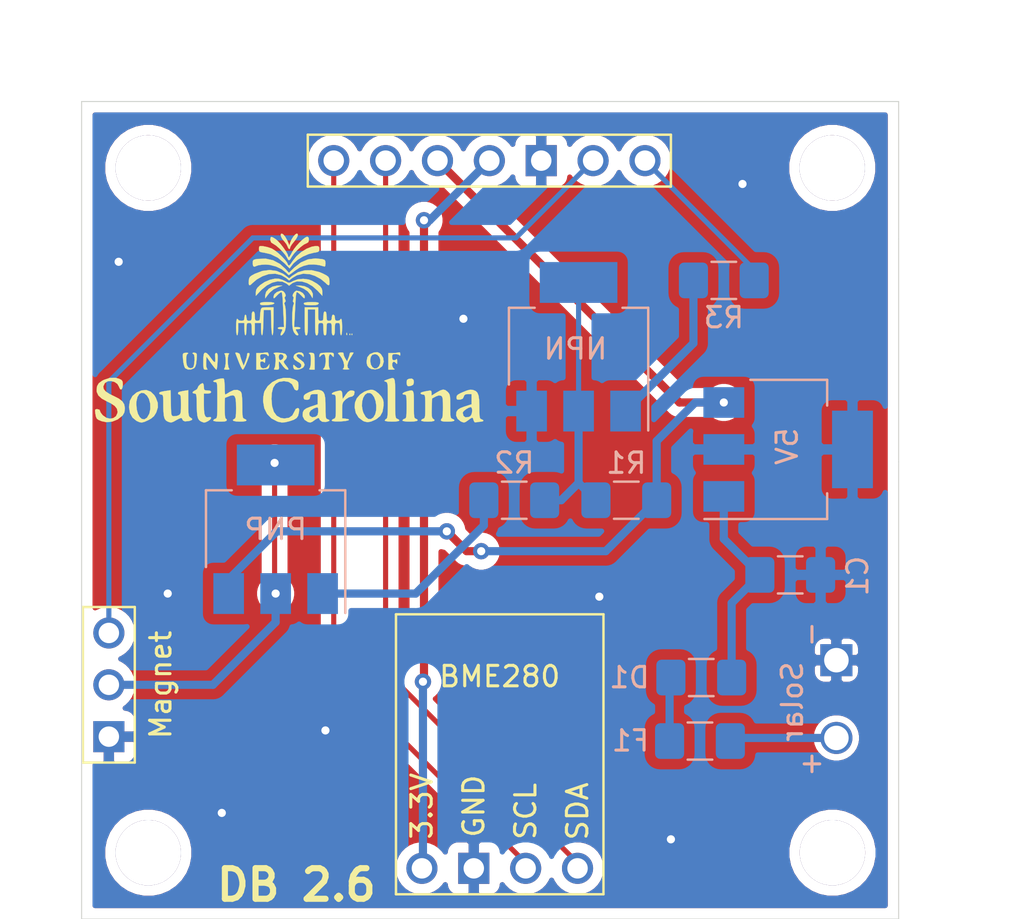
<source format=kicad_pcb>
(kicad_pcb (version 20171130) (host pcbnew "(5.1.6)-1")

  (general
    (thickness 1.6)
    (drawings 7)
    (tracks 66)
    (zones 0)
    (modules 18)
    (nets 15)
  )

  (page A4)
  (layers
    (0 F.Cu signal)
    (31 B.Cu signal)
    (32 B.Adhes user)
    (33 F.Adhes user)
    (34 B.Paste user)
    (35 F.Paste user)
    (36 B.SilkS user)
    (37 F.SilkS user)
    (38 B.Mask user)
    (39 F.Mask user)
    (40 Dwgs.User user)
    (41 Cmts.User user)
    (42 Eco1.User user)
    (43 Eco2.User user)
    (44 Edge.Cuts user)
    (45 Margin user)
    (46 B.CrtYd user)
    (47 F.CrtYd user)
    (48 B.Fab user)
    (49 F.Fab user hide)
  )

  (setup
    (last_trace_width 0.25)
    (trace_clearance 0.2)
    (zone_clearance 0.508)
    (zone_45_only no)
    (trace_min 0.2)
    (via_size 0.8)
    (via_drill 0.4)
    (via_min_size 0.4)
    (via_min_drill 0.3)
    (uvia_size 0.3)
    (uvia_drill 0.1)
    (uvias_allowed no)
    (uvia_min_size 0.2)
    (uvia_min_drill 0.1)
    (edge_width 0.05)
    (segment_width 0.2)
    (pcb_text_width 0.3)
    (pcb_text_size 1.5 1.5)
    (mod_edge_width 0.12)
    (mod_text_size 1 1)
    (mod_text_width 0.15)
    (pad_size 1.572 1.572)
    (pad_drill 1.2)
    (pad_to_mask_clearance 0.05)
    (aux_axis_origin 0 0)
    (visible_elements 7FFFF7FF)
    (pcbplotparams
      (layerselection 0x010fc_ffffffff)
      (usegerberextensions false)
      (usegerberattributes true)
      (usegerberadvancedattributes true)
      (creategerberjobfile true)
      (excludeedgelayer true)
      (linewidth 0.100000)
      (plotframeref false)
      (viasonmask false)
      (mode 1)
      (useauxorigin false)
      (hpglpennumber 1)
      (hpglpenspeed 20)
      (hpglpendiameter 15.000000)
      (psnegative false)
      (psa4output false)
      (plotreference true)
      (plotvalue true)
      (plotinvisibletext false)
      (padsonsilk false)
      (subtractmaskfromsilk false)
      (outputformat 1)
      (mirror false)
      (drillshape 0)
      (scaleselection 1)
      (outputdirectory "../Magdron with lip gerber/"))
  )

  (net 0 "")
  (net 1 GND)
  (net 2 "Net-(.1-Pad2)")
  (net 3 "Net-(.1-Pad3)")
  (net 4 "Net-(C1-Pad2)")
  (net 5 "Net-(D1-Pad2)")
  (net 6 "Net-(F1-Pad2)")
  (net 7 "Net-(Q1-Pad3)")
  (net 8 "Net-(Q1-Pad1)")
  (net 9 "Net-(Q2-Pad1)")
  (net 10 "Net-(Q2-Pad2)")
  (net 11 "Net-(R3-Pad2)")
  (net 12 "Net-(U2-Pad1)")
  (net 13 "Net-(U2-Pad3)")
  (net 14 "Net-(U2-Pad4)")

  (net_class Default "This is the default net class."
    (clearance 0.2)
    (trace_width 0.25)
    (via_dia 0.8)
    (via_drill 0.4)
    (uvia_dia 0.3)
    (uvia_drill 0.1)
    (add_net GND)
    (add_net "Net-(.1-Pad2)")
    (add_net "Net-(.1-Pad3)")
    (add_net "Net-(C1-Pad2)")
    (add_net "Net-(D1-Pad2)")
    (add_net "Net-(F1-Pad2)")
    (add_net "Net-(Q1-Pad1)")
    (add_net "Net-(Q1-Pad3)")
    (add_net "Net-(Q2-Pad1)")
    (add_net "Net-(Q2-Pad2)")
    (add_net "Net-(R3-Pad2)")
    (add_net "Net-(U2-Pad1)")
    (add_net "Net-(U2-Pad3)")
    (add_net "Net-(U2-Pad4)")
  )

  (module Package_TO_SOT_SMD:SOT-223-3_TabPin2 (layer B.Cu) (tedit 5A02FF57) (tstamp 60BC4CE4)
    (at 189.2808 110.6424)
    (descr "module CMS SOT223 4 pins")
    (tags "CMS SOT")
    (path /60B189FD)
    (attr smd)
    (fp_text reference 5V (at -0.0508 -0.1524 90) (layer B.SilkS)
      (effects (font (size 1 1) (thickness 0.15)) (justify mirror))
    )
    (fp_text value KA78M05_TO252 (at 0 -4.5) (layer B.Fab)
      (effects (font (size 1 1) (thickness 0.15)) (justify mirror))
    )
    (fp_text user %R (at 0 0) (layer B.Fab)
      (effects (font (size 1 1) (thickness 0.15)) (justify mirror))
    )
    (fp_line (start 1.91 -3.41) (end 1.91 -2.15) (layer B.SilkS) (width 0.12))
    (fp_line (start 1.91 3.41) (end 1.91 2.15) (layer B.SilkS) (width 0.12))
    (fp_line (start 4.4 3.6) (end -4.4 3.6) (layer B.CrtYd) (width 0.05))
    (fp_line (start 4.4 -3.6) (end 4.4 3.6) (layer B.CrtYd) (width 0.05))
    (fp_line (start -4.4 -3.6) (end 4.4 -3.6) (layer B.CrtYd) (width 0.05))
    (fp_line (start -4.4 3.6) (end -4.4 -3.6) (layer B.CrtYd) (width 0.05))
    (fp_line (start -1.85 2.35) (end -0.85 3.35) (layer B.Fab) (width 0.1))
    (fp_line (start -1.85 2.35) (end -1.85 -3.35) (layer B.Fab) (width 0.1))
    (fp_line (start -1.85 -3.41) (end 1.91 -3.41) (layer B.SilkS) (width 0.12))
    (fp_line (start -0.85 3.35) (end 1.85 3.35) (layer B.Fab) (width 0.1))
    (fp_line (start -4.1 3.41) (end 1.91 3.41) (layer B.SilkS) (width 0.12))
    (fp_line (start -1.85 -3.35) (end 1.85 -3.35) (layer B.Fab) (width 0.1))
    (fp_line (start 1.85 3.35) (end 1.85 -3.35) (layer B.Fab) (width 0.1))
    (pad 1 smd rect (at -3.15 2.3) (size 2 1.5) (layers B.Cu B.Paste B.Mask)
      (net 4 "Net-(C1-Pad2)"))
    (pad 3 smd rect (at -3.15 -2.3) (size 2 1.5) (layers B.Cu B.Paste B.Mask)
      (net 7 "Net-(Q1-Pad3)"))
    (pad 2 smd rect (at -3.15 0) (size 2 1.5) (layers B.Cu B.Paste B.Mask)
      (net 1 GND))
    (pad 2 smd rect (at 3.15 0) (size 2 3.8) (layers B.Cu B.Paste B.Mask)
      (net 1 GND))
    (model ${KISYS3DMOD}/Package_TO_SOT_SMD.3dshapes/SOT-223.wrl
      (at (xyz 0 0 0))
      (scale (xyz 1 1 1))
      (rotate (xyz 0 0 0))
    )
  )

  (module UofSC_logo:uofsc_logo_0_75in (layer F.Cu) (tedit 0) (tstamp 5F93A4A9)
    (at 164.846 104.648)
    (fp_text reference . (at 0.25 2) (layer B.SilkS) hide
      (effects (font (size 1.524 1.524) (thickness 0.3)))
    )
    (fp_text value . (at 0.75 0) (layer F.SilkS) hide
      (effects (font (size 1.524 1.524) (thickness 0.3)))
    )
    (fp_poly (pts (xy -8.30972 2.539753) (xy -8.205442 2.593343) (xy -8.157551 2.663538) (xy -8.144587 2.788147)
      (xy -8.144289 2.831225) (xy -8.163295 2.978781) (xy -8.209556 3.053998) (xy -8.266937 3.04855)
      (xy -8.319302 2.95411) (xy -8.327292 2.925666) (xy -8.406961 2.785226) (xy -8.545422 2.68849)
      (xy -8.712252 2.642606) (xy -8.877031 2.654723) (xy -9.009338 2.73199) (xy -9.032184 2.760023)
      (xy -9.098533 2.902979) (xy -9.082195 3.033665) (xy -8.978217 3.159004) (xy -8.78165 3.285916)
      (xy -8.590553 3.377536) (xy -8.334413 3.507737) (xy -8.166366 3.64015) (xy -8.073438 3.789181)
      (xy -8.042652 3.969238) (xy -8.042485 3.986045) (xy -8.065664 4.177268) (xy -8.145322 4.320097)
      (xy -8.162746 4.339747) (xy -8.394002 4.523287) (xy -8.664733 4.631821) (xy -8.948423 4.658302)
      (xy -9.181424 4.610488) (xy -9.335053 4.547139) (xy -9.419549 4.479709) (xy -9.463009 4.37394)
      (xy -9.48728 4.237575) (xy -9.503271 4.102521) (xy -9.488773 4.039916) (xy -9.431583 4.02206)
      (xy -9.391985 4.021242) (xy -9.287882 4.048674) (xy -9.264128 4.10151) (xy -9.230239 4.186253)
      (xy -9.145852 4.298346) (xy -9.115339 4.330568) (xy -8.947338 4.446921) (xy -8.770157 4.487935)
      (xy -8.606057 4.45951) (xy -8.477301 4.367548) (xy -8.40615 4.217949) (xy -8.398798 4.140636)
      (xy -8.433084 3.992947) (xy -8.542539 3.859534) (xy -8.73706 3.73082) (xy -8.908329 3.647569)
      (xy -9.171093 3.505192) (xy -9.338842 3.351408) (xy -9.41828 3.179008) (xy -9.427014 3.08975)
      (xy -9.403456 2.897593) (xy -9.321001 2.75457) (xy -9.161977 2.635646) (xy -9.074109 2.58977)
      (xy -8.77493 2.488791) (xy -8.492283 2.486553) (xy -8.30972 2.539753)) (layer F.SilkS) (width 0.01))
    (fp_poly (pts (xy -6.776045 3.166116) (xy -6.601744 3.337029) (xy -6.528157 3.459382) (xy -6.435137 3.704151)
      (xy -6.425628 3.927191) (xy -6.499169 4.164325) (xy -6.518511 4.20576) (xy -6.617628 4.363348)
      (xy -6.756436 4.481188) (xy -6.884818 4.552693) (xy -7.070432 4.638401) (xy -7.203466 4.674201)
      (xy -7.318802 4.662279) (xy -7.451323 4.604821) (xy -7.479427 4.589954) (xy -7.667973 4.433357)
      (xy -7.790509 4.20899) (xy -7.838505 3.933108) (xy -7.838878 3.904979) (xy -7.819904 3.775233)
      (xy -7.482565 3.775233) (xy -7.460776 4.037178) (xy -7.40131 4.253782) (xy -7.31302 4.413976)
      (xy -7.20476 4.506691) (xy -7.085383 4.52086) (xy -6.963742 4.445415) (xy -6.954444 4.43547)
      (xy -6.844919 4.246182) (xy -6.793393 4.006983) (xy -6.799765 3.751561) (xy -6.863933 3.513602)
      (xy -6.957689 3.357401) (xy -7.096517 3.241315) (xy -7.227607 3.219128) (xy -7.341059 3.282957)
      (xy -7.426971 3.424921) (xy -7.475442 3.637138) (xy -7.482565 3.775233) (xy -7.819904 3.775233)
      (xy -7.796018 3.611903) (xy -7.669491 3.376093) (xy -7.462374 3.201528) (xy -7.218426 3.102416)
      (xy -6.984623 3.086351) (xy -6.776045 3.166116)) (layer F.SilkS) (width 0.01))
    (fp_poly (pts (xy -4.937475 3.732986) (xy -4.936246 4.000459) (xy -4.930808 4.184092) (xy -4.918532 4.301834)
      (xy -4.896791 4.371636) (xy -4.862958 4.411449) (xy -4.835672 4.428457) (xy -4.747358 4.495384)
      (xy -4.758368 4.549739) (xy -4.869562 4.592944) (xy -4.943774 4.607677) (xy -5.100168 4.619716)
      (xy -5.192982 4.579008) (xy -5.253041 4.470904) (xy -5.257462 4.458599) (xy -5.305819 4.455925)
      (xy -5.412803 4.498392) (xy -5.504545 4.547677) (xy -5.654818 4.632047) (xy -5.753739 4.6697)
      (xy -5.836551 4.667447) (xy -5.938497 4.632096) (xy -5.939458 4.631708) (xy -6.030907 4.577239)
      (xy -6.093893 4.489045) (xy -6.133122 4.35031) (xy -6.153295 4.144222) (xy -6.159116 3.853965)
      (xy -6.159118 3.846432) (xy -6.16038 3.607121) (xy -6.16643 3.45166) (xy -6.180665 3.362103)
      (xy -6.206482 3.320506) (xy -6.247276 3.308926) (xy -6.260922 3.308617) (xy -6.345542 3.282409)
      (xy -6.359648 3.225749) (xy -6.324549 3.189323) (xy -6.255101 3.168406) (xy -6.12261 3.142196)
      (xy -6.046201 3.129879) (xy -5.806028 3.093934) (xy -5.791692 3.723019) (xy -5.785045 3.98499)
      (xy -5.776817 4.162357) (xy -5.76338 4.272295) (xy -5.741109 4.331983) (xy -5.706377 4.358598)
      (xy -5.655556 4.369319) (xy -5.655229 4.369365) (xy -5.514617 4.358666) (xy -5.413446 4.322587)
      (xy -5.357277 4.285799) (xy -5.322108 4.233877) (xy -5.303059 4.144834) (xy -5.295246 3.996682)
      (xy -5.293788 3.783583) (xy -5.296598 3.555423) (xy -5.306871 3.411781) (xy -5.327367 3.335479)
      (xy -5.360848 3.309341) (xy -5.370141 3.308617) (xy -5.438729 3.276326) (xy -5.432071 3.211609)
      (xy -5.403462 3.186226) (xy -5.329589 3.162067) (xy -5.197392 3.134062) (xy -5.148953 3.125815)
      (xy -4.937475 3.091998) (xy -4.937475 3.732986)) (layer F.SilkS) (width 0.01))
    (fp_poly (pts (xy -4.192819 2.794066) (xy -4.1742 2.909389) (xy -4.173948 2.926853) (xy -4.166068 3.046259)
      (xy -4.121612 3.095229) (xy -4.009352 3.104987) (xy -3.995792 3.10501) (xy -3.864024 3.121567)
      (xy -3.817958 3.174408) (xy -3.817635 3.181362) (xy -3.856269 3.237834) (xy -3.979566 3.257577)
      (xy -3.995792 3.257715) (xy -4.173948 3.257715) (xy -4.173948 3.785951) (xy -4.167807 4.066238)
      (xy -4.146097 4.257446) (xy -4.103892 4.371741) (xy -4.036266 4.421292) (xy -3.93829 4.418266)
      (xy -3.91971 4.413779) (xy -3.835335 4.413532) (xy -3.819131 4.460581) (xy -3.865385 4.532185)
      (xy -3.967813 4.605306) (xy -4.0942 4.664503) (xy -4.18212 4.675302) (xy -4.281751 4.639369)
      (xy -4.326391 4.617215) (xy -4.401396 4.563877) (xy -4.454706 4.481088) (xy -4.490071 4.352488)
      (xy -4.511243 4.161713) (xy -4.52197 3.892404) (xy -4.524238 3.754008) (xy -4.52853 3.525669)
      (xy -4.537403 3.380501) (xy -4.554905 3.299874) (xy -4.585084 3.265156) (xy -4.631987 3.257715)
      (xy -4.632064 3.257715) (xy -4.718772 3.235262) (xy -4.721762 3.182559) (xy -4.644699 3.121589)
      (xy -4.606613 3.10501) (xy -4.511948 3.045765) (xy -4.479359 2.986904) (xy -4.440078 2.895905)
      (xy -4.350381 2.803602) (xy -4.252488 2.750911) (xy -4.233567 2.748697) (xy -4.192819 2.794066)) (layer F.SilkS) (width 0.01))
    (fp_poly (pts (xy 0.030924 2.494155) (xy 0.267234 2.567164) (xy 0.387266 2.633662) (xy 0.44243 2.706677)
      (xy 0.457627 2.827248) (xy 0.458116 2.881751) (xy 0.450618 3.023511) (xy 0.420833 3.089466)
      (xy 0.361831 3.10501) (xy 0.271513 3.05898) (xy 0.23396 2.979164) (xy 0.141864 2.797923)
      (xy -0.022336 2.685595) (xy -0.251733 2.646894) (xy -0.252781 2.646893) (xy -0.488595 2.681042)
      (xy -0.66416 2.78673) (xy -0.782884 2.968821) (xy -0.848173 3.232179) (xy -0.864213 3.519917)
      (xy -0.834488 3.876721) (xy -0.748458 4.152567) (xy -0.607288 4.345697) (xy -0.41214 4.454355)
      (xy -0.229058 4.479358) (xy -0.003529 4.443601) (xy 0.155792 4.332677) (xy 0.254561 4.148339)
      (xy 0.323899 4.012623) (xy 0.411763 3.97034) (xy 0.471858 3.982384) (xy 0.492603 4.036284)
      (xy 0.482175 4.158696) (xy 0.478122 4.186673) (xy 0.439917 4.345581) (xy 0.367101 4.454954)
      (xy 0.237528 4.535615) (xy 0.029822 4.608157) (xy -0.186827 4.662451) (xy -0.354225 4.674181)
      (xy -0.515166 4.644277) (xy -0.585371 4.62155) (xy -0.865501 4.473458) (xy -1.078089 4.254143)
      (xy -1.215897 3.974401) (xy -1.271691 3.645026) (xy -1.272545 3.596322) (xy -1.260106 3.400983)
      (xy -1.228298 3.22036) (xy -1.203319 3.141551) (xy -1.048026 2.894888) (xy -0.824286 2.697962)
      (xy -0.554768 2.559629) (xy -0.262142 2.488741) (xy 0.030924 2.494155)) (layer F.SilkS) (width 0.01))
    (fp_poly (pts (xy 1.461964 3.078522) (xy 1.587009 3.115449) (xy 1.675338 3.1824) (xy 1.732919 3.294908)
      (xy 1.765721 3.468503) (xy 1.779713 3.718715) (xy 1.781563 3.910079) (xy 1.782851 4.161039)
      (xy 1.788751 4.32835) (xy 1.802312 4.430154) (xy 1.826584 4.484591) (xy 1.86462 4.509806)
      (xy 1.883367 4.515511) (xy 1.97289 4.55543) (xy 1.966301 4.597204) (xy 1.868843 4.633168)
      (xy 1.794288 4.645734) (xy 1.619479 4.638195) (xy 1.506978 4.555619) (xy 1.461994 4.462336)
      (xy 1.41584 4.457606) (xy 1.319492 4.507077) (xy 1.264472 4.545907) (xy 1.136373 4.636863)
      (xy 1.048182 4.67215) (xy 0.962687 4.662554) (xy 0.916232 4.646854) (xy 0.755034 4.542097)
      (xy 0.671056 4.384728) (xy 0.662503 4.306038) (xy 0.673324 4.201238) (xy 0.987178 4.201238)
      (xy 0.997605 4.320175) (xy 1.020063 4.354547) (xy 1.131469 4.422956) (xy 1.278893 4.398752)
      (xy 1.326793 4.375764) (xy 1.398202 4.300713) (xy 1.424487 4.161898) (xy 1.42525 4.121255)
      (xy 1.422066 3.987485) (xy 1.395857 3.932548) (xy 1.321634 3.942047) (xy 1.199462 3.991144)
      (xy 1.058396 4.083596) (xy 0.987178 4.201238) (xy 0.673324 4.201238) (xy 0.677226 4.163459)
      (xy 0.732298 4.061499) (xy 0.846584 3.98135) (xy 1.038946 3.904206) (xy 1.079258 3.890542)
      (xy 1.399799 3.783516) (xy 1.399799 3.283166) (xy 1.221643 3.283166) (xy 1.099488 3.293634)
      (xy 1.044935 3.341074) (xy 1.02738 3.423146) (xy 0.998154 3.524687) (xy 0.920257 3.560517)
      (xy 0.861949 3.563126) (xy 0.754419 3.548721) (xy 0.715783 3.487845) (xy 0.712625 3.43523)
      (xy 0.728036 3.356195) (xy 0.788152 3.290435) (xy 0.913798 3.219622) (xy 1.00531 3.177652)
      (xy 1.230076 3.094665) (xy 1.402266 3.071963) (xy 1.461964 3.078522)) (layer F.SilkS) (width 0.01))
    (fp_poly (pts (xy 4.093892 3.074699) (xy 4.201367 3.120662) (xy 4.235169 3.139948) (xy 4.377607 3.250323)
      (xy 4.507324 3.392724) (xy 4.521867 3.413173) (xy 4.592759 3.538647) (xy 4.623344 3.667586)
      (xy 4.622977 3.844436) (xy 4.620546 3.881946) (xy 4.571697 4.153331) (xy 4.461195 4.355051)
      (xy 4.2775 4.50606) (xy 4.221964 4.536491) (xy 4.007406 4.629691) (xy 3.838176 4.658319)
      (xy 3.683448 4.625364) (xy 3.617646 4.595058) (xy 3.402175 4.430753) (xy 3.264549 4.20689)
      (xy 3.209737 3.935) (xy 3.214834 3.869155) (xy 3.56414 3.869155) (xy 3.600982 4.095677)
      (xy 3.640019 4.208542) (xy 3.749616 4.403964) (xy 3.872686 4.504978) (xy 4.0037 4.509021)
      (xy 4.120207 4.431296) (xy 4.214933 4.278749) (xy 4.263348 4.076334) (xy 4.268743 3.849953)
      (xy 4.23441 3.625507) (xy 4.163642 3.428896) (xy 4.05973 3.286022) (xy 3.967709 3.231429)
      (xy 3.82919 3.231667) (xy 3.713404 3.313956) (xy 3.62652 3.459898) (xy 3.574709 3.651097)
      (xy 3.56414 3.869155) (xy 3.214834 3.869155) (xy 3.228513 3.692474) (xy 3.31312 3.490734)
      (xy 3.474274 3.306606) (xy 3.686929 3.164284) (xy 3.834021 3.107548) (xy 3.987562 3.071629)
      (xy 4.093892 3.074699)) (layer F.SilkS) (width 0.01))
    (fp_poly (pts (xy 8.96694 3.073691) (xy 9.021315 3.086531) (xy 9.137296 3.136105) (xy 9.219045 3.217988)
      (xy 9.27201 3.347991) (xy 9.30164 3.541928) (xy 9.313382 3.815612) (xy 9.314279 3.936929)
      (xy 9.31603 4.181141) (xy 9.322686 4.342166) (xy 9.337545 4.438607) (xy 9.363905 4.489068)
      (xy 9.405063 4.512153) (xy 9.416833 4.515511) (xy 9.506046 4.561344) (xy 9.501928 4.609367)
      (xy 9.407396 4.632724) (xy 9.404108 4.632759) (xy 9.255767 4.647258) (xy 9.177358 4.663543)
      (xy 9.088563 4.665905) (xy 9.041135 4.594075) (xy 9.03186 4.561044) (xy 9.002725 4.467226)
      (xy 8.962746 4.438173) (xy 8.887916 4.473385) (xy 8.776036 4.555711) (xy 8.652254 4.64418)
      (xy 8.566837 4.675199) (xy 8.479044 4.655399) (xy 8.398797 4.617098) (xy 8.250862 4.496213)
      (xy 8.178638 4.336106) (xy 8.190631 4.194487) (xy 8.500601 4.194487) (xy 8.534716 4.346972)
      (xy 8.629461 4.421769) (xy 8.773436 4.413133) (xy 8.86026 4.375764) (xy 8.919036 4.304038)
      (xy 8.954432 4.187017) (xy 8.963734 4.060249) (xy 8.944227 3.959285) (xy 8.89509 3.919629)
      (xy 8.795043 3.948299) (xy 8.672936 4.017428) (xy 8.564116 4.102388) (xy 8.503928 4.178553)
      (xy 8.500601 4.194487) (xy 8.190631 4.194487) (xy 8.19319 4.164274) (xy 8.205138 4.135771)
      (xy 8.26924 4.046285) (xy 8.380338 3.97346) (xy 8.563098 3.90198) (xy 8.602405 3.889074)
      (xy 8.933266 3.782356) (xy 8.933266 3.283166) (xy 8.757405 3.283166) (xy 8.631812 3.296641)
      (xy 8.571044 3.351528) (xy 8.551797 3.41042) (xy 8.50272 3.507032) (xy 8.395303 3.549084)
      (xy 8.358621 3.553625) (xy 8.245632 3.554779) (xy 8.201507 3.513889) (xy 8.19519 3.444824)
      (xy 8.209521 3.371687) (xy 8.265713 3.309685) (xy 8.383563 3.242931) (xy 8.525669 3.179616)
      (xy 8.719368 3.103819) (xy 8.855739 3.070524) (xy 8.96694 3.073691)) (layer F.SilkS) (width 0.01))
    (fp_poly (pts (xy -3.210975 2.518085) (xy -3.204203 2.521253) (xy -3.180857 2.583196) (xy -3.163715 2.719242)
      (xy -3.156044 2.901735) (xy -3.155912 2.929857) (xy -3.152637 3.111553) (xy -3.143979 3.245651)
      (xy -3.131689 3.307173) (xy -3.12937 3.308617) (xy -3.074853 3.282922) (xy -2.966872 3.217767)
      (xy -2.903397 3.17664) (xy -2.714255 3.089722) (xy -2.538159 3.076897) (xy -2.398215 3.136893)
      (xy -2.34106 3.207604) (xy -2.320808 3.29469) (xy -2.304431 3.458845) (xy -2.293771 3.675355)
      (xy -2.290581 3.884704) (xy -2.28931 4.136654) (xy -2.283481 4.304889) (xy -2.270075 4.407483)
      (xy -2.246074 4.462515) (xy -2.208456 4.488059) (xy -2.188778 4.494107) (xy -2.106163 4.538948)
      (xy -2.086974 4.576397) (xy -2.135354 4.608632) (xy -2.271574 4.627722) (xy -2.417836 4.632064)
      (xy -2.605735 4.621967) (xy -2.721355 4.594888) (xy -2.755563 4.555649) (xy -2.699222 4.509069)
      (xy -2.672345 4.497766) (xy -2.635756 4.46296) (xy -2.612512 4.380814) (xy -2.600107 4.233974)
      (xy -2.596039 4.005082) (xy -2.595992 3.96853) (xy -2.602126 3.686926) (xy -2.624762 3.495728)
      (xy -2.670255 3.384046) (xy -2.744959 3.340988) (xy -2.855227 3.355665) (xy -2.936116 3.385559)
      (xy -3.056853 3.434126) (xy -3.12997 3.460009) (xy -3.136677 3.461322) (xy -3.144752 3.508631)
      (xy -3.151157 3.63619) (xy -3.155079 3.822451) (xy -3.155912 3.97034) (xy -3.151073 4.206805)
      (xy -3.137532 4.377765) (xy -3.116758 4.468554) (xy -3.10501 4.479358) (xy -3.059851 4.520587)
      (xy -3.054108 4.555711) (xy -3.076197 4.598538) (xy -3.155124 4.622342) (xy -3.309881 4.631505)
      (xy -3.38497 4.632064) (xy -3.576564 4.623924) (xy -3.690026 4.601005) (xy -3.715832 4.576397)
      (xy -3.673337 4.520109) (xy -3.614028 4.494107) (xy -3.577244 4.479412) (xy -3.550572 4.447827)
      (xy -3.532393 4.384857) (xy -3.521088 4.276006) (xy -3.515039 4.106779) (xy -3.512626 3.86268)
      (xy -3.512225 3.58264) (xy -3.512738 3.26332) (xy -3.515355 3.03174) (xy -3.521694 2.87384)
      (xy -3.533373 2.775558) (xy -3.55201 2.722832) (xy -3.579223 2.7016) (xy -3.614028 2.697795)
      (xy -3.69678 2.678986) (xy -3.715832 2.652936) (xy -3.671413 2.614871) (xy -3.562381 2.573001)
      (xy -3.425073 2.536678) (xy -3.295825 2.515255) (xy -3.210975 2.518085)) (layer F.SilkS) (width 0.01))
    (fp_poly (pts (xy 3.174884 3.127532) (xy 3.206813 3.177199) (xy 3.174137 3.327789) (xy 3.081133 3.403388)
      (xy 3.028594 3.41042) (xy 2.918828 3.444056) (xy 2.788983 3.527809) (xy 2.75408 3.558097)
      (xy 2.672991 3.640568) (xy 2.625733 3.719573) (xy 2.603224 3.825632) (xy 2.59638 3.989268)
      (xy 2.595992 4.089341) (xy 2.595992 4.472908) (xy 2.761423 4.488859) (xy 2.893458 4.511171)
      (xy 2.933597 4.539971) (xy 2.891114 4.570427) (xy 2.775286 4.597708) (xy 2.595388 4.616986)
      (xy 2.506914 4.621397) (xy 2.27298 4.623647) (xy 2.134697 4.6101) (xy 2.087066 4.580246)
      (xy 2.086974 4.578455) (xy 2.129492 4.520482) (xy 2.188777 4.494107) (xy 2.232838 4.475266)
      (xy 2.261989 4.434129) (xy 2.279275 4.352565) (xy 2.287743 4.212442) (xy 2.290437 3.995629)
      (xy 2.290581 3.888051) (xy 2.289481 3.638037) (xy 2.284153 3.472511) (xy 2.271557 3.374164)
      (xy 2.248652 3.325688) (xy 2.212395 3.309773) (xy 2.188777 3.308617) (xy 2.100101 3.291484)
      (xy 2.096889 3.249682) (xy 2.170596 3.197604) (xy 2.277855 3.158588) (xy 2.446187 3.117438)
      (xy 2.541198 3.119695) (xy 2.586176 3.176664) (xy 2.604411 3.299651) (xy 2.60579 3.31778)
      (xy 2.621443 3.53055) (xy 2.768345 3.31778) (xy 2.877776 3.180929) (xy 2.976032 3.117219)
      (xy 3.061031 3.10501) (xy 3.174884 3.127532)) (layer F.SilkS) (width 0.01))
    (fp_poly (pts (xy 5.103843 2.504332) (xy 5.148772 2.549355) (xy 5.175246 2.646915) (xy 5.188077 2.808496)
      (xy 5.192076 3.04558) (xy 5.192055 3.369651) (xy 5.191984 3.480836) (xy 5.192463 3.821022)
      (xy 5.194817 4.073096) (xy 5.200423 4.250751) (xy 5.210654 4.367679) (xy 5.226888 4.437569)
      (xy 5.250499 4.474115) (xy 5.282864 4.491007) (xy 5.293787 4.494107) (xy 5.376402 4.538948)
      (xy 5.395591 4.576397) (xy 5.34684 4.608106) (xy 5.208011 4.627137) (xy 5.039278 4.632064)
      (xy 4.849504 4.625049) (xy 4.724452 4.605879) (xy 4.682966 4.579564) (xy 4.723643 4.517579)
      (xy 4.759318 4.497766) (xy 4.787636 4.472122) (xy 4.808189 4.411111) (xy 4.822123 4.301106)
      (xy 4.830581 4.12848) (xy 4.83471 3.879607) (xy 4.835671 3.589068) (xy 4.83527 3.270918)
      (xy 4.832839 3.03984) (xy 4.826535 2.881103) (xy 4.814516 2.779977) (xy 4.794938 2.721728)
      (xy 4.765959 2.691628) (xy 4.725737 2.674944) (xy 4.721142 2.673483) (xy 4.659768 2.647759)
      (xy 4.671879 2.622023) (xy 4.768171 2.583806) (xy 4.81022 2.569654) (xy 4.939379 2.525965)
      (xy 5.035649 2.500363) (xy 5.103843 2.504332)) (layer F.SilkS) (width 0.01))
    (fp_poly (pts (xy 6.049928 3.125197) (xy 6.086881 3.197697) (xy 6.103663 3.334369) (xy 6.108161 3.548627)
      (xy 6.108216 3.786247) (xy 6.10905 4.061396) (xy 6.113232 4.251458) (xy 6.123282 4.373147)
      (xy 6.14172 4.443175) (xy 6.171065 4.478256) (xy 6.213838 4.495104) (xy 6.215141 4.495446)
      (xy 6.285932 4.537653) (xy 6.28849 4.577736) (xy 6.225064 4.606592) (xy 6.097515 4.624634)
      (xy 5.936374 4.63192) (xy 5.772173 4.628503) (xy 5.635444 4.61444) (xy 5.55672 4.589784)
      (xy 5.548296 4.576397) (xy 5.590791 4.520109) (xy 5.6501 4.494107) (xy 5.694161 4.475266)
      (xy 5.723311 4.434129) (xy 5.740598 4.352565) (xy 5.749065 4.212442) (xy 5.75176 3.995629)
      (xy 5.751904 3.888051) (xy 5.750804 3.638037) (xy 5.745476 3.472511) (xy 5.73288 3.374164)
      (xy 5.709974 3.325688) (xy 5.673718 3.309773) (xy 5.6501 3.308617) (xy 5.561424 3.291484)
      (xy 5.558212 3.249682) (xy 5.631919 3.197604) (xy 5.739178 3.158588) (xy 5.883964 3.119056)
      (xy 5.984918 3.103454) (xy 6.049928 3.125197)) (layer F.SilkS) (width 0.01))
    (fp_poly (pts (xy 7.647265 3.085608) (xy 7.754732 3.16906) (xy 7.764839 3.179049) (xy 7.818939 3.239272)
      (xy 7.854672 3.305132) (xy 7.875825 3.398055) (xy 7.886186 3.539466) (xy 7.889543 3.750791)
      (xy 7.889779 3.885737) (xy 7.891056 4.13743) (xy 7.896902 4.305424) (xy 7.910348 4.407813)
      (xy 7.93442 4.46269) (xy 7.972145 4.488148) (xy 7.991583 4.494107) (xy 8.074198 4.538948)
      (xy 8.093387 4.576397) (xy 8.045007 4.608632) (xy 7.908787 4.627722) (xy 7.762525 4.632064)
      (xy 7.576939 4.626966) (xy 7.47379 4.608753) (xy 7.434086 4.573039) (xy 7.431663 4.555711)
      (xy 7.459149 4.487973) (xy 7.482565 4.479358) (xy 7.505888 4.430828) (xy 7.522848 4.294473)
      (xy 7.532121 4.084148) (xy 7.533467 3.94668) (xy 7.531419 3.70391) (xy 7.523167 3.54331)
      (xy 7.505547 3.445294) (xy 7.475396 3.390273) (xy 7.439306 3.363609) (xy 7.336256 3.344281)
      (xy 7.198237 3.392299) (xy 7.172072 3.405892) (xy 6.998998 3.498569) (xy 6.984236 3.973075)
      (xy 6.980145 4.205791) (xy 6.986889 4.356345) (xy 7.006833 4.444024) (xy 7.042347 4.488118)
      (xy 7.047863 4.49145) (xy 7.122063 4.552953) (xy 7.097888 4.597695) (xy 6.977577 4.624427)
      (xy 6.795391 4.632064) (xy 6.603797 4.623924) (xy 6.490334 4.601005) (xy 6.464529 4.576397)
      (xy 6.507024 4.520109) (xy 6.566332 4.494107) (xy 6.610393 4.475266) (xy 6.639544 4.434129)
      (xy 6.65683 4.352565) (xy 6.665298 4.212442) (xy 6.667992 3.995629) (xy 6.668136 3.888051)
      (xy 6.666954 3.637812) (xy 6.661447 3.472106) (xy 6.648671 3.373674) (xy 6.625684 3.325253)
      (xy 6.589541 3.309584) (xy 6.569337 3.308617) (xy 6.473101 3.287011) (xy 6.441343 3.26138)
      (xy 6.442494 3.222646) (xy 6.508116 3.188069) (xy 6.652366 3.152095) (xy 6.782665 3.12751)
      (xy 6.906818 3.111017) (xy 6.960681 3.131478) (xy 6.973383 3.203943) (xy 6.973547 3.226129)
      (xy 6.973547 3.358578) (xy 7.22096 3.206343) (xy 7.406567 3.102935) (xy 7.539939 3.063128)
      (xy 7.647265 3.085608)) (layer F.SilkS) (width 0.01))
    (fp_poly (pts (xy 6.089593 2.584665) (xy 6.108216 2.6961) (xy 6.08186 2.814533) (xy 5.993687 2.86932)
      (xy 5.878131 2.896307) (xy 5.81928 2.89266) (xy 5.785838 2.867468) (xy 5.76056 2.795919)
      (xy 5.751904 2.695246) (xy 5.776623 2.583433) (xy 5.864661 2.535424) (xy 5.868354 2.534697)
      (xy 6.014684 2.527653) (xy 6.089593 2.584665)) (layer F.SilkS) (width 0.01))
    (fp_poly (pts (xy -4.61849 1.257816) (xy -4.557123 1.276379) (xy -4.52551 1.318385) (xy -4.517644 1.408183)
      (xy -4.527517 1.570121) (xy -4.531011 1.612342) (xy -4.557677 1.82023) (xy -4.599516 1.948997)
      (xy -4.656117 2.015893) (xy -4.801558 2.076601) (xy -4.958486 2.07682) (xy -5.082675 2.017799)
      (xy -5.096117 2.003467) (xy -5.137008 1.910109) (xy -5.172822 1.752495) (xy -5.192246 1.600283)
      (xy -5.204998 1.42628) (xy -5.200691 1.328863) (xy -5.171004 1.283187) (xy -5.107618 1.26441)
      (xy -5.078273 1.259939) (xy -4.977048 1.257989) (xy -4.937475 1.281361) (xy -4.97646 1.322274)
      (xy -4.988377 1.323447) (xy -5.018001 1.368565) (xy -5.034654 1.482168) (xy -5.037182 1.631621)
      (xy -5.024434 1.784294) (xy -5.007637 1.868955) (xy -4.937642 1.976457) (xy -4.825867 2.021082)
      (xy -4.711903 1.987845) (xy -4.705974 1.983143) (xy -4.668502 1.9085) (xy -4.643191 1.777416)
      (xy -4.631147 1.62164) (xy -4.633478 1.472922) (xy -4.651292 1.36301) (xy -4.682966 1.323447)
      (xy -4.732439 1.289908) (xy -4.733868 1.279603) (xy -4.691937 1.253872) (xy -4.61849 1.257816)) (layer F.SilkS) (width 0.01))
    (fp_poly (pts (xy -4.035867 1.276426) (xy -3.932093 1.379446) (xy -3.832832 1.513498) (xy -3.720527 1.663308)
      (xy -3.649604 1.720758) (xy -3.615548 1.68436) (xy -3.613843 1.552626) (xy -3.624382 1.444764)
      (xy -3.626464 1.322559) (xy -3.588835 1.275274) (xy -3.565631 1.272425) (xy -3.526334 1.287771)
      (xy -3.504749 1.346678) (xy -3.497958 1.468226) (xy -3.503046 1.671495) (xy -3.503375 1.67964)
      (xy -3.515647 1.868781) (xy -3.533579 2.01122) (xy -3.553846 2.082873) (xy -3.559627 2.086974)
      (xy -3.605785 2.04822) (xy -3.691906 1.945669) (xy -3.800967 1.799882) (xy -3.822986 1.768837)
      (xy -4.046694 1.450701) (xy -4.062353 1.725843) (xy -4.060354 1.924433) (xy -4.025896 2.030309)
      (xy -4.011452 2.0432) (xy -3.991752 2.075127) (xy -4.06961 2.086175) (xy -4.072145 2.086194)
      (xy -4.135416 2.08223) (xy -4.173223 2.055515) (xy -4.19212 1.985254) (xy -4.19866 1.850649)
      (xy -4.199399 1.682368) (xy -4.196001 1.474664) (xy -4.183014 1.347948) (xy -4.156247 1.281546)
      (xy -4.112792 1.255115) (xy -4.035867 1.276426)) (layer F.SilkS) (width 0.01))
    (fp_poly (pts (xy -2.954759 1.286595) (xy -2.930898 1.301517) (xy -2.939579 1.306256) (xy -2.975509 1.368544)
      (xy -2.996858 1.498478) (xy -3.003509 1.662929) (xy -2.995344 1.828772) (xy -2.972247 1.962881)
      (xy -2.942124 2.025891) (xy -2.921865 2.067326) (xy -2.981732 2.084858) (xy -3.054108 2.086974)
      (xy -3.164033 2.0795) (xy -3.18639 2.052183) (xy -3.166092 2.025891) (xy -3.130678 1.942449)
      (xy -3.110292 1.800141) (xy -3.104817 1.632095) (xy -3.114137 1.471436) (xy -3.138133 1.351291)
      (xy -3.168637 1.306256) (xy -3.167714 1.289791) (xy -3.0859 1.281023) (xy -3.054108 1.280582)
      (xy -2.954759 1.286595)) (layer F.SilkS) (width 0.01))
    (fp_poly (pts (xy -2.530141 1.258079) (xy -2.437547 1.300212) (xy -2.409352 1.349103) (xy -2.392104 1.433764)
      (xy -2.348196 1.573236) (xy -2.317435 1.657721) (xy -2.225517 1.898404) (xy -2.130558 1.649101)
      (xy -2.08079 1.495696) (xy -2.057446 1.376234) (xy -2.059689 1.336172) (xy -2.040208 1.28332)
      (xy -1.991132 1.272545) (xy -1.949508 1.280858) (xy -1.936382 1.3179) (xy -1.954671 1.401823)
      (xy -2.007293 1.55078) (xy -2.056357 1.678404) (xy -2.133501 1.862269) (xy -2.203261 2.003041)
      (xy -2.254233 2.078603) (xy -2.266341 2.085619) (xy -2.307199 2.04202) (xy -2.370476 1.924754)
      (xy -2.444635 1.756123) (xy -2.469728 1.692485) (xy -2.541101 1.507212) (xy -2.598327 1.360242)
      (xy -2.631838 1.276095) (xy -2.635966 1.266492) (xy -2.605854 1.250714) (xy -2.530141 1.258079)) (layer F.SilkS) (width 0.01))
    (fp_poly (pts (xy -1.046338 1.2454) (xy -1.004361 1.319343) (xy -1.000312 1.402668) (xy -1.022802 1.42525)
      (xy -1.067629 1.386375) (xy -1.068938 1.374348) (xy -1.113685 1.340704) (xy -1.223714 1.323886)
      (xy -1.247094 1.323447) (xy -1.367732 1.333113) (xy -1.417088 1.375949) (xy -1.425251 1.447697)
      (xy -1.399337 1.568249) (xy -1.335643 1.612951) (xy -1.25524 1.570143) (xy -1.239372 1.550552)
      (xy -1.194031 1.498358) (xy -1.175998 1.521487) (xy -1.17476 1.631854) (xy -1.183459 1.729793)
      (xy -1.199942 1.751763) (xy -1.204453 1.743386) (xy -1.270459 1.690593) (xy -1.330914 1.679759)
      (xy -1.399514 1.697814) (xy -1.41993 1.770692) (xy -1.41575 1.84519) (xy -1.388751 1.96442)
      (xy -1.320997 2.015817) (xy -1.264742 2.026252) (xy -1.126377 2.002255) (xy -1.044916 1.924449)
      (xy -0.960148 1.807014) (xy -0.976367 1.934268) (xy -0.993824 2.005509) (xy -1.039911 2.045688)
      (xy -1.139799 2.065924) (xy -1.297996 2.076347) (xy -1.603407 2.091171) (xy -1.603407 1.272545)
      (xy -1.425251 1.27185) (xy -1.269642 1.263066) (xy -1.141654 1.242845) (xy -1.139575 1.242295)
      (xy -1.046338 1.2454)) (layer F.SilkS) (width 0.01))
    (fp_poly (pts (xy -0.463655 1.260886) (xy -0.319264 1.279809) (xy -0.208244 1.308371) (xy -0.174515 1.326469)
      (xy -0.107054 1.431512) (xy -0.139146 1.546525) (xy -0.200817 1.612828) (xy -0.256617 1.66767)
      (xy -0.264742 1.719156) (xy -0.219281 1.797231) (xy -0.145638 1.89229) (xy -0.058165 2.008104)
      (xy -0.031593 2.06608) (xy -0.060462 2.085586) (xy -0.090762 2.086974) (xy -0.184612 2.043534)
      (xy -0.29406 1.92709) (xy -0.32482 1.883366) (xy -0.409291 1.764352) (xy -0.472337 1.691025)
      (xy -0.489636 1.679759) (xy -0.504138 1.724638) (xy -0.503934 1.836834) (xy -0.500294 1.883366)
      (xy -0.492939 2.013462) (xy -0.516937 2.071519) (xy -0.591094 2.086527) (xy -0.632383 2.086974)
      (xy -0.7307 2.07852) (xy -0.741075 2.047354) (xy -0.722806 2.025891) (xy -0.69175 1.9502)
      (xy -0.671576 1.816545) (xy -0.662734 1.656016) (xy -0.665677 1.499701) (xy -0.66863 1.476152)
      (xy -0.509018 1.476152) (xy -0.481756 1.595804) (xy -0.411882 1.628078) (xy -0.317265 1.566198)
      (xy -0.305949 1.553153) (xy -0.265954 1.446704) (xy -0.306765 1.358048) (xy -0.405617 1.323447)
      (xy -0.481123 1.346759) (xy -0.507837 1.434348) (xy -0.509018 1.476152) (xy -0.66863 1.476152)
      (xy -0.680853 1.378689) (xy -0.708713 1.324067) (xy -0.712625 1.323447) (xy -0.762168 1.29413)
      (xy -0.763571 1.28527) (xy -0.719156 1.261284) (xy -0.608069 1.253933) (xy -0.463655 1.260886)) (layer F.SilkS) (width 0.01))
    (fp_poly (pts (xy 0.600326 1.2447) (xy 0.688986 1.30804) (xy 0.711077 1.388044) (xy 0.704595 1.464496)
      (xy 0.678226 1.446357) (xy 0.657646 1.412525) (xy 0.582365 1.348412) (xy 0.480444 1.324309)
      (xy 0.391819 1.341986) (xy 0.356312 1.399161) (xy 0.396277 1.469306) (xy 0.497524 1.560359)
      (xy 0.55992 1.603406) (xy 0.710011 1.727676) (xy 0.759555 1.846635) (xy 0.708209 1.95874)
      (xy 0.650397 2.007735) (xy 0.524552 2.064006) (xy 0.381117 2.086729) (xy 0.265492 2.070921)
      (xy 0.237542 2.053039) (xy 0.209342 1.978996) (xy 0.203607 1.916186) (xy 0.208469 1.849812)
      (xy 0.237914 1.854298) (xy 0.31004 1.927511) (xy 0.426736 2.011163) (xy 0.528639 2.013533)
      (xy 0.592806 1.936703) (xy 0.600911 1.901109) (xy 0.585571 1.81477) (xy 0.498817 1.738806)
      (xy 0.422754 1.698021) (xy 0.270332 1.592956) (xy 0.21145 1.47851) (xy 0.248582 1.365116)
      (xy 0.327372 1.295601) (xy 0.470242 1.238253) (xy 0.600326 1.2447)) (layer F.SilkS) (width 0.01))
    (fp_poly (pts (xy 1.107114 1.259819) (xy 1.176798 1.273816) (xy 1.218388 1.305152) (xy 1.239134 1.375783)
      (xy 1.246287 1.50766) (xy 1.247094 1.683669) (xy 1.247094 2.086974) (xy 1.096934 2.086974)
      (xy 0.999371 2.078451) (xy 0.989783 2.04701) (xy 1.007855 2.025891) (xy 1.038912 1.9502)
      (xy 1.059086 1.816545) (xy 1.067927 1.656016) (xy 1.064985 1.499701) (xy 1.049809 1.378689)
      (xy 1.021948 1.324067) (xy 1.018036 1.323447) (xy 0.968552 1.291213) (xy 0.967134 1.281361)
      (xy 1.010289 1.257371) (xy 1.107114 1.259819)) (layer F.SilkS) (width 0.01))
    (fp_poly (pts (xy 2.129808 1.261625) (xy 2.175654 1.289365) (xy 2.18716 1.343992) (xy 2.18719 1.374348)
      (xy 2.180527 1.460415) (xy 2.152041 1.454674) (xy 2.11792 1.412525) (xy 2.036258 1.330469)
      (xy 1.980104 1.337544) (xy 1.947008 1.43726) (xy 1.934518 1.633126) (xy 1.934268 1.675517)
      (xy 1.943979 1.90019) (xy 1.973023 2.026099) (xy 1.997896 2.053262) (xy 1.991868 2.068663)
      (xy 1.905252 2.079103) (xy 1.832465 2.081407) (xy 1.700071 2.078378) (xy 1.657944 2.062754)
      (xy 1.692485 2.031995) (xy 1.744531 1.957107) (xy 1.777167 1.824538) (xy 1.790155 1.664666)
      (xy 1.783252 1.507872) (xy 1.756219 1.384534) (xy 1.708814 1.325033) (xy 1.698096 1.323447)
      (xy 1.601049 1.360485) (xy 1.543894 1.412525) (xy 1.492366 1.469014) (xy 1.481821 1.437958)
      (xy 1.487381 1.382853) (xy 1.502947 1.319475) (xy 1.546224 1.282853) (xy 1.640661 1.264647)
      (xy 1.809704 1.25652) (xy 1.845221 1.255598) (xy 2.027153 1.25297) (xy 2.129808 1.261625)) (layer F.SilkS) (width 0.01))
    (fp_poly (pts (xy 2.648138 1.255194) (xy 2.664807 1.299283) (xy 2.673413 1.380727) (xy 2.725594 1.500356)
      (xy 2.738656 1.522779) (xy 2.836518 1.6837) (xy 2.906349 1.516299) (xy 2.95019 1.390192)
      (xy 2.965344 1.302449) (xy 2.964516 1.296178) (xy 2.996763 1.25367) (xy 3.054381 1.243458)
      (xy 3.137107 1.248849) (xy 3.155912 1.256234) (xy 3.131023 1.302449) (xy 3.066767 1.40841)
      (xy 3.003206 1.509801) (xy 2.898879 1.70979) (xy 2.85423 1.877924) (xy 2.871142 1.998153)
      (xy 2.939579 2.051886) (xy 2.94878 2.065644) (xy 2.87352 2.074942) (xy 2.799599 2.07705)
      (xy 2.678311 2.073325) (xy 2.626134 2.061729) (xy 2.634168 2.053262) (xy 2.686339 1.982784)
      (xy 2.693465 1.852258) (xy 2.658339 1.691499) (xy 2.585434 1.533062) (xy 2.506849 1.414962)
      (xy 2.445499 1.34121) (xy 2.432729 1.33193) (xy 2.390192 1.292255) (xy 2.434145 1.257976)
      (xy 2.540718 1.241901) (xy 2.648138 1.255194)) (layer F.SilkS) (width 0.01))
    (fp_poly (pts (xy 4.439717 1.284706) (xy 4.50107 1.34053) (xy 4.605197 1.508048) (xy 4.630708 1.701404)
      (xy 4.575082 1.884584) (xy 4.542466 1.931836) (xy 4.401745 2.033229) (xy 4.217542 2.07549)
      (xy 4.032177 2.054278) (xy 3.919809 1.995705) (xy 3.830325 1.891886) (xy 3.796491 1.750616)
      (xy 3.794498 1.68545) (xy 3.801549 1.647755) (xy 3.97034 1.647755) (xy 3.99951 1.832422)
      (xy 4.075196 1.963059) (xy 4.179666 2.028314) (xy 4.295188 2.016832) (xy 4.400119 1.922942)
      (xy 4.465031 1.766009) (xy 4.465833 1.599585) (xy 4.411636 1.451906) (xy 4.31155 1.35121)
      (xy 4.206693 1.323447) (xy 4.070454 1.35734) (xy 3.99373 1.464662) (xy 3.97034 1.647755)
      (xy 3.801549 1.647755) (xy 3.833922 1.474716) (xy 3.952231 1.328322) (xy 4.149483 1.246205)
      (xy 4.185976 1.239412) (xy 4.330758 1.232873) (xy 4.439717 1.284706)) (layer F.SilkS) (width 0.01))
    (fp_poly (pts (xy 5.427203 1.243396) (xy 5.442606 1.326289) (xy 5.442474 1.330726) (xy 5.431103 1.39848)
      (xy 5.412781 1.387074) (xy 5.349412 1.344071) (xy 5.228844 1.3237) (xy 5.213193 1.323447)
      (xy 5.095368 1.332502) (xy 5.047791 1.377906) (xy 5.039278 1.476152) (xy 5.055912 1.588744)
      (xy 5.116146 1.627744) (xy 5.13684 1.628857) (xy 5.230415 1.599764) (xy 5.260076 1.56523)
      (xy 5.277605 1.565806) (xy 5.288683 1.647362) (xy 5.289769 1.676763) (xy 5.288468 1.787648)
      (xy 5.270258 1.810123) (xy 5.225157 1.758064) (xy 5.149848 1.698571) (xy 5.097902 1.700438)
      (xy 5.046456 1.783357) (xy 5.047494 1.901423) (xy 5.096497 2.005438) (xy 5.128356 2.031995)
      (xy 5.170534 2.066345) (xy 5.131358 2.081915) (xy 5.039278 2.085426) (xy 4.861122 2.086974)
      (xy 4.861122 1.272545) (xy 5.073292 1.272545) (xy 5.227455 1.265378) (xy 5.34659 1.247574)
      (xy 5.365977 1.241648) (xy 5.427203 1.243396)) (layer F.SilkS) (width 0.01))
    (fp_poly (pts (xy -0.763527 -0.27996) (xy -0.768273 0.030705) (xy -0.780839 0.248879) (xy -0.798713 0.373149)
      (xy -0.819387 0.402101) (xy -0.840351 0.33432) (xy -0.859095 0.168394) (xy -0.873108 -0.097091)
      (xy -0.87649 -0.216333) (xy -0.890782 -0.83988) (xy -1.247094 -0.83988) (xy -1.261387 -0.216333)
      (xy -1.270961 0.035253) (xy -1.286066 0.234105) (xy -1.305004 0.363594) (xy -1.325014 0.407214)
      (xy -1.351032 0.360977) (xy -1.368909 0.240797) (xy -1.374349 0.101803) (xy -1.374349 -0.203608)
      (xy -1.67976 -0.203608) (xy -1.67976 0.101803) (xy -1.685624 0.279141) (xy -1.70641 0.374354)
      (xy -1.746913 0.406612) (xy -1.756112 0.407214) (xy -1.800447 0.383759) (xy -1.82425 0.300612)
      (xy -1.832315 0.138602) (xy -1.832465 0.101803) (xy -1.83516 -0.067459) (xy -1.849883 -0.158844)
      (xy -1.886596 -0.196256) (xy -1.955259 -0.203601) (xy -1.95972 -0.203608) (xy -2.030246 -0.197141)
      (xy -2.068323 -0.161804) (xy -2.083911 -0.073693) (xy -2.086971 0.091098) (xy -2.086974 0.101803)
      (xy -2.094702 0.264483) (xy -2.114888 0.374773) (xy -2.137876 0.407214) (xy -2.164989 0.36085)
      (xy -2.183371 0.23973) (xy -2.188778 0.101803) (xy -2.188778 -0.203608) (xy -2.494189 -0.203608)
      (xy -2.494189 0.101803) (xy -2.501916 0.264483) (xy -2.522103 0.374773) (xy -2.54509 0.407214)
      (xy -2.570298 0.359589) (xy -2.588012 0.229567) (xy -2.595823 0.036428) (xy -2.595992 0)
      (xy -2.590039 -0.201663) (xy -2.573786 -0.343375) (xy -2.549644 -0.405857) (xy -2.54509 -0.407215)
      (xy -2.495668 -0.36848) (xy -2.494189 -0.356313) (xy -2.449957 -0.320573) (xy -2.343383 -0.305415)
      (xy -2.341483 -0.305411) (xy -2.233322 -0.318024) (xy -2.193456 -0.377519) (xy -2.188778 -0.458117)
      (xy -2.174034 -0.565336) (xy -2.138509 -0.61081) (xy -2.137876 -0.610822) (xy -2.102136 -0.56659)
      (xy -2.086978 -0.460016) (xy -2.086974 -0.458117) (xy -2.073278 -0.348982) (xy -2.015058 -0.309058)
      (xy -1.95972 -0.305411) (xy -1.881194 -0.314905) (xy -1.843989 -0.361572) (xy -1.832951 -0.472687)
      (xy -1.832465 -0.534469) (xy -1.822473 -0.685444) (xy -1.788497 -0.754214) (xy -1.756112 -0.763527)
      (xy -1.705787 -0.73355) (xy -1.682864 -0.631622) (xy -1.67976 -0.534469) (xy -1.674485 -0.393122)
      (xy -1.64856 -0.326153) (xy -1.586829 -0.306286) (xy -1.552505 -0.305411) (xy -1.465313 -0.319398)
      (xy -1.430485 -0.381522) (xy -1.425251 -0.477205) (xy -1.415013 -0.654365) (xy -1.393437 -0.808067)
      (xy -1.370772 -0.896881) (xy -1.330363 -0.944378) (xy -1.245324 -0.963483) (xy -1.088765 -0.967123)
      (xy -1.062575 -0.967135) (xy -0.763527 -0.967135) (xy -0.763527 -0.27996)) (layer F.SilkS) (width 0.01))
    (fp_poly (pts (xy -0.2778 -1.746932) (xy -0.209128 -1.665837) (xy -0.169787 -1.57248) (xy -0.177998 -1.501062)
      (xy -0.200025 -1.48583) (xy -0.2267 -1.43802) (xy -0.197945 -1.363769) (xy -0.16841 -1.269755)
      (xy -0.203607 -1.221644) (xy -0.239205 -1.164925) (xy -0.208863 -1.078758) (xy -0.185507 -0.98566)
      (xy -0.166903 -0.817378) (xy -0.155356 -0.600505) (xy -0.152706 -0.43114) (xy -0.156879 -0.160011)
      (xy -0.171236 0.031354) (xy -0.198527 0.164721) (xy -0.240033 0.25938) (xy -0.32359 0.370176)
      (xy -0.390256 0.412152) (xy -0.421726 0.385938) (xy -0.399691 0.292162) (xy -0.381764 0.254509)
      (xy -0.332954 0.151247) (xy -0.341055 0.109737) (xy -0.415209 0.101831) (xy -0.431358 0.101803)
      (xy -0.527642 0.08454) (xy -0.55992 0.050901) (xy -0.515612 0.015462) (xy -0.408531 0.000023)
      (xy -0.403834 0) (xy -0.247748 0) (xy -0.273734 -0.521744) (xy -0.286863 -0.785465)
      (xy -0.300096 -1.051513) (xy -0.311335 -1.277688) (xy -0.315291 -1.357383) (xy -0.329181 -1.528596)
      (xy -0.349584 -1.657095) (xy -0.368376 -1.708792) (xy -0.420959 -1.696658) (xy -0.515068 -1.6249)
      (xy -0.584709 -1.556703) (xy -0.689416 -1.448241) (xy -0.742354 -1.408318) (xy -0.761173 -1.431008)
      (xy -0.763527 -1.496672) (xy -0.717694 -1.614338) (xy -0.600388 -1.713617) (xy -0.441898 -1.773254)
      (xy -0.357581 -1.781563) (xy -0.2778 -1.746932)) (layer F.SilkS) (width 0.01))
    (fp_poly (pts (xy 0.529408 -1.748802) (xy 0.668202 -1.665544) (xy 0.752025 -1.554326) (xy 0.763527 -1.496672)
      (xy 0.759993 -1.424548) (xy 0.737626 -1.409905) (xy 0.678774 -1.45867) (xy 0.584709 -1.556703)
      (xy 0.47734 -1.657264) (xy 0.395975 -1.709492) (xy 0.36919 -1.709605) (xy 0.347771 -1.642781)
      (xy 0.329035 -1.505995) (xy 0.318627 -1.358196) (xy 0.309377 -1.164547) (xy 0.296305 -0.911508)
      (xy 0.28162 -0.641317) (xy 0.274866 -0.521744) (xy 0.244969 0) (xy 0.402444 0)
      (xy 0.511708 0.014331) (xy 0.559812 0.04901) (xy 0.55992 0.050901) (xy 0.516186 0.08854)
      (xy 0.426811 0.101803) (xy 0.336746 0.107588) (xy 0.32593 0.143648) (xy 0.375909 0.227267)
      (xy 0.442875 0.340284) (xy 0.44889 0.393499) (xy 0.395852 0.407201) (xy 0.392738 0.407214)
      (xy 0.3245 0.367212) (xy 0.246386 0.269858) (xy 0.240033 0.25938) (xy 0.19754 0.161509)
      (xy 0.170657 0.026785) (xy 0.156631 -0.166562) (xy 0.152705 -0.43114) (xy 0.158183 -0.679524)
      (xy 0.173161 -0.889284) (xy 0.195453 -1.035972) (xy 0.210906 -1.082577) (xy 0.242636 -1.175097)
      (xy 0.213456 -1.209877) (xy 0.183215 -1.267987) (xy 0.203607 -1.348898) (xy 0.222702 -1.454234)
      (xy 0.196971 -1.486848) (xy 0.170078 -1.536717) (xy 0.196753 -1.623672) (xy 0.257496 -1.713914)
      (xy 0.332806 -1.773642) (xy 0.367011 -1.781563) (xy 0.529408 -1.748802)) (layer F.SilkS) (width 0.01))
    (fp_poly (pts (xy 1.42525 -0.636273) (xy 1.427482 -0.458416) (xy 1.440073 -0.359352) (xy 1.471871 -0.31608)
      (xy 1.531721 -0.305602) (xy 1.552505 -0.305411) (xy 1.631031 -0.314905) (xy 1.668236 -0.361572)
      (xy 1.679273 -0.472687) (xy 1.679759 -0.534469) (xy 1.689752 -0.685444) (xy 1.723728 -0.754214)
      (xy 1.756112 -0.763527) (xy 1.806437 -0.73355) (xy 1.82936 -0.631622) (xy 1.832465 -0.534469)
      (xy 1.837739 -0.393122) (xy 1.863665 -0.326153) (xy 1.925396 -0.306286) (xy 1.959719 -0.305411)
      (xy 2.050664 -0.321847) (xy 2.083935 -0.391711) (xy 2.086974 -0.458117) (xy 2.109738 -0.57935)
      (xy 2.163326 -0.610822) (xy 2.223943 -0.565294) (xy 2.239679 -0.458117) (xy 2.253375 -0.348982)
      (xy 2.311596 -0.309058) (xy 2.366934 -0.305411) (xy 2.462594 -0.322835) (xy 2.494188 -0.356313)
      (xy 2.532923 -0.405736) (xy 2.54509 -0.407215) (xy 2.570298 -0.35959) (xy 2.588012 -0.229568)
      (xy 2.595822 -0.036429) (xy 2.595992 0) (xy 2.590039 0.201662) (xy 2.573786 0.343375)
      (xy 2.549644 0.405857) (xy 2.54509 0.407214) (xy 2.517977 0.36085) (xy 2.499595 0.23973)
      (xy 2.494188 0.101803) (xy 2.491494 -0.067459) (xy 2.47677 -0.158844) (xy 2.440057 -0.196256)
      (xy 2.371394 -0.203601) (xy 2.366934 -0.203608) (xy 2.296408 -0.197141) (xy 2.258331 -0.161804)
      (xy 2.242742 -0.073693) (xy 2.239682 0.091098) (xy 2.239679 0.101803) (xy 2.233815 0.279141)
      (xy 2.213029 0.374354) (xy 2.172526 0.406612) (xy 2.163326 0.407214) (xy 2.118992 0.383759)
      (xy 2.095189 0.300612) (xy 2.087124 0.138602) (xy 2.086974 0.101803) (xy 2.084279 -0.067459)
      (xy 2.069556 -0.158844) (xy 2.032843 -0.196256) (xy 1.96418 -0.203601) (xy 1.959719 -0.203608)
      (xy 1.889193 -0.197141) (xy 1.851116 -0.161804) (xy 1.835528 -0.073693) (xy 1.832468 0.091098)
      (xy 1.832465 0.101803) (xy 1.826601 0.279141) (xy 1.805814 0.374354) (xy 1.765312 0.406612)
      (xy 1.756112 0.407214) (xy 1.711777 0.383759) (xy 1.687974 0.300612) (xy 1.67991 0.138602)
      (xy 1.679759 0.101803) (xy 1.677065 -0.067459) (xy 1.662341 -0.158844) (xy 1.625628 -0.196256)
      (xy 1.556965 -0.203601) (xy 1.552505 -0.203608) (xy 1.481979 -0.197141) (xy 1.443902 -0.161804)
      (xy 1.428313 -0.073693) (xy 1.425253 0.091098) (xy 1.42525 0.101803) (xy 1.419387 0.279141)
      (xy 1.3986 0.374354) (xy 1.358097 0.406612) (xy 1.348898 0.407214) (xy 1.316554 0.392195)
      (xy 1.294584 0.336931) (xy 1.281151 0.22611) (xy 1.274417 0.044423) (xy 1.272545 -0.223441)
      (xy 1.272545 -0.865331) (xy 0.916232 -0.865331) (xy 0.916232 -0.229058) (xy 0.91443 0.040471)
      (xy 0.907798 0.223553) (xy 0.8945 0.335495) (xy 0.872697 0.391611) (xy 0.840554 0.40721)
      (xy 0.83988 0.407214) (xy 0.808596 0.392717) (xy 0.786974 0.339349) (xy 0.773366 0.232293)
      (xy 0.766127 0.056732) (xy 0.763611 -0.202152) (xy 0.763527 -0.27996) (xy 0.763527 -0.967135)
      (xy 1.42525 -0.967135) (xy 1.42525 -0.636273)) (layer F.SilkS) (width 0.01))
    (fp_poly (pts (xy 2.834371 0.295866) (xy 2.840439 0.37542) (xy 2.830352 0.393428) (xy 2.807217 0.378247)
      (xy 2.803618 0.32662) (xy 2.816049 0.272306) (xy 2.834371 0.295866)) (layer F.SilkS) (width 0.01))
    (fp_poly (pts (xy 2.986239 0.322378) (xy 2.992331 0.382786) (xy 2.986239 0.390247) (xy 2.955978 0.38326)
      (xy 2.952304 0.356312) (xy 2.970929 0.314414) (xy 2.986239 0.322378)) (layer F.SilkS) (width 0.01))
    (fp_poly (pts (xy 3.088043 0.322378) (xy 3.094134 0.382786) (xy 3.088043 0.390247) (xy 3.057781 0.38326)
      (xy 3.054108 0.356312) (xy 3.072732 0.314414) (xy 3.088043 0.322378)) (layer F.SilkS) (width 0.01))
    (fp_poly (pts (xy -0.866583 -1.216439) (xy -0.757086 -1.199235) (xy -0.723476 -1.167644) (xy -0.725166 -1.158016)
      (xy -0.788941 -1.117767) (xy -0.942411 -1.089786) (xy -1.08572 -1.079338) (xy -1.271116 -1.075168)
      (xy -1.375616 -1.085817) (xy -1.419532 -1.115094) (xy -1.425251 -1.142965) (xy -1.406194 -1.185239)
      (xy -1.336157 -1.20956) (xy -1.195845 -1.220139) (xy -1.064696 -1.221644) (xy -0.866583 -1.216439)) (layer F.SilkS) (width 0.01))
    (fp_poly (pts (xy 1.288302 -1.218509) (xy 1.399835 -1.206537) (xy 1.445094 -1.181876) (xy 1.443658 -1.145291)
      (xy 1.394775 -1.099634) (xy 1.280319 -1.075532) (xy 1.097426 -1.068938) (xy 0.926122 -1.074015)
      (xy 0.798156 -1.087223) (xy 0.74656 -1.102873) (xy 0.713852 -1.159629) (xy 0.75694 -1.196377)
      (xy 0.884413 -1.216063) (xy 1.092791 -1.221644) (xy 1.288302 -1.218509)) (layer F.SilkS) (width 0.01))
    (fp_poly (pts (xy -0.330862 -2.031604) (xy -0.513018 -1.966483) (xy -0.764567 -1.847972) (xy -0.959358 -1.681527)
      (xy -1.046474 -1.573908) (xy -1.170742 -1.405473) (xy -1.170742 -1.559194) (xy -1.123598 -1.729187)
      (xy -0.996549 -1.875197) (xy -0.811168 -1.981363) (xy -0.58903 -2.031826) (xy -0.52509 -2.033838)
      (xy -0.330862 -2.031604)) (layer F.SilkS) (width 0.01))
    (fp_poly (pts (xy 0.745888 -2.003347) (xy 0.939211 -1.917021) (xy 1.083493 -1.790517) (xy 1.157985 -1.63949)
      (xy 1.161831 -1.55278) (xy 1.14529 -1.416796) (xy 1.052648 -1.574891) (xy 0.912599 -1.749296)
      (xy 0.711223 -1.883914) (xy 0.521281 -1.963643) (xy 0.330861 -2.031604) (xy 0.524271 -2.033838)
      (xy 0.745888 -2.003347)) (layer F.SilkS) (width 0.01))
    (fp_poly (pts (xy -0.495445 -2.36586) (xy -0.333494 -2.314852) (xy -0.169858 -2.238989) (xy -0.165431 -2.236464)
      (xy -0.057582 -2.17981) (xy 0.020386 -2.170145) (xy 0.114355 -2.209642) (xy 0.189765 -2.253273)
      (xy 0.419316 -2.338823) (xy 0.688764 -2.364599) (xy 0.955115 -2.329935) (xy 1.119839 -2.267704)
      (xy 1.359637 -2.128669) (xy 1.515355 -2.004196) (xy 1.60052 -1.879911) (xy 1.628659 -1.741442)
      (xy 1.628857 -1.726801) (xy 1.628857 -1.531416) (xy 1.394832 -1.781608) (xy 1.146437 -2.001626)
      (xy 0.883926 -2.154135) (xy 0.623397 -2.234634) (xy 0.380946 -2.238621) (xy 0.172672 -2.161593)
      (xy 0.134119 -2.134182) (xy 0 -2.028684) (xy -0.134119 -2.134182) (xy -0.332998 -2.229114)
      (xy -0.569494 -2.24207) (xy -0.827512 -2.177551) (xy -1.090952 -2.040059) (xy -1.343718 -1.834096)
      (xy -1.394832 -1.781608) (xy -1.628858 -1.531416) (xy -1.628858 -1.703425) (xy -1.612152 -1.823442)
      (xy -1.5488 -1.929708) (xy -1.41895 -2.055098) (xy -1.413892 -2.059437) (xy -1.196496 -2.206042)
      (xy -0.946748 -2.313459) (xy -0.699331 -2.370118) (xy -0.495445 -2.36586)) (layer F.SilkS) (width 0.01))
    (fp_poly (pts (xy -0.610726 -2.748673) (xy -0.298312 -2.612087) (xy -0.18959 -2.536098) (xy 0.002585 -2.385511)
      (xy 0.151987 -2.511225) (xy 0.438349 -2.688128) (xy 0.764906 -2.778556) (xy 1.116535 -2.781491)
      (xy 1.478111 -2.695919) (xy 1.670888 -2.613195) (xy 1.828843 -2.530122) (xy 1.917014 -2.463556)
      (xy 1.957847 -2.386904) (xy 1.973787 -2.273569) (xy 1.975371 -2.252405) (xy 1.975469 -2.101595)
      (xy 1.941895 -2.045646) (xy 1.867107 -2.081345) (xy 1.77771 -2.168171) (xy 1.548966 -2.356688)
      (xy 1.262529 -2.50936) (xy 1.001771 -2.59413) (xy 0.684381 -2.615302) (xy 0.381936 -2.537504)
      (xy 0.164225 -2.409634) (xy -0.002412 -2.283561) (xy -0.149236 -2.407106) (xy -0.387022 -2.545392)
      (xy -0.670588 -2.612542) (xy -0.966401 -2.601241) (xy -1.004224 -2.59358) (xy -1.303323 -2.491663)
      (xy -1.583435 -2.333293) (xy -1.777711 -2.168171) (xy -1.889018 -2.064733) (xy -1.953357 -2.050447)
      (xy -1.978228 -2.12846) (xy -1.975372 -2.251075) (xy -1.960839 -2.372018) (xy -1.924063 -2.452782)
      (xy -1.842508 -2.520385) (xy -1.69364 -2.601841) (xy -1.674714 -2.611518) (xy -1.312035 -2.749055)
      (xy -0.953003 -2.794551) (xy -0.610726 -2.748673)) (layer F.SilkS) (width 0.01))
    (fp_poly (pts (xy 1.622495 -3.327706) (xy 1.730793 -3.293523) (xy 1.774354 -3.22628) (xy 1.781563 -3.118653)
      (xy 1.773345 -3.002225) (xy 1.739727 -2.965336) (xy 1.692485 -2.97583) (xy 1.469779 -3.036607)
      (xy 1.218166 -3.067978) (xy 0.991217 -3.064188) (xy 0.941683 -3.056501) (xy 0.713403 -2.999734)
      (xy 0.523683 -2.919224) (xy 0.327193 -2.793805) (xy 0.239674 -2.72871) (xy 0.109253 -2.631057)
      (xy 0.01555 -2.564461) (xy -0.017019 -2.545091) (xy -0.059051 -2.578039) (xy -0.139257 -2.658059)
      (xy -0.145895 -2.665095) (xy -0.360873 -2.83406) (xy -0.63803 -2.966009) (xy -0.940205 -3.046192)
      (xy -1.149853 -3.063608) (xy -1.336191 -3.054087) (xy -1.49318 -3.031289) (xy -1.570799 -3.007037)
      (xy -1.695195 -2.957935) (xy -1.760254 -2.986805) (xy -1.781266 -3.102375) (xy -1.781563 -3.127342)
      (xy -1.775171 -3.234857) (xy -1.737957 -3.291631) (xy -1.642859 -3.321968) (xy -1.547622 -3.337461)
      (xy -1.147908 -3.3517) (xy -0.782027 -3.270095) (xy -0.451871 -3.093315) (xy -0.191438 -2.8585)
      (xy -0.009628 -2.657258) (xy 0.265857 -2.924086) (xy 0.580935 -3.168442) (xy 0.921122 -3.31429)
      (xy 1.289061 -3.362418) (xy 1.622495 -3.327706)) (layer F.SilkS) (width 0.01))
    (fp_poly (pts (xy 1.424847 -3.959604) (xy 1.469411 -3.910177) (xy 1.476152 -3.824193) (xy 1.468115 -3.736343)
      (xy 1.426672 -3.687598) (xy 1.325824 -3.659494) (xy 1.223069 -3.644473) (xy 0.95635 -3.577895)
      (xy 0.677097 -3.45678) (xy 0.42011 -3.300021) (xy 0.220187 -3.126512) (xy 0.179447 -3.077858)
      (xy 0.023406 -2.873275) (xy -0.230081 -3.131475) (xy -0.55437 -3.399806) (xy -0.908449 -3.572381)
      (xy -1.215674 -3.643492) (xy -1.368503 -3.667872) (xy -1.445723 -3.700476) (xy -1.473009 -3.759767)
      (xy -1.476153 -3.830813) (xy -1.470476 -3.925379) (xy -1.434764 -3.965511) (xy -1.340993 -3.967655)
      (xy -1.257775 -3.958967) (xy -1.061911 -3.918741) (xy -0.864734 -3.851938) (xy -0.837835 -3.839947)
      (xy -0.696453 -3.752702) (xy -0.528972 -3.619019) (xy -0.359137 -3.461772) (xy -0.21069 -3.30384)
      (xy -0.107375 -3.168097) (xy -0.076935 -3.106843) (xy -0.040696 -3.02682) (xy 0.00464 -3.017776)
      (xy 0.071932 -3.086203) (xy 0.169375 -3.231203) (xy 0.356688 -3.465893) (xy 0.594843 -3.67356)
      (xy 0.858035 -3.837518) (xy 1.120458 -3.94108) (xy 1.310721 -3.969223) (xy 1.424847 -3.959604)) (layer F.SilkS) (width 0.01))
    (fp_poly (pts (xy 0.950733 -4.385699) (xy 0.967134 -4.28127) (xy 0.944387 -4.163772) (xy 0.861202 -4.107839)
      (xy 0.84602 -4.103685) (xy 0.722192 -4.042325) (xy 0.563371 -3.923174) (xy 0.395419 -3.770055)
      (xy 0.244196 -3.60679) (xy 0.135565 -3.457202) (xy 0.126294 -3.440699) (xy 0.048377 -3.309628)
      (xy -0.006207 -3.267683) (xy -0.054737 -3.310638) (xy -0.093443 -3.386947) (xy -0.180765 -3.525911)
      (xy -0.318625 -3.691578) (xy -0.47998 -3.856344) (xy -0.637788 -3.992605) (xy -0.765007 -4.072757)
      (xy -0.765469 -4.072949) (xy -0.87727 -4.143062) (xy -0.915083 -4.24812) (xy -0.916233 -4.281927)
      (xy -0.907941 -4.384125) (xy -0.871294 -4.419491) (xy -0.78863 -4.389446) (xy -0.653556 -4.303083)
      (xy -0.54297 -4.206034) (xy -0.412198 -4.05976) (xy -0.279425 -3.889068) (xy -0.162835 -3.718767)
      (xy -0.080616 -3.573665) (xy -0.050902 -3.480974) (xy -0.034065 -3.414963) (xy 0.01298 -3.439536)
      (xy 0.085037 -3.54983) (xy 0.140433 -3.660061) (xy 0.228234 -3.806518) (xy 0.356845 -3.9727)
      (xy 0.506504 -4.138291) (xy 0.657453 -4.282973) (xy 0.789932 -4.386429) (xy 0.884182 -4.428341)
      (xy 0.887734 -4.428457) (xy 0.950733 -4.385699)) (layer F.SilkS) (width 0.01))
    (fp_poly (pts (xy 0.428086 -4.546453) (xy 0.414188 -4.454354) (xy 0.345614 -4.322914) (xy 0.229208 -4.170177)
      (xy 0.22116 -4.161076) (xy 0.122156 -4.03569) (xy 0.060754 -3.930384) (xy 0.050902 -3.893842)
      (xy 0.030059 -3.823962) (xy -0.015915 -3.833171) (xy -0.062187 -3.911856) (xy -0.070817 -3.940957)
      (xy -0.126457 -4.055846) (xy -0.22582 -4.186747) (xy -0.254492 -4.217002) (xy -0.344476 -4.332291)
      (xy -0.398821 -4.449738) (xy -0.40924 -4.541836) (xy -0.367447 -4.58108) (xy -0.364202 -4.581163)
      (xy -0.284213 -4.536736) (xy -0.188257 -4.418331) (xy -0.093407 -4.248265) (xy -0.070692 -4.197536)
      (xy 0.015204 -3.995792) (xy 0.053538 -4.133667) (xy 0.113012 -4.278968) (xy 0.200962 -4.421779)
      (xy 0.29564 -4.53233) (xy 0.375296 -4.580852) (xy 0.380464 -4.581163) (xy 0.428086 -4.546453)) (layer F.SilkS) (width 0.01))
  )

  (module MountingHole:MountingHole_3.2mm_M3_DIN965_Pad (layer F.Cu) (tedit 5F85E1B3) (tstamp 5F85EC41)
    (at 157.95 130.4)
    (descr "Mounting Hole 3.2mm, M3, DIN965")
    (tags "mounting hole 3.2mm m3 din965")
    (attr virtual)
    (fp_text reference . (at -2.7 2.15) (layer F.SilkS) hide
      (effects (font (size 1 1) (thickness 0.15)))
    )
    (fp_text value MountingHole_3.2mm_M3_DIN965_Pad (at 0 3.8) (layer F.Fab)
      (effects (font (size 1 1) (thickness 0.15)))
    )
    (fp_circle (center 0 0) (end 3.05 0) (layer F.CrtYd) (width 0.05))
    (fp_circle (center 0 0) (end 2.8 0) (layer Cmts.User) (width 0.15))
    (fp_text user %R (at 0.3 0) (layer F.Fab)
      (effects (font (size 1 1) (thickness 0.15)))
    )
    (pad 1 thru_hole circle (at 0 0) (size 3.2 3.2) (drill 3.2) (layers *.Cu *.Mask))
  )

  (module MountingHole:MountingHole_3.2mm_M3_DIN965_Pad (layer F.Cu) (tedit 5F85E1B3) (tstamp 5F85EC41)
    (at 157.95 96.851)
    (descr "Mounting Hole 3.2mm, M3, DIN965")
    (tags "mounting hole 3.2mm m3 din965")
    (attr virtual)
    (fp_text reference . (at -2.65 -2.851) (layer F.SilkS) hide
      (effects (font (size 1 1) (thickness 0.15)))
    )
    (fp_text value MountingHole_3.2mm_M3_DIN965_Pad (at 0 3.8) (layer F.Fab)
      (effects (font (size 1 1) (thickness 0.15)))
    )
    (fp_circle (center 0 0) (end 3.05 0) (layer F.CrtYd) (width 0.05))
    (fp_circle (center 0 0) (end 2.8 0) (layer Cmts.User) (width 0.15))
    (fp_text user %R (at 0.3 0) (layer F.Fab)
      (effects (font (size 1 1) (thickness 0.15)))
    )
    (pad 1 thru_hole circle (at 0 0) (size 3.2 3.2) (drill 3.2) (layers *.Cu *.Mask))
  )

  (module MountingHole:MountingHole_3.2mm_M3_DIN965_Pad (layer F.Cu) (tedit 5F85E1B3) (tstamp 5F85E3EA)
    (at 191.45 130.399)
    (descr "Mounting Hole 3.2mm, M3, DIN965")
    (tags "mounting hole 3.2mm m3 din965")
    (attr virtual)
    (fp_text reference . (at 2.55 2.251) (layer F.SilkS) hide
      (effects (font (size 1 1) (thickness 0.15)))
    )
    (fp_text value MountingHole_3.2mm_M3_DIN965_Pad (at 0 3.8) (layer F.Fab)
      (effects (font (size 1 1) (thickness 0.15)))
    )
    (fp_circle (center 0 0) (end 3.05 0) (layer F.CrtYd) (width 0.05))
    (fp_circle (center 0 0) (end 2.8 0) (layer Cmts.User) (width 0.15))
    (fp_text user %R (at 0.3 0) (layer F.Fab)
      (effects (font (size 1 1) (thickness 0.15)))
    )
    (pad 1 thru_hole circle (at 0 0) (size 3.2 3.2) (drill 3.2) (layers *.Cu *.Mask))
  )

  (module MountingHole:MountingHole_3.2mm_M3_DIN965_Pad (layer F.Cu) (tedit 5F85E1B3) (tstamp 5F85E31F)
    (at 191.441 96.851)
    (descr "Mounting Hole 3.2mm, M3, DIN965")
    (tags "mounting hole 3.2mm m3 din965")
    (attr virtual)
    (fp_text reference . (at 2.409 -2.851) (layer F.SilkS) hide
      (effects (font (size 1 1) (thickness 0.15)))
    )
    (fp_text value MountingHole_3.2mm_M3_DIN965_Pad (at 0 3.8) (layer F.Fab)
      (effects (font (size 1 1) (thickness 0.15)))
    )
    (fp_circle (center 0 0) (end 3.05 0) (layer F.CrtYd) (width 0.05))
    (fp_circle (center 0 0) (end 2.8 0) (layer Cmts.User) (width 0.15))
    (fp_text user %R (at 0.3 0) (layer F.Fab)
      (effects (font (size 1 1) (thickness 0.15)))
    )
    (pad 1 thru_hole circle (at 0 0) (size 3.2 3.2) (drill 3.2) (layers *.Cu *.Mask))
  )

  (module custom:Magnet (layer F.Cu) (tedit 60BB99FE) (tstamp 60BC4C15)
    (at 150.9395 122.174 90)
    (path /60B15368)
    (fp_text reference Magnet (at 0 7.62 90) (layer F.SilkS)
      (effects (font (size 1 1) (thickness 0.15)))
    )
    (fp_text value MAG-MAG (at 0 -0.5 90) (layer F.Fab)
      (effects (font (size 1 1) (thickness 0.15)))
    )
    (fp_line (start 3.81 3.81) (end -3.81 3.81) (layer F.SilkS) (width 0.12))
    (fp_line (start 3.81 6.35) (end 3.81 3.81) (layer F.SilkS) (width 0.12))
    (fp_line (start -3.81 6.35) (end 3.81 6.35) (layer F.SilkS) (width 0.12))
    (fp_line (start -3.81 3.81) (end -3.81 6.35) (layer F.SilkS) (width 0.12))
    (pad 1 thru_hole rect (at -2.54 5.08 90) (size 1.524 1.524) (drill 1) (layers *.Cu *.Mask)
      (net 1 GND))
    (pad 2 thru_hole circle (at 0 5.08 90) (size 1.524 1.524) (drill 1) (layers *.Cu *.Mask)
      (net 2 "Net-(.1-Pad2)"))
    (pad 3 thru_hole circle (at 2.54 5.08 90) (size 1.524 1.524) (drill 1) (layers *.Cu *.Mask)
      (net 3 "Net-(.1-Pad3)"))
  )

  (module Resistor_SMD:R_1206_3216Metric_Pad1.42x1.75mm_HandSolder (layer B.Cu) (tedit 5B301BBD) (tstamp 60BC4C26)
    (at 189.3824 116.7892 180)
    (descr "Resistor SMD 1206 (3216 Metric), square (rectangular) end terminal, IPC_7351 nominal with elongated pad for handsoldering. (Body size source: http://www.tortai-tech.com/upload/download/2011102023233369053.pdf), generated with kicad-footprint-generator")
    (tags "resistor handsolder")
    (path /60B7BDF4)
    (attr smd)
    (fp_text reference C1 (at -3.302 -0.0508 90) (layer B.SilkS)
      (effects (font (size 1 1) (thickness 0.15)) (justify mirror))
    )
    (fp_text value C (at 0 -1.82) (layer B.Fab)
      (effects (font (size 1 1) (thickness 0.15)) (justify mirror))
    )
    (fp_line (start 2.45 -1.12) (end -2.45 -1.12) (layer B.CrtYd) (width 0.05))
    (fp_line (start 2.45 1.12) (end 2.45 -1.12) (layer B.CrtYd) (width 0.05))
    (fp_line (start -2.45 1.12) (end 2.45 1.12) (layer B.CrtYd) (width 0.05))
    (fp_line (start -2.45 -1.12) (end -2.45 1.12) (layer B.CrtYd) (width 0.05))
    (fp_line (start -0.602064 -0.91) (end 0.602064 -0.91) (layer B.SilkS) (width 0.12))
    (fp_line (start -0.602064 0.91) (end 0.602064 0.91) (layer B.SilkS) (width 0.12))
    (fp_line (start 1.6 -0.8) (end -1.6 -0.8) (layer B.Fab) (width 0.1))
    (fp_line (start 1.6 0.8) (end 1.6 -0.8) (layer B.Fab) (width 0.1))
    (fp_line (start -1.6 0.8) (end 1.6 0.8) (layer B.Fab) (width 0.1))
    (fp_line (start -1.6 -0.8) (end -1.6 0.8) (layer B.Fab) (width 0.1))
    (fp_text user %R (at 0 0) (layer B.Fab)
      (effects (font (size 0.8 0.8) (thickness 0.12)) (justify mirror))
    )
    (pad 1 smd roundrect (at -1.4875 0 180) (size 1.425 1.75) (layers B.Cu B.Paste B.Mask) (roundrect_rratio 0.175439)
      (net 1 GND))
    (pad 2 smd roundrect (at 1.4875 0 180) (size 1.425 1.75) (layers B.Cu B.Paste B.Mask) (roundrect_rratio 0.175439)
      (net 4 "Net-(C1-Pad2)"))
    (model ${KISYS3DMOD}/Resistor_SMD.3dshapes/R_1206_3216Metric.wrl
      (at (xyz 0 0 0))
      (scale (xyz 1 1 1))
      (rotate (xyz 0 0 0))
    )
  )

  (module Resistor_SMD:R_1206_3216Metric_Pad1.42x1.75mm_HandSolder (layer B.Cu) (tedit 5B301BBD) (tstamp 60BC4C37)
    (at 185.0263 121.8184 180)
    (descr "Resistor SMD 1206 (3216 Metric), square (rectangular) end terminal, IPC_7351 nominal with elongated pad for handsoldering. (Body size source: http://www.tortai-tech.com/upload/download/2011102023233369053.pdf), generated with kicad-footprint-generator")
    (tags "resistor handsolder")
    (path /60B182E7)
    (attr smd)
    (fp_text reference D1 (at 3.5179 0 180) (layer B.SilkS)
      (effects (font (size 1 1) (thickness 0.15)) (justify mirror))
    )
    (fp_text value D (at 0 -1.82 180) (layer B.Fab)
      (effects (font (size 1 1) (thickness 0.15)) (justify mirror))
    )
    (fp_text user %R (at 0 0 180) (layer B.Fab)
      (effects (font (size 0.8 0.8) (thickness 0.12)) (justify mirror))
    )
    (fp_line (start -1.6 -0.8) (end -1.6 0.8) (layer B.Fab) (width 0.1))
    (fp_line (start -1.6 0.8) (end 1.6 0.8) (layer B.Fab) (width 0.1))
    (fp_line (start 1.6 0.8) (end 1.6 -0.8) (layer B.Fab) (width 0.1))
    (fp_line (start 1.6 -0.8) (end -1.6 -0.8) (layer B.Fab) (width 0.1))
    (fp_line (start -0.602064 0.91) (end 0.602064 0.91) (layer B.SilkS) (width 0.12))
    (fp_line (start -0.602064 -0.91) (end 0.602064 -0.91) (layer B.SilkS) (width 0.12))
    (fp_line (start -2.45 -1.12) (end -2.45 1.12) (layer B.CrtYd) (width 0.05))
    (fp_line (start -2.45 1.12) (end 2.45 1.12) (layer B.CrtYd) (width 0.05))
    (fp_line (start 2.45 1.12) (end 2.45 -1.12) (layer B.CrtYd) (width 0.05))
    (fp_line (start 2.45 -1.12) (end -2.45 -1.12) (layer B.CrtYd) (width 0.05))
    (pad 2 smd roundrect (at 1.4875 0 180) (size 1.425 1.75) (layers B.Cu B.Paste B.Mask) (roundrect_rratio 0.175439)
      (net 5 "Net-(D1-Pad2)"))
    (pad 1 smd roundrect (at -1.4875 0 180) (size 1.425 1.75) (layers B.Cu B.Paste B.Mask) (roundrect_rratio 0.175439)
      (net 4 "Net-(C1-Pad2)"))
    (model ${KISYS3DMOD}/Resistor_SMD.3dshapes/R_1206_3216Metric.wrl
      (at (xyz 0 0 0))
      (scale (xyz 1 1 1))
      (rotate (xyz 0 0 0))
    )
  )

  (module Resistor_SMD:R_1206_3216Metric_Pad1.42x1.75mm_HandSolder (layer B.Cu) (tedit 5B301BBD) (tstamp 60BC4C48)
    (at 184.9628 124.9299)
    (descr "Resistor SMD 1206 (3216 Metric), square (rectangular) end terminal, IPC_7351 nominal with elongated pad for handsoldering. (Body size source: http://www.tortai-tech.com/upload/download/2011102023233369053.pdf), generated with kicad-footprint-generator")
    (tags "resistor handsolder")
    (path /60B1A1DF)
    (attr smd)
    (fp_text reference F1 (at -3.4036 -0.0127) (layer B.SilkS)
      (effects (font (size 1 1) (thickness 0.15)) (justify mirror))
    )
    (fp_text value Fuse (at 0 -1.82) (layer B.Fab)
      (effects (font (size 1 1) (thickness 0.15)) (justify mirror))
    )
    (fp_line (start 2.45 -1.12) (end -2.45 -1.12) (layer B.CrtYd) (width 0.05))
    (fp_line (start 2.45 1.12) (end 2.45 -1.12) (layer B.CrtYd) (width 0.05))
    (fp_line (start -2.45 1.12) (end 2.45 1.12) (layer B.CrtYd) (width 0.05))
    (fp_line (start -2.45 -1.12) (end -2.45 1.12) (layer B.CrtYd) (width 0.05))
    (fp_line (start -0.602064 -0.91) (end 0.602064 -0.91) (layer B.SilkS) (width 0.12))
    (fp_line (start -0.602064 0.91) (end 0.602064 0.91) (layer B.SilkS) (width 0.12))
    (fp_line (start 1.6 -0.8) (end -1.6 -0.8) (layer B.Fab) (width 0.1))
    (fp_line (start 1.6 0.8) (end 1.6 -0.8) (layer B.Fab) (width 0.1))
    (fp_line (start -1.6 0.8) (end 1.6 0.8) (layer B.Fab) (width 0.1))
    (fp_line (start -1.6 -0.8) (end -1.6 0.8) (layer B.Fab) (width 0.1))
    (fp_text user %R (at 0 0) (layer B.Fab)
      (effects (font (size 0.8 0.8) (thickness 0.12)) (justify mirror))
    )
    (pad 1 smd roundrect (at -1.4875 0) (size 1.425 1.75) (layers B.Cu B.Paste B.Mask) (roundrect_rratio 0.175439)
      (net 5 "Net-(D1-Pad2)"))
    (pad 2 smd roundrect (at 1.4875 0) (size 1.425 1.75) (layers B.Cu B.Paste B.Mask) (roundrect_rratio 0.175439)
      (net 6 "Net-(F1-Pad2)"))
    (model ${KISYS3DMOD}/Resistor_SMD.3dshapes/R_1206_3216Metric.wrl
      (at (xyz 0 0 0))
      (scale (xyz 1 1 1))
      (rotate (xyz 0 0 0))
    )
  )

  (module Package_TO_SOT_SMD:SOT-223-3_TabPin2 (layer B.Cu) (tedit 5A02FF57) (tstamp 60BC4C5E)
    (at 164.1856 114.554 90)
    (descr "module CMS SOT223 4 pins")
    (tags "CMS SOT")
    (path /60B35364)
    (attr smd)
    (fp_text reference PNP (at 0 0 180) (layer B.SilkS)
      (effects (font (size 1 1) (thickness 0.15)) (justify mirror))
    )
    (fp_text value BCP51 (at 0 -4.5 90) (layer B.Fab)
      (effects (font (size 1 1) (thickness 0.15)) (justify mirror))
    )
    (fp_line (start 1.85 3.35) (end 1.85 -3.35) (layer B.Fab) (width 0.1))
    (fp_line (start -1.85 -3.35) (end 1.85 -3.35) (layer B.Fab) (width 0.1))
    (fp_line (start -4.1 3.41) (end 1.91 3.41) (layer B.SilkS) (width 0.12))
    (fp_line (start -0.85 3.35) (end 1.85 3.35) (layer B.Fab) (width 0.1))
    (fp_line (start -1.85 -3.41) (end 1.91 -3.41) (layer B.SilkS) (width 0.12))
    (fp_line (start -1.85 2.35) (end -1.85 -3.35) (layer B.Fab) (width 0.1))
    (fp_line (start -1.85 2.35) (end -0.85 3.35) (layer B.Fab) (width 0.1))
    (fp_line (start -4.4 3.6) (end -4.4 -3.6) (layer B.CrtYd) (width 0.05))
    (fp_line (start -4.4 -3.6) (end 4.4 -3.6) (layer B.CrtYd) (width 0.05))
    (fp_line (start 4.4 -3.6) (end 4.4 3.6) (layer B.CrtYd) (width 0.05))
    (fp_line (start 4.4 3.6) (end -4.4 3.6) (layer B.CrtYd) (width 0.05))
    (fp_line (start 1.91 3.41) (end 1.91 2.15) (layer B.SilkS) (width 0.12))
    (fp_line (start 1.91 -3.41) (end 1.91 -2.15) (layer B.SilkS) (width 0.12))
    (fp_text user %R (at 0 0 180) (layer B.Fab)
      (effects (font (size 0.8 0.8) (thickness 0.12)) (justify mirror))
    )
    (pad 2 smd rect (at 3.15 0 90) (size 2 3.8) (layers B.Cu B.Paste B.Mask)
      (net 2 "Net-(.1-Pad2)"))
    (pad 2 smd rect (at -3.15 0 90) (size 2 1.5) (layers B.Cu B.Paste B.Mask)
      (net 2 "Net-(.1-Pad2)"))
    (pad 3 smd rect (at -3.15 -2.3 90) (size 2 1.5) (layers B.Cu B.Paste B.Mask)
      (net 7 "Net-(Q1-Pad3)"))
    (pad 1 smd rect (at -3.15 2.3 90) (size 2 1.5) (layers B.Cu B.Paste B.Mask)
      (net 8 "Net-(Q1-Pad1)"))
    (model ${KISYS3DMOD}/Package_TO_SOT_SMD.3dshapes/SOT-223.wrl
      (at (xyz 0 0 0))
      (scale (xyz 1 1 1))
      (rotate (xyz 0 0 0))
    )
  )

  (module Package_TO_SOT_SMD:SOT-223-3_TabPin2 (layer B.Cu) (tedit 5A02FF57) (tstamp 60BC4C74)
    (at 179.0192 105.6132 90)
    (descr "module CMS SOT223 4 pins")
    (tags "CMS SOT")
    (path /60B36A9B)
    (attr smd)
    (fp_text reference NPN (at -0.1016 -0.1524 180) (layer B.SilkS)
      (effects (font (size 1 1) (thickness 0.15)) (justify mirror))
    )
    (fp_text value BCP56 (at 0 -4.5 90) (layer B.Fab)
      (effects (font (size 1 1) (thickness 0.15)) (justify mirror))
    )
    (fp_text user %R (at 0 0 180) (layer B.Fab)
      (effects (font (size 0.8 0.8) (thickness 0.12)) (justify mirror))
    )
    (fp_line (start 1.91 -3.41) (end 1.91 -2.15) (layer B.SilkS) (width 0.12))
    (fp_line (start 1.91 3.41) (end 1.91 2.15) (layer B.SilkS) (width 0.12))
    (fp_line (start 4.4 3.6) (end -4.4 3.6) (layer B.CrtYd) (width 0.05))
    (fp_line (start 4.4 -3.6) (end 4.4 3.6) (layer B.CrtYd) (width 0.05))
    (fp_line (start -4.4 -3.6) (end 4.4 -3.6) (layer B.CrtYd) (width 0.05))
    (fp_line (start -4.4 3.6) (end -4.4 -3.6) (layer B.CrtYd) (width 0.05))
    (fp_line (start -1.85 2.35) (end -0.85 3.35) (layer B.Fab) (width 0.1))
    (fp_line (start -1.85 2.35) (end -1.85 -3.35) (layer B.Fab) (width 0.1))
    (fp_line (start -1.85 -3.41) (end 1.91 -3.41) (layer B.SilkS) (width 0.12))
    (fp_line (start -0.85 3.35) (end 1.85 3.35) (layer B.Fab) (width 0.1))
    (fp_line (start -4.1 3.41) (end 1.91 3.41) (layer B.SilkS) (width 0.12))
    (fp_line (start -1.85 -3.35) (end 1.85 -3.35) (layer B.Fab) (width 0.1))
    (fp_line (start 1.85 3.35) (end 1.85 -3.35) (layer B.Fab) (width 0.1))
    (pad 1 smd rect (at -3.15 2.3 90) (size 2 1.5) (layers B.Cu B.Paste B.Mask)
      (net 9 "Net-(Q2-Pad1)"))
    (pad 3 smd rect (at -3.15 -2.3 90) (size 2 1.5) (layers B.Cu B.Paste B.Mask)
      (net 1 GND))
    (pad 2 smd rect (at -3.15 0 90) (size 2 1.5) (layers B.Cu B.Paste B.Mask)
      (net 10 "Net-(Q2-Pad2)"))
    (pad 2 smd rect (at 3.15 0 90) (size 2 3.8) (layers B.Cu B.Paste B.Mask)
      (net 10 "Net-(Q2-Pad2)"))
    (model ${KISYS3DMOD}/Package_TO_SOT_SMD.3dshapes/SOT-223.wrl
      (at (xyz 0 0 0))
      (scale (xyz 1 1 1))
      (rotate (xyz 0 0 0))
    )
  )

  (module Resistor_SMD:R_1206_3216Metric_Pad1.42x1.75mm_HandSolder (layer B.Cu) (tedit 5B301BBD) (tstamp 60BC4C85)
    (at 181.356 113.1316 180)
    (descr "Resistor SMD 1206 (3216 Metric), square (rectangular) end terminal, IPC_7351 nominal with elongated pad for handsoldering. (Body size source: http://www.tortai-tech.com/upload/download/2011102023233369053.pdf), generated with kicad-footprint-generator")
    (tags "resistor handsolder")
    (path /60B1784D)
    (attr smd)
    (fp_text reference R1 (at 0 1.82) (layer B.SilkS)
      (effects (font (size 1 1) (thickness 0.15)) (justify mirror))
    )
    (fp_text value 1k (at 0 -1.82) (layer B.Fab)
      (effects (font (size 1 1) (thickness 0.15)) (justify mirror))
    )
    (fp_text user %R (at 0 0) (layer B.Fab)
      (effects (font (size 0.8 0.8) (thickness 0.12)) (justify mirror))
    )
    (fp_line (start -1.6 -0.8) (end -1.6 0.8) (layer B.Fab) (width 0.1))
    (fp_line (start -1.6 0.8) (end 1.6 0.8) (layer B.Fab) (width 0.1))
    (fp_line (start 1.6 0.8) (end 1.6 -0.8) (layer B.Fab) (width 0.1))
    (fp_line (start 1.6 -0.8) (end -1.6 -0.8) (layer B.Fab) (width 0.1))
    (fp_line (start -0.602064 0.91) (end 0.602064 0.91) (layer B.SilkS) (width 0.12))
    (fp_line (start -0.602064 -0.91) (end 0.602064 -0.91) (layer B.SilkS) (width 0.12))
    (fp_line (start -2.45 -1.12) (end -2.45 1.12) (layer B.CrtYd) (width 0.05))
    (fp_line (start -2.45 1.12) (end 2.45 1.12) (layer B.CrtYd) (width 0.05))
    (fp_line (start 2.45 1.12) (end 2.45 -1.12) (layer B.CrtYd) (width 0.05))
    (fp_line (start 2.45 -1.12) (end -2.45 -1.12) (layer B.CrtYd) (width 0.05))
    (pad 2 smd roundrect (at 1.4875 0 180) (size 1.425 1.75) (layers B.Cu B.Paste B.Mask) (roundrect_rratio 0.175439)
      (net 10 "Net-(Q2-Pad2)"))
    (pad 1 smd roundrect (at -1.4875 0 180) (size 1.425 1.75) (layers B.Cu B.Paste B.Mask) (roundrect_rratio 0.175439)
      (net 7 "Net-(Q1-Pad3)"))
    (model ${KISYS3DMOD}/Resistor_SMD.3dshapes/R_1206_3216Metric.wrl
      (at (xyz 0 0 0))
      (scale (xyz 1 1 1))
      (rotate (xyz 0 0 0))
    )
  )

  (module Resistor_SMD:R_1206_3216Metric_Pad1.42x1.75mm_HandSolder (layer B.Cu) (tedit 5B301BBD) (tstamp 60BC4C96)
    (at 175.8696 113.1316)
    (descr "Resistor SMD 1206 (3216 Metric), square (rectangular) end terminal, IPC_7351 nominal with elongated pad for handsoldering. (Body size source: http://www.tortai-tech.com/upload/download/2011102023233369053.pdf), generated with kicad-footprint-generator")
    (tags "resistor handsolder")
    (path /60B17D0C)
    (attr smd)
    (fp_text reference R2 (at 0 -1.8288) (layer B.SilkS)
      (effects (font (size 1 1) (thickness 0.15)) (justify mirror))
    )
    (fp_text value 100 (at 0 -1.82) (layer B.Fab)
      (effects (font (size 1 1) (thickness 0.15)) (justify mirror))
    )
    (fp_line (start 2.45 -1.12) (end -2.45 -1.12) (layer B.CrtYd) (width 0.05))
    (fp_line (start 2.45 1.12) (end 2.45 -1.12) (layer B.CrtYd) (width 0.05))
    (fp_line (start -2.45 1.12) (end 2.45 1.12) (layer B.CrtYd) (width 0.05))
    (fp_line (start -2.45 -1.12) (end -2.45 1.12) (layer B.CrtYd) (width 0.05))
    (fp_line (start -0.602064 -0.91) (end 0.602064 -0.91) (layer B.SilkS) (width 0.12))
    (fp_line (start -0.602064 0.91) (end 0.602064 0.91) (layer B.SilkS) (width 0.12))
    (fp_line (start 1.6 -0.8) (end -1.6 -0.8) (layer B.Fab) (width 0.1))
    (fp_line (start 1.6 0.8) (end 1.6 -0.8) (layer B.Fab) (width 0.1))
    (fp_line (start -1.6 0.8) (end 1.6 0.8) (layer B.Fab) (width 0.1))
    (fp_line (start -1.6 -0.8) (end -1.6 0.8) (layer B.Fab) (width 0.1))
    (fp_text user %R (at 0 0) (layer B.Fab)
      (effects (font (size 0.8 0.8) (thickness 0.12)) (justify mirror))
    )
    (pad 1 smd roundrect (at -1.4875 0) (size 1.425 1.75) (layers B.Cu B.Paste B.Mask) (roundrect_rratio 0.175439)
      (net 8 "Net-(Q1-Pad1)"))
    (pad 2 smd roundrect (at 1.4875 0) (size 1.425 1.75) (layers B.Cu B.Paste B.Mask) (roundrect_rratio 0.175439)
      (net 10 "Net-(Q2-Pad2)"))
    (model ${KISYS3DMOD}/Resistor_SMD.3dshapes/R_1206_3216Metric.wrl
      (at (xyz 0 0 0))
      (scale (xyz 1 1 1))
      (rotate (xyz 0 0 0))
    )
  )

  (module Resistor_SMD:R_1206_3216Metric_Pad1.42x1.75mm_HandSolder (layer B.Cu) (tedit 5B301BBD) (tstamp 60BC4CA7)
    (at 186.1312 102.362)
    (descr "Resistor SMD 1206 (3216 Metric), square (rectangular) end terminal, IPC_7351 nominal with elongated pad for handsoldering. (Body size source: http://www.tortai-tech.com/upload/download/2011102023233369053.pdf), generated with kicad-footprint-generator")
    (tags "resistor handsolder")
    (path /60B17585)
    (attr smd)
    (fp_text reference R3 (at 0 1.82) (layer B.SilkS)
      (effects (font (size 1 1) (thickness 0.15)) (justify mirror))
    )
    (fp_text value 100 (at 0 -1.82) (layer B.Fab)
      (effects (font (size 1 1) (thickness 0.15)) (justify mirror))
    )
    (fp_line (start 2.45 -1.12) (end -2.45 -1.12) (layer B.CrtYd) (width 0.05))
    (fp_line (start 2.45 1.12) (end 2.45 -1.12) (layer B.CrtYd) (width 0.05))
    (fp_line (start -2.45 1.12) (end 2.45 1.12) (layer B.CrtYd) (width 0.05))
    (fp_line (start -2.45 -1.12) (end -2.45 1.12) (layer B.CrtYd) (width 0.05))
    (fp_line (start -0.602064 -0.91) (end 0.602064 -0.91) (layer B.SilkS) (width 0.12))
    (fp_line (start -0.602064 0.91) (end 0.602064 0.91) (layer B.SilkS) (width 0.12))
    (fp_line (start 1.6 -0.8) (end -1.6 -0.8) (layer B.Fab) (width 0.1))
    (fp_line (start 1.6 0.8) (end 1.6 -0.8) (layer B.Fab) (width 0.1))
    (fp_line (start -1.6 0.8) (end 1.6 0.8) (layer B.Fab) (width 0.1))
    (fp_line (start -1.6 -0.8) (end -1.6 0.8) (layer B.Fab) (width 0.1))
    (fp_text user %R (at 0 0) (layer B.Fab)
      (effects (font (size 0.8 0.8) (thickness 0.12)) (justify mirror))
    )
    (pad 1 smd roundrect (at -1.4875 0) (size 1.425 1.75) (layers B.Cu B.Paste B.Mask) (roundrect_rratio 0.175439)
      (net 9 "Net-(Q2-Pad1)"))
    (pad 2 smd roundrect (at 1.4875 0) (size 1.425 1.75) (layers B.Cu B.Paste B.Mask) (roundrect_rratio 0.175439)
      (net 11 "Net-(R3-Pad2)"))
    (model ${KISYS3DMOD}/Resistor_SMD.3dshapes/R_1206_3216Metric.wrl
      (at (xyz 0 0 0))
      (scale (xyz 1 1 1))
      (rotate (xyz 0 0 0))
    )
  )

  (module custom:XT60PW (layer B.Cu) (tedit 60BBB843) (tstamp 60BC4CAF)
    (at 189.103 123.5075 270)
    (path /60B1605B)
    (fp_text reference Solar (at -0.508 -0.381 270) (layer B.SilkS)
      (effects (font (size 1 1) (thickness 0.15)) (justify mirror))
    )
    (fp_text value power_input (at -1.0287 -10.8966 270) (layer B.Fab)
      (effects (font (size 1 1) (thickness 0.15)) (justify mirror))
    )
    (fp_text user + (at 2.54 -1.27 270) (layer B.SilkS)
      (effects (font (size 1 1) (thickness 0.15)) (justify mirror))
    )
    (fp_text user - (at -3.81 -1.27 270) (layer B.SilkS)
      (effects (font (size 1 1) (thickness 0.15)) (justify mirror))
    )
    (pad 2 thru_hole circle (at 1.27 -2.54 270) (size 1.572 1.572) (drill 1.2) (layers *.Cu *.Mask)
      (net 6 "Net-(F1-Pad2)"))
    (pad 1 thru_hole rect (at -2.54 -2.54 270) (size 1.572 1.572) (drill 1.2) (layers *.Cu *.Mask)
      (net 1 GND))
  )

  (module custom:top_rail_v2 (layer F.Cu) (tedit 60BB96FE) (tstamp 60BC4CF3)
    (at 177.1904 88.8746)
    (path /60BB9293)
    (fp_text reference U4 (at 0 0.5) (layer F.SilkS) hide
      (effects (font (size 1 1) (thickness 0.15)))
    )
    (fp_text value top_rail_v2 (at 0 -0.5) (layer F.Fab)
      (effects (font (size 1 1) (thickness 0.15)))
    )
    (fp_line (start 6.35 6.35) (end -11.43 6.35) (layer F.SilkS) (width 0.12))
    (fp_line (start 6.35 8.89) (end 6.35 6.35) (layer F.SilkS) (width 0.12))
    (fp_line (start -11.43 8.89) (end 6.35 8.89) (layer F.SilkS) (width 0.12))
    (fp_line (start -11.43 6.35) (end -11.43 8.89) (layer F.SilkS) (width 0.12))
    (pad 2 thru_hole circle (at -10.16 7.62) (size 1.524 1.524) (drill 1) (layers *.Cu *.Mask)
      (net 13 "Net-(U2-Pad3)"))
    (pad 3 thru_hole circle (at -7.62 7.62) (size 1.524 1.524) (drill 1) (layers *.Cu *.Mask)
      (net 14 "Net-(U2-Pad4)"))
    (pad 4 thru_hole circle (at -5.08 7.62) (size 1.524 1.524) (drill 1) (layers *.Cu *.Mask)
      (net 7 "Net-(Q1-Pad3)"))
    (pad 5 thru_hole circle (at -2.54 7.62) (size 1.524 1.524) (drill 1) (layers *.Cu *.Mask)
      (net 12 "Net-(U2-Pad1)"))
    (pad 6 thru_hole rect (at 0 7.62) (size 1.524 1.524) (drill 1) (layers *.Cu *.Mask)
      (net 1 GND))
    (pad 7 thru_hole circle (at 2.54 7.62) (size 1.524 1.524) (drill 1) (layers *.Cu *.Mask)
      (net 3 "Net-(.1-Pad3)"))
    (pad 8 thru_hole circle (at 5.08 7.62) (size 1.524 1.524) (drill 1) (layers *.Cu *.Mask)
      (net 11 "Net-(R3-Pad2)"))
  )

  (module custom:BME280 (layer F.Cu) (tedit 60BBA1B1) (tstamp 60BC5BFA)
    (at 176.4284 123.5456)
    (path /60BD1108)
    (fp_text reference BME280 (at -1.27 -1.778) (layer F.SilkS)
      (effects (font (size 1 1) (thickness 0.15)))
    )
    (fp_text value BME280 (at 0 -0.5) (layer F.Fab)
      (effects (font (size 1 1) (thickness 0.15)))
    )
    (fp_line (start 3.81 8.89) (end 0 8.89) (layer F.SilkS) (width 0.12))
    (fp_line (start -6.35 -4.826) (end 3.81 -4.826) (layer F.SilkS) (width 0.12))
    (fp_line (start 3.81 8.89) (end 3.81 -4.826) (layer F.SilkS) (width 0.12))
    (fp_line (start -6.35 8.89) (end -6.35 -4.826) (layer F.SilkS) (width 0.12))
    (fp_line (start 0 8.89) (end -6.35 8.89) (layer F.SilkS) (width 0.12))
    (fp_text user 3.3V (at -5.08 4.572 90) (layer F.SilkS)
      (effects (font (size 1 1) (thickness 0.15)))
    )
    (fp_text user GND (at -2.54 4.572 90) (layer F.SilkS)
      (effects (font (size 1 1) (thickness 0.15)))
    )
    (fp_text user SCL (at 0 4.826 90) (layer F.SilkS)
      (effects (font (size 1 1) (thickness 0.15)))
    )
    (fp_text user SDA (at 2.54 4.826 90) (layer F.SilkS)
      (effects (font (size 1 1) (thickness 0.15)))
    )
    (pad 1 thru_hole circle (at -5.08 7.62) (size 1.524 1.524) (drill 1) (layers *.Cu *.Mask)
      (net 12 "Net-(U2-Pad1)"))
    (pad 2 thru_hole rect (at -2.54 7.62) (size 1.524 1.524) (drill 1) (layers *.Cu *.Mask)
      (net 1 GND))
    (pad 3 thru_hole circle (at 0 7.62) (size 1.524 1.524) (drill 1) (layers *.Cu *.Mask)
      (net 13 "Net-(U2-Pad3)"))
    (pad 4 thru_hole circle (at 2.54 7.62) (size 1.524 1.524) (drill 1) (layers *.Cu *.Mask)
      (net 14 "Net-(U2-Pad4)"))
  )

  (gr_text "DB 2.6" (at 165.2016 131.9784) (layer F.SilkS)
    (effects (font (size 1.5 1.5) (thickness 0.3)))
  )
  (gr_line (start 194.691 93.599) (end 194.691 100.33) (layer Edge.Cuts) (width 0.05) (tstamp 5F93466C))
  (gr_line (start 194.691 100.33) (end 194.691 111.252) (layer Edge.Cuts) (width 0.05))
  (gr_line (start 194.691 133.649) (end 194.691 111.252) (layer Edge.Cuts) (width 0.05) (tstamp 5F9343B4))
  (gr_line (start 154.686 133.649) (end 154.686 93.599) (layer Edge.Cuts) (width 0.05) (tstamp 5F8522C0))
  (gr_line (start 154.686 133.649) (end 194.691 133.649) (layer Edge.Cuts) (width 0.05) (tstamp 5F8522C0))
  (gr_line (start 154.686 93.599) (end 194.691 93.599) (layer Edge.Cuts) (width 0.05))

  (via (at 164.1348 111.3028) (size 0.8) (drill 0.4) (layers F.Cu B.Cu) (net 2))
  (via (at 161.55 128.45) (size 0.8) (drill 0.4) (layers F.Cu B.Cu) (net 1))
  (via (at 156.5 101.45) (size 0.8) (drill 0.4) (layers F.Cu B.Cu) (net 1))
  (via (at 180.0352 117.856) (size 0.8) (drill 0.4) (layers F.Cu B.Cu) (net 1))
  (via (at 158.9024 117.7036) (size 0.8) (drill 0.4) (layers F.Cu B.Cu) (net 1))
  (via (at 173.3804 104.2416) (size 0.8) (drill 0.4) (layers F.Cu B.Cu) (net 1))
  (via (at 187.0456 97.6376) (size 0.8) (drill 0.4) (layers F.Cu B.Cu) (net 1))
  (via (at 183.5404 129.7432) (size 0.8) (drill 0.4) (layers F.Cu B.Cu) (net 1))
  (via (at 166.624 124.4092) (size 0.8) (drill 0.4) (layers F.Cu B.Cu) (net 1))
  (segment (start 161.1156 122.174) (end 156.0195 122.174) (width 0.4) (layer B.Cu) (net 2))
  (segment (start 164.1856 119.104) (end 161.1156 122.174) (width 0.4) (layer B.Cu) (net 2))
  (segment (start 164.1856 117.704) (end 164.1856 119.104) (width 0.4) (layer B.Cu) (net 2))
  (via (at 164.1856 117.704) (size 0.8) (drill 0.4) (layers F.Cu B.Cu) (net 2))
  (segment (start 164.1348 111.3028) (end 164.1348 117.6532) (width 0.25) (layer F.Cu) (net 2))
  (segment (start 164.1348 117.6532) (end 164.1856 117.704) (width 0.25) (layer F.Cu) (net 2))
  (segment (start 179.7304 96.4946) (end 175.9458 100.2792) (width 0.25) (layer B.Cu) (net 3))
  (segment (start 175.9458 100.2792) (end 163.068 100.2792) (width 0.25) (layer B.Cu) (net 3))
  (segment (start 156.0195 107.3277) (end 156.0195 119.634) (width 0.25) (layer B.Cu) (net 3))
  (segment (start 163.068 100.2792) (end 156.0195 107.3277) (width 0.25) (layer B.Cu) (net 3))
  (segment (start 186.5138 118.1703) (end 187.8949 116.7892) (width 0.4) (layer B.Cu) (net 4))
  (segment (start 186.5138 121.8184) (end 186.5138 118.1703) (width 0.4) (layer B.Cu) (net 4))
  (segment (start 186.1308 115.0251) (end 187.8949 116.7892) (width 0.4) (layer B.Cu) (net 4))
  (segment (start 186.1308 112.9424) (end 186.1308 115.0251) (width 0.4) (layer B.Cu) (net 4))
  (segment (start 183.4753 121.8819) (end 183.5388 121.8184) (width 0.4) (layer B.Cu) (net 5))
  (segment (start 183.4753 124.9299) (end 183.4753 121.8819) (width 0.4) (layer B.Cu) (net 5))
  (segment (start 186.6027 124.7775) (end 186.4503 124.9299) (width 0.4) (layer B.Cu) (net 6))
  (segment (start 191.643 124.7775) (end 186.6027 124.7775) (width 0.4) (layer B.Cu) (net 6))
  (segment (start 182.8435 110.2297) (end 182.8435 113.1316) (width 0.4) (layer B.Cu) (net 7))
  (segment (start 184.7308 108.3424) (end 182.8435 110.2297) (width 0.4) (layer B.Cu) (net 7))
  (segment (start 186.1308 108.3424) (end 184.7308 108.3424) (width 0.4) (layer B.Cu) (net 7))
  (via (at 186.1308 108.3424) (size 0.8) (drill 0.4) (layers F.Cu B.Cu) (net 7))
  (segment (start 172.1104 96.4946) (end 183.9582 108.3424) (width 0.4) (layer F.Cu) (net 7))
  (segment (start 183.9582 108.3424) (end 186.1308 108.3424) (width 0.4) (layer F.Cu) (net 7))
  (via (at 174.250886 115.627686) (size 0.8) (drill 0.4) (layers F.Cu B.Cu) (net 7))
  (segment (start 182.8435 113.1316) (end 180.347414 115.627686) (width 0.4) (layer B.Cu) (net 7))
  (segment (start 180.347414 115.627686) (end 174.250886 115.627686) (width 0.4) (layer B.Cu) (net 7))
  (via (at 172.5676 114.6556) (size 0.8) (drill 0.4) (layers F.Cu B.Cu) (net 7))
  (segment (start 174.250886 115.627686) (end 173.539686 115.627686) (width 0.4) (layer F.Cu) (net 7))
  (segment (start 173.539686 115.627686) (end 172.5676 114.6556) (width 0.4) (layer F.Cu) (net 7))
  (segment (start 172.5676 114.6556) (end 164.2364 114.6556) (width 0.4) (layer B.Cu) (net 7))
  (segment (start 161.8856 117.0064) (end 161.8856 117.704) (width 0.4) (layer B.Cu) (net 7))
  (segment (start 164.2364 114.6556) (end 161.8856 117.0064) (width 0.4) (layer B.Cu) (net 7))
  (segment (start 174.3821 113.1316) (end 174.3821 114.3651) (width 0.4) (layer B.Cu) (net 8))
  (segment (start 171.0432 117.704) (end 166.4856 117.704) (width 0.4) (layer B.Cu) (net 8))
  (segment (start 174.3821 114.3651) (end 171.0432 117.704) (width 0.4) (layer B.Cu) (net 8))
  (segment (start 184.6437 105.4387) (end 181.3192 108.7632) (width 0.4) (layer B.Cu) (net 9))
  (segment (start 184.6437 102.362) (end 184.6437 105.4387) (width 0.4) (layer B.Cu) (net 9))
  (segment (start 179.0192 112.2823) (end 179.8685 113.1316) (width 0.4) (layer B.Cu) (net 10))
  (segment (start 179.0192 108.7632) (end 179.0192 112.2823) (width 0.4) (layer B.Cu) (net 10))
  (segment (start 178.1699 113.1316) (end 179.0192 112.2823) (width 0.4) (layer B.Cu) (net 10))
  (segment (start 177.3571 113.1316) (end 178.1699 113.1316) (width 0.4) (layer B.Cu) (net 10))
  (segment (start 179.0192 102.4632) (end 179.0192 108.7632) (width 0.25) (layer B.Cu) (net 10))
  (segment (start 187.6187 101.8429) (end 187.6187 102.362) (width 0.25) (layer B.Cu) (net 11))
  (segment (start 182.2704 96.4946) (end 187.6187 101.8429) (width 0.25) (layer B.Cu) (net 11))
  (via (at 171.45 99.4156) (size 0.8) (drill 0.4) (layers F.Cu B.Cu) (net 12))
  (segment (start 174.6504 96.4946) (end 171.7294 99.4156) (width 0.4) (layer B.Cu) (net 12))
  (segment (start 171.7294 99.4156) (end 171.45 99.4156) (width 0.4) (layer B.Cu) (net 12))
  (via (at 171.3992 122.0216) (size 0.8) (drill 0.4) (layers F.Cu B.Cu) (net 12))
  (segment (start 171.45 99.4156) (end 171.45 121.9708) (width 0.4) (layer F.Cu) (net 12))
  (segment (start 171.45 121.9708) (end 171.3992 122.0216) (width 0.4) (layer F.Cu) (net 12))
  (segment (start 171.3992 131.1148) (end 171.3484 131.1656) (width 0.4) (layer B.Cu) (net 12))
  (segment (start 171.3992 122.0216) (end 171.3992 131.1148) (width 0.4) (layer B.Cu) (net 12))
  (segment (start 167.0304 121.5009) (end 176.657 131.1275) (width 0.25) (layer F.Cu) (net 13))
  (segment (start 167.0304 96.4946) (end 167.0304 121.5009) (width 0.25) (layer F.Cu) (net 13))
  (segment (start 169.5704 121.5009) (end 179.197 131.1275) (width 0.25) (layer F.Cu) (net 14))
  (segment (start 169.5704 96.4946) (end 169.5704 121.5009) (width 0.25) (layer F.Cu) (net 14))

  (zone (net 1) (net_name GND) (layer B.Cu) (tstamp 0) (hatch edge 0.508)
    (connect_pads (clearance 0.508))
    (min_thickness 0.254)
    (fill yes (arc_segments 32) (thermal_gap 0.508) (thermal_bridge_width 0.508))
    (polygon
      (pts
        (xy 194.7164 133.6548) (xy 154.686 133.6548) (xy 154.686 93.6244) (xy 194.6656 93.5736)
      )
    )
    (filled_polygon
      (pts
        (xy 194.031001 100.297572) (xy 194.031 100.297582) (xy 194.031001 108.533489) (xy 194.020302 108.49822) (xy 193.961337 108.387906)
        (xy 193.881985 108.291215) (xy 193.785294 108.211863) (xy 193.67498 108.152898) (xy 193.555282 108.116588) (xy 193.4308 108.104328)
        (xy 192.71655 108.1074) (xy 192.5578 108.26615) (xy 192.5578 110.5154) (xy 192.5778 110.5154) (xy 192.5778 110.7694)
        (xy 192.5578 110.7694) (xy 192.5578 113.01865) (xy 192.71655 113.1774) (xy 193.4308 113.180472) (xy 193.555282 113.168212)
        (xy 193.67498 113.131902) (xy 193.785294 113.072937) (xy 193.881985 112.993585) (xy 193.961337 112.896894) (xy 194.020302 112.78658)
        (xy 194.031001 112.75131) (xy 194.031 132.989) (xy 155.346 132.989) (xy 155.346 130.179872) (xy 155.715 130.179872)
        (xy 155.715 130.620128) (xy 155.80089 131.051925) (xy 155.969369 131.458669) (xy 156.213962 131.824729) (xy 156.525271 132.136038)
        (xy 156.891331 132.380631) (xy 157.298075 132.54911) (xy 157.729872 132.635) (xy 158.170128 132.635) (xy 158.601925 132.54911)
        (xy 159.008669 132.380631) (xy 159.374729 132.136038) (xy 159.686038 131.824729) (xy 159.930631 131.458669) (xy 160.09911 131.051925)
        (xy 160.103867 131.028008) (xy 169.9514 131.028008) (xy 169.9514 131.303192) (xy 170.005086 131.57309) (xy 170.110395 131.827327)
        (xy 170.26328 132.056135) (xy 170.457865 132.25072) (xy 170.686673 132.403605) (xy 170.94091 132.508914) (xy 171.210808 132.5626)
        (xy 171.485992 132.5626) (xy 171.75589 132.508914) (xy 172.010127 132.403605) (xy 172.238935 132.25072) (xy 172.43352 132.056135)
        (xy 172.49232 131.968135) (xy 172.500588 132.052082) (xy 172.536898 132.17178) (xy 172.595863 132.282094) (xy 172.675215 132.378785)
        (xy 172.771906 132.458137) (xy 172.88222 132.517102) (xy 173.001918 132.553412) (xy 173.1264 132.565672) (xy 173.60265 132.5626)
        (xy 173.7614 132.40385) (xy 173.7614 131.2926) (xy 173.7414 131.2926) (xy 173.7414 131.0386) (xy 173.7614 131.0386)
        (xy 173.7614 129.92735) (xy 174.0154 129.92735) (xy 174.0154 131.0386) (xy 174.0354 131.0386) (xy 174.0354 131.2926)
        (xy 174.0154 131.2926) (xy 174.0154 132.40385) (xy 174.17415 132.5626) (xy 174.6504 132.565672) (xy 174.774882 132.553412)
        (xy 174.89458 132.517102) (xy 175.004894 132.458137) (xy 175.101585 132.378785) (xy 175.180937 132.282094) (xy 175.239902 132.17178)
        (xy 175.276212 132.052082) (xy 175.28448 131.968135) (xy 175.34328 132.056135) (xy 175.537865 132.25072) (xy 175.766673 132.403605)
        (xy 176.02091 132.508914) (xy 176.290808 132.5626) (xy 176.565992 132.5626) (xy 176.83589 132.508914) (xy 177.090127 132.403605)
        (xy 177.318935 132.25072) (xy 177.51352 132.056135) (xy 177.666405 131.827327) (xy 177.6984 131.750085) (xy 177.730395 131.827327)
        (xy 177.88328 132.056135) (xy 178.077865 132.25072) (xy 178.306673 132.403605) (xy 178.56091 132.508914) (xy 178.830808 132.5626)
        (xy 179.105992 132.5626) (xy 179.37589 132.508914) (xy 179.630127 132.403605) (xy 179.858935 132.25072) (xy 180.05352 132.056135)
        (xy 180.206405 131.827327) (xy 180.311714 131.57309) (xy 180.3654 131.303192) (xy 180.3654 131.028008) (xy 180.311714 130.75811)
        (xy 180.206405 130.503873) (xy 180.05352 130.275065) (xy 179.957327 130.178872) (xy 189.215 130.178872) (xy 189.215 130.619128)
        (xy 189.30089 131.050925) (xy 189.469369 131.457669) (xy 189.713962 131.823729) (xy 190.025271 132.135038) (xy 190.391331 132.379631)
        (xy 190.798075 132.54811) (xy 191.229872 132.634) (xy 191.670128 132.634) (xy 192.101925 132.54811) (xy 192.508669 132.379631)
        (xy 192.874729 132.135038) (xy 193.186038 131.823729) (xy 193.430631 131.457669) (xy 193.59911 131.050925) (xy 193.685 130.619128)
        (xy 193.685 130.178872) (xy 193.59911 129.747075) (xy 193.430631 129.340331) (xy 193.186038 128.974271) (xy 192.874729 128.662962)
        (xy 192.508669 128.418369) (xy 192.101925 128.24989) (xy 191.670128 128.164) (xy 191.229872 128.164) (xy 190.798075 128.24989)
        (xy 190.391331 128.418369) (xy 190.025271 128.662962) (xy 189.713962 128.974271) (xy 189.469369 129.340331) (xy 189.30089 129.747075)
        (xy 189.215 130.178872) (xy 179.957327 130.178872) (xy 179.858935 130.08048) (xy 179.630127 129.927595) (xy 179.37589 129.822286)
        (xy 179.105992 129.7686) (xy 178.830808 129.7686) (xy 178.56091 129.822286) (xy 178.306673 129.927595) (xy 178.077865 130.08048)
        (xy 177.88328 130.275065) (xy 177.730395 130.503873) (xy 177.6984 130.581115) (xy 177.666405 130.503873) (xy 177.51352 130.275065)
        (xy 177.318935 130.08048) (xy 177.090127 129.927595) (xy 176.83589 129.822286) (xy 176.565992 129.7686) (xy 176.290808 129.7686)
        (xy 176.02091 129.822286) (xy 175.766673 129.927595) (xy 175.537865 130.08048) (xy 175.34328 130.275065) (xy 175.28448 130.363065)
        (xy 175.276212 130.279118) (xy 175.239902 130.15942) (xy 175.180937 130.049106) (xy 175.101585 129.952415) (xy 175.004894 129.873063)
        (xy 174.89458 129.814098) (xy 174.774882 129.777788) (xy 174.6504 129.765528) (xy 174.17415 129.7686) (xy 174.0154 129.92735)
        (xy 173.7614 129.92735) (xy 173.60265 129.7686) (xy 173.1264 129.765528) (xy 173.001918 129.777788) (xy 172.88222 129.814098)
        (xy 172.771906 129.873063) (xy 172.675215 129.952415) (xy 172.595863 130.049106) (xy 172.536898 130.15942) (xy 172.500588 130.279118)
        (xy 172.49232 130.363065) (xy 172.43352 130.275065) (xy 172.238935 130.08048) (xy 172.2342 130.077316) (xy 172.2342 124.3049)
        (xy 182.124728 124.3049) (xy 182.124728 125.5549) (xy 182.141792 125.728154) (xy 182.192328 125.89475) (xy 182.274395 126.048286)
        (xy 182.384838 126.182862) (xy 182.519414 126.293305) (xy 182.67295 126.375372) (xy 182.839546 126.425908) (xy 183.0128 126.442972)
        (xy 183.9378 126.442972) (xy 184.111054 126.425908) (xy 184.27765 126.375372) (xy 184.431186 126.293305) (xy 184.565762 126.182862)
        (xy 184.676205 126.048286) (xy 184.758272 125.89475) (xy 184.808808 125.728154) (xy 184.825872 125.5549) (xy 184.825872 124.3049)
        (xy 185.099728 124.3049) (xy 185.099728 125.5549) (xy 185.116792 125.728154) (xy 185.167328 125.89475) (xy 185.249395 126.048286)
        (xy 185.359838 126.182862) (xy 185.494414 126.293305) (xy 185.64795 126.375372) (xy 185.814546 126.425908) (xy 185.9878 126.442972)
        (xy 186.9128 126.442972) (xy 187.086054 126.425908) (xy 187.25265 126.375372) (xy 187.406186 126.293305) (xy 187.540762 126.182862)
        (xy 187.651205 126.048286) (xy 187.733272 125.89475) (xy 187.783808 125.728154) (xy 187.795199 125.6125) (xy 190.731446 125.6125)
        (xy 190.855733 125.736787) (xy 191.058008 125.871943) (xy 191.282764 125.96504) (xy 191.521363 126.0125) (xy 191.764637 126.0125)
        (xy 192.003236 125.96504) (xy 192.227992 125.871943) (xy 192.430267 125.736787) (xy 192.602287 125.564767) (xy 192.737443 125.362492)
        (xy 192.83054 125.137736) (xy 192.878 124.899137) (xy 192.878 124.655863) (xy 192.83054 124.417264) (xy 192.737443 124.192508)
        (xy 192.602287 123.990233) (xy 192.430267 123.818213) (xy 192.227992 123.683057) (xy 192.003236 123.58996) (xy 191.764637 123.5425)
        (xy 191.521363 123.5425) (xy 191.282764 123.58996) (xy 191.058008 123.683057) (xy 190.855733 123.818213) (xy 190.731446 123.9425)
        (xy 187.721219 123.9425) (xy 187.651205 123.811514) (xy 187.540762 123.676938) (xy 187.406186 123.566495) (xy 187.25265 123.484428)
        (xy 187.086054 123.433892) (xy 186.9128 123.416828) (xy 185.9878 123.416828) (xy 185.814546 123.433892) (xy 185.64795 123.484428)
        (xy 185.494414 123.566495) (xy 185.359838 123.676938) (xy 185.249395 123.811514) (xy 185.167328 123.96505) (xy 185.116792 124.131646)
        (xy 185.099728 124.3049) (xy 184.825872 124.3049) (xy 184.808808 124.131646) (xy 184.758272 123.96505) (xy 184.676205 123.811514)
        (xy 184.565762 123.676938) (xy 184.431186 123.566495) (xy 184.3103 123.50188) (xy 184.3103 123.27323) (xy 184.34115 123.263872)
        (xy 184.494686 123.181805) (xy 184.629262 123.071362) (xy 184.739705 122.936786) (xy 184.821772 122.78325) (xy 184.872308 122.616654)
        (xy 184.889372 122.4434) (xy 184.889372 121.1934) (xy 184.872308 121.020146) (xy 184.821772 120.85355) (xy 184.739705 120.700014)
        (xy 184.629262 120.565438) (xy 184.494686 120.454995) (xy 184.34115 120.372928) (xy 184.174554 120.322392) (xy 184.0013 120.305328)
        (xy 183.0763 120.305328) (xy 182.903046 120.322392) (xy 182.73645 120.372928) (xy 182.582914 120.454995) (xy 182.448338 120.565438)
        (xy 182.337895 120.700014) (xy 182.255828 120.85355) (xy 182.205292 121.020146) (xy 182.188228 121.1934) (xy 182.188228 122.4434)
        (xy 182.205292 122.616654) (xy 182.255828 122.78325) (xy 182.337895 122.936786) (xy 182.448338 123.071362) (xy 182.582914 123.181805)
        (xy 182.640301 123.212479) (xy 182.6403 123.50188) (xy 182.519414 123.566495) (xy 182.384838 123.676938) (xy 182.274395 123.811514)
        (xy 182.192328 123.96505) (xy 182.141792 124.131646) (xy 182.124728 124.3049) (xy 172.2342 124.3049) (xy 172.2342 122.634885)
        (xy 172.316405 122.511856) (xy 172.394426 122.323498) (xy 172.4342 122.123539) (xy 172.4342 121.919661) (xy 172.394426 121.719702)
        (xy 172.316405 121.531344) (xy 172.203137 121.361826) (xy 172.058974 121.217663) (xy 171.889456 121.104395) (xy 171.701098 121.026374)
        (xy 171.501139 120.9866) (xy 171.297261 120.9866) (xy 171.097302 121.026374) (xy 170.908944 121.104395) (xy 170.739426 121.217663)
        (xy 170.595263 121.361826) (xy 170.481995 121.531344) (xy 170.403974 121.719702) (xy 170.3642 121.919661) (xy 170.3642 122.123539)
        (xy 170.403974 122.323498) (xy 170.481995 122.511856) (xy 170.5642 122.634885) (xy 170.564201 130.009428) (xy 170.457865 130.08048)
        (xy 170.26328 130.275065) (xy 170.110395 130.503873) (xy 170.005086 130.75811) (xy 169.9514 131.028008) (xy 160.103867 131.028008)
        (xy 160.185 130.620128) (xy 160.185 130.179872) (xy 160.09911 129.748075) (xy 159.930631 129.341331) (xy 159.686038 128.975271)
        (xy 159.374729 128.663962) (xy 159.008669 128.419369) (xy 158.601925 128.25089) (xy 158.170128 128.165) (xy 157.729872 128.165)
        (xy 157.298075 128.25089) (xy 156.891331 128.419369) (xy 156.525271 128.663962) (xy 156.213962 128.975271) (xy 155.969369 129.341331)
        (xy 155.80089 129.748075) (xy 155.715 130.179872) (xy 155.346 130.179872) (xy 155.346 126.113501) (xy 155.73375 126.111)
        (xy 155.8925 125.95225) (xy 155.8925 124.841) (xy 156.1465 124.841) (xy 156.1465 125.95225) (xy 156.30525 126.111)
        (xy 156.7815 126.114072) (xy 156.905982 126.101812) (xy 157.02568 126.065502) (xy 157.135994 126.006537) (xy 157.232685 125.927185)
        (xy 157.312037 125.830494) (xy 157.371002 125.72018) (xy 157.407312 125.600482) (xy 157.419572 125.476) (xy 157.4165 124.99975)
        (xy 157.25775 124.841) (xy 156.1465 124.841) (xy 155.8925 124.841) (xy 155.8725 124.841) (xy 155.8725 124.587)
        (xy 155.8925 124.587) (xy 155.8925 124.567) (xy 156.1465 124.567) (xy 156.1465 124.587) (xy 157.25775 124.587)
        (xy 157.4165 124.42825) (xy 157.419572 123.952) (xy 157.407312 123.827518) (xy 157.371002 123.70782) (xy 157.312037 123.597506)
        (xy 157.232685 123.500815) (xy 157.135994 123.421463) (xy 157.02568 123.362498) (xy 156.905982 123.326188) (xy 156.822035 123.31792)
        (xy 156.910035 123.25912) (xy 157.10462 123.064535) (xy 157.141727 123.009) (xy 161.074582 123.009) (xy 161.1156 123.01304)
        (xy 161.156618 123.009) (xy 161.156619 123.009) (xy 161.279289 122.996918) (xy 161.436687 122.949172) (xy 161.581746 122.871636)
        (xy 161.708891 122.767291) (xy 161.735046 122.735421) (xy 164.747032 119.723437) (xy 164.778891 119.697291) (xy 164.883236 119.570146)
        (xy 164.960772 119.425087) (xy 164.987505 119.33696) (xy 165.060082 119.329812) (xy 165.17978 119.293502) (xy 165.290094 119.234537)
        (xy 165.3356 119.197191) (xy 165.381106 119.234537) (xy 165.49142 119.293502) (xy 165.611118 119.329812) (xy 165.7356 119.342072)
        (xy 167.2356 119.342072) (xy 167.360082 119.329812) (xy 167.47978 119.293502) (xy 167.590094 119.234537) (xy 167.686785 119.155185)
        (xy 167.766137 119.058494) (xy 167.825102 118.94818) (xy 167.861412 118.828482) (xy 167.873672 118.704) (xy 167.873672 118.539)
        (xy 171.002182 118.539) (xy 171.0432 118.54304) (xy 171.084218 118.539) (xy 171.084219 118.539) (xy 171.206889 118.526918)
        (xy 171.364287 118.479172) (xy 171.509346 118.401636) (xy 171.636491 118.297291) (xy 171.662646 118.265421) (xy 173.543779 116.38429)
        (xy 173.591112 116.431623) (xy 173.76063 116.544891) (xy 173.948988 116.622912) (xy 174.148947 116.662686) (xy 174.352825 116.662686)
        (xy 174.552784 116.622912) (xy 174.741142 116.544891) (xy 174.864171 116.462686) (xy 180.306396 116.462686) (xy 180.347414 116.466726)
        (xy 180.388432 116.462686) (xy 180.388433 116.462686) (xy 180.511103 116.450604) (xy 180.668501 116.402858) (xy 180.81356 116.325322)
        (xy 180.940705 116.220977) (xy 180.96686 116.189107) (xy 182.511296 114.644672) (xy 183.306 114.644672) (xy 183.479254 114.627608)
        (xy 183.64585 114.577072) (xy 183.799386 114.495005) (xy 183.933962 114.384562) (xy 184.044405 114.249986) (xy 184.126472 114.09645)
        (xy 184.177008 113.929854) (xy 184.194072 113.7566) (xy 184.194072 112.5066) (xy 184.177008 112.333346) (xy 184.126472 112.16675)
        (xy 184.044405 112.013214) (xy 183.933962 111.878638) (xy 183.799386 111.768195) (xy 183.6785 111.70358) (xy 183.6785 111.3924)
        (xy 184.492728 111.3924) (xy 184.504988 111.516882) (xy 184.541298 111.63658) (xy 184.600263 111.746894) (xy 184.637609 111.7924)
        (xy 184.600263 111.837906) (xy 184.541298 111.94822) (xy 184.504988 112.067918) (xy 184.492728 112.1924) (xy 184.492728 113.6924)
        (xy 184.504988 113.816882) (xy 184.541298 113.93658) (xy 184.600263 114.046894) (xy 184.679615 114.143585) (xy 184.776306 114.222937)
        (xy 184.88662 114.281902) (xy 185.006318 114.318212) (xy 185.1308 114.330472) (xy 185.295801 114.330472) (xy 185.295801 114.984072)
        (xy 185.29176 115.0251) (xy 185.307882 115.188788) (xy 185.355628 115.346186) (xy 185.433164 115.491245) (xy 185.433165 115.491246)
        (xy 185.53751 115.618391) (xy 185.569374 115.644541) (xy 186.544328 116.619496) (xy 186.544328 116.958905) (xy 185.952374 117.550859)
        (xy 185.92051 117.577009) (xy 185.894362 117.608871) (xy 185.816164 117.704155) (xy 185.738628 117.849214) (xy 185.690882 118.006612)
        (xy 185.67476 118.1703) (xy 185.678801 118.211328) (xy 185.6788 120.39038) (xy 185.557914 120.454995) (xy 185.423338 120.565438)
        (xy 185.312895 120.700014) (xy 185.230828 120.85355) (xy 185.180292 121.020146) (xy 185.163228 121.1934) (xy 185.163228 122.4434)
        (xy 185.180292 122.616654) (xy 185.230828 122.78325) (xy 185.312895 122.936786) (xy 185.423338 123.071362) (xy 185.557914 123.181805)
        (xy 185.71145 123.263872) (xy 185.878046 123.314408) (xy 186.0513 123.331472) (xy 186.9763 123.331472) (xy 187.149554 123.314408)
        (xy 187.31615 123.263872) (xy 187.469686 123.181805) (xy 187.604262 123.071362) (xy 187.714705 122.936786) (xy 187.796772 122.78325)
        (xy 187.847308 122.616654) (xy 187.864372 122.4434) (xy 187.864372 121.5175) (xy 190.454928 121.5175) (xy 190.467188 121.641982)
        (xy 190.503498 121.76168) (xy 190.562463 121.871994) (xy 190.641815 121.968685) (xy 190.738506 122.048037) (xy 190.84882 122.107002)
        (xy 190.968518 122.143312) (xy 191.093 122.155572) (xy 191.35725 122.1525) (xy 191.516 121.99375) (xy 191.516 121.0945)
        (xy 191.77 121.0945) (xy 191.77 121.99375) (xy 191.92875 122.1525) (xy 192.193 122.155572) (xy 192.317482 122.143312)
        (xy 192.43718 122.107002) (xy 192.547494 122.048037) (xy 192.644185 121.968685) (xy 192.723537 121.871994) (xy 192.782502 121.76168)
        (xy 192.818812 121.641982) (xy 192.831072 121.5175) (xy 192.828 121.25325) (xy 192.66925 121.0945) (xy 191.77 121.0945)
        (xy 191.516 121.0945) (xy 190.61675 121.0945) (xy 190.458 121.25325) (xy 190.454928 121.5175) (xy 187.864372 121.5175)
        (xy 187.864372 121.1934) (xy 187.847308 121.020146) (xy 187.796772 120.85355) (xy 187.714705 120.700014) (xy 187.604262 120.565438)
        (xy 187.469686 120.454995) (xy 187.399538 120.4175) (xy 190.454928 120.4175) (xy 190.458 120.68175) (xy 190.61675 120.8405)
        (xy 191.516 120.8405) (xy 191.516 119.94125) (xy 191.77 119.94125) (xy 191.77 120.8405) (xy 192.66925 120.8405)
        (xy 192.828 120.68175) (xy 192.831072 120.4175) (xy 192.818812 120.293018) (xy 192.782502 120.17332) (xy 192.723537 120.063006)
        (xy 192.644185 119.966315) (xy 192.547494 119.886963) (xy 192.43718 119.827998) (xy 192.317482 119.791688) (xy 192.193 119.779428)
        (xy 191.92875 119.7825) (xy 191.77 119.94125) (xy 191.516 119.94125) (xy 191.35725 119.7825) (xy 191.093 119.779428)
        (xy 190.968518 119.791688) (xy 190.84882 119.827998) (xy 190.738506 119.886963) (xy 190.641815 119.966315) (xy 190.562463 120.063006)
        (xy 190.503498 120.17332) (xy 190.467188 120.293018) (xy 190.454928 120.4175) (xy 187.399538 120.4175) (xy 187.3488 120.39038)
        (xy 187.3488 118.516167) (xy 187.562695 118.302272) (xy 188.3574 118.302272) (xy 188.530654 118.285208) (xy 188.69725 118.234672)
        (xy 188.850786 118.152605) (xy 188.985362 118.042162) (xy 189.095805 117.907586) (xy 189.177872 117.75405) (xy 189.205127 117.6642)
        (xy 189.519328 117.6642) (xy 189.531588 117.788682) (xy 189.567898 117.90838) (xy 189.626863 118.018694) (xy 189.706215 118.115385)
        (xy 189.802906 118.194737) (xy 189.91322 118.253702) (xy 190.032918 118.290012) (xy 190.1574 118.302272) (xy 190.58415 118.2992)
        (xy 190.7429 118.14045) (xy 190.7429 116.9162) (xy 190.9969 116.9162) (xy 190.9969 118.14045) (xy 191.15565 118.2992)
        (xy 191.5824 118.302272) (xy 191.706882 118.290012) (xy 191.82658 118.253702) (xy 191.936894 118.194737) (xy 192.033585 118.115385)
        (xy 192.112937 118.018694) (xy 192.171902 117.90838) (xy 192.208212 117.788682) (xy 192.220472 117.6642) (xy 192.2174 117.07495)
        (xy 192.05865 116.9162) (xy 190.9969 116.9162) (xy 190.7429 116.9162) (xy 189.68115 116.9162) (xy 189.5224 117.07495)
        (xy 189.519328 117.6642) (xy 189.205127 117.6642) (xy 189.228408 117.587454) (xy 189.245472 117.4142) (xy 189.245472 116.1642)
        (xy 189.228408 115.990946) (xy 189.205128 115.9142) (xy 189.519328 115.9142) (xy 189.5224 116.50345) (xy 189.68115 116.6622)
        (xy 190.7429 116.6622) (xy 190.7429 115.43795) (xy 190.9969 115.43795) (xy 190.9969 116.6622) (xy 192.05865 116.6622)
        (xy 192.2174 116.50345) (xy 192.220472 115.9142) (xy 192.208212 115.789718) (xy 192.171902 115.67002) (xy 192.112937 115.559706)
        (xy 192.033585 115.463015) (xy 191.936894 115.383663) (xy 191.82658 115.324698) (xy 191.706882 115.288388) (xy 191.5824 115.276128)
        (xy 191.15565 115.2792) (xy 190.9969 115.43795) (xy 190.7429 115.43795) (xy 190.58415 115.2792) (xy 190.1574 115.276128)
        (xy 190.032918 115.288388) (xy 189.91322 115.324698) (xy 189.802906 115.383663) (xy 189.706215 115.463015) (xy 189.626863 115.559706)
        (xy 189.567898 115.67002) (xy 189.531588 115.789718) (xy 189.519328 115.9142) (xy 189.205128 115.9142) (xy 189.177872 115.82435)
        (xy 189.095805 115.670814) (xy 188.985362 115.536238) (xy 188.850786 115.425795) (xy 188.69725 115.343728) (xy 188.530654 115.293192)
        (xy 188.3574 115.276128) (xy 187.562695 115.276128) (xy 186.9658 114.679233) (xy 186.9658 114.330472) (xy 187.1308 114.330472)
        (xy 187.255282 114.318212) (xy 187.37498 114.281902) (xy 187.485294 114.222937) (xy 187.581985 114.143585) (xy 187.661337 114.046894)
        (xy 187.720302 113.93658) (xy 187.756612 113.816882) (xy 187.768872 113.6924) (xy 187.768872 112.5424) (xy 190.792728 112.5424)
        (xy 190.804988 112.666882) (xy 190.841298 112.78658) (xy 190.900263 112.896894) (xy 190.979615 112.993585) (xy 191.076306 113.072937)
        (xy 191.18662 113.131902) (xy 191.306318 113.168212) (xy 191.4308 113.180472) (xy 192.14505 113.1774) (xy 192.3038 113.01865)
        (xy 192.3038 110.7694) (xy 190.95455 110.7694) (xy 190.7958 110.92815) (xy 190.792728 112.5424) (xy 187.768872 112.5424)
        (xy 187.768872 112.1924) (xy 187.756612 112.067918) (xy 187.720302 111.94822) (xy 187.661337 111.837906) (xy 187.623991 111.7924)
        (xy 187.661337 111.746894) (xy 187.720302 111.63658) (xy 187.756612 111.516882) (xy 187.768872 111.3924) (xy 187.7658 110.92815)
        (xy 187.60705 110.7694) (xy 186.2578 110.7694) (xy 186.2578 110.7894) (xy 186.0038 110.7894) (xy 186.0038 110.7694)
        (xy 184.65455 110.7694) (xy 184.4958 110.92815) (xy 184.492728 111.3924) (xy 183.6785 111.3924) (xy 183.6785 110.575567)
        (xy 184.513191 109.740877) (xy 184.504988 109.767918) (xy 184.492728 109.8924) (xy 184.4958 110.35665) (xy 184.65455 110.5154)
        (xy 186.0038 110.5154) (xy 186.0038 110.4954) (xy 186.2578 110.4954) (xy 186.2578 110.5154) (xy 187.60705 110.5154)
        (xy 187.7658 110.35665) (xy 187.768872 109.8924) (xy 187.756612 109.767918) (xy 187.720302 109.64822) (xy 187.661337 109.537906)
        (xy 187.623991 109.4924) (xy 187.661337 109.446894) (xy 187.720302 109.33658) (xy 187.756612 109.216882) (xy 187.768872 109.0924)
        (xy 187.768872 108.7424) (xy 190.792728 108.7424) (xy 190.7958 110.35665) (xy 190.95455 110.5154) (xy 192.3038 110.5154)
        (xy 192.3038 108.26615) (xy 192.14505 108.1074) (xy 191.4308 108.104328) (xy 191.306318 108.116588) (xy 191.18662 108.152898)
        (xy 191.076306 108.211863) (xy 190.979615 108.291215) (xy 190.900263 108.387906) (xy 190.841298 108.49822) (xy 190.804988 108.617918)
        (xy 190.792728 108.7424) (xy 187.768872 108.7424) (xy 187.768872 107.5924) (xy 187.756612 107.467918) (xy 187.720302 107.34822)
        (xy 187.661337 107.237906) (xy 187.581985 107.141215) (xy 187.485294 107.061863) (xy 187.37498 107.002898) (xy 187.255282 106.966588)
        (xy 187.1308 106.954328) (xy 185.1308 106.954328) (xy 185.006318 106.966588) (xy 184.88662 107.002898) (xy 184.776306 107.061863)
        (xy 184.679615 107.141215) (xy 184.600263 107.237906) (xy 184.541298 107.34822) (xy 184.504988 107.467918) (xy 184.49784 107.540495)
        (xy 184.409713 107.567228) (xy 184.264654 107.644764) (xy 184.137509 107.749109) (xy 184.111359 107.780973) (xy 182.707272 109.185061)
        (xy 182.707272 108.555995) (xy 185.205127 106.058141) (xy 185.236991 106.031991) (xy 185.341336 105.904846) (xy 185.418872 105.759787)
        (xy 185.466618 105.602389) (xy 185.4787 105.479719) (xy 185.48274 105.4387) (xy 185.4787 105.397682) (xy 185.4787 103.79002)
        (xy 185.599586 103.725405) (xy 185.734162 103.614962) (xy 185.844605 103.480386) (xy 185.926672 103.32685) (xy 185.977208 103.160254)
        (xy 185.994272 102.987) (xy 185.994272 101.737) (xy 185.977208 101.563746) (xy 185.926672 101.39715) (xy 185.844605 101.243614)
        (xy 185.734162 101.109038) (xy 185.599586 100.998595) (xy 185.44605 100.916528) (xy 185.279454 100.865992) (xy 185.1062 100.848928)
        (xy 184.1812 100.848928) (xy 184.007946 100.865992) (xy 183.84135 100.916528) (xy 183.687814 100.998595) (xy 183.553238 101.109038)
        (xy 183.442795 101.243614) (xy 183.360728 101.39715) (xy 183.310192 101.563746) (xy 183.293128 101.737) (xy 183.293128 102.987)
        (xy 183.310192 103.160254) (xy 183.360728 103.32685) (xy 183.442795 103.480386) (xy 183.553238 103.614962) (xy 183.687814 103.725405)
        (xy 183.8087 103.79002) (xy 183.808701 105.092831) (xy 181.776405 107.125128) (xy 180.5692 107.125128) (xy 180.444718 107.137388)
        (xy 180.32502 107.173698) (xy 180.214706 107.232663) (xy 180.1692 107.270009) (xy 180.123694 107.232663) (xy 180.01338 107.173698)
        (xy 179.893682 107.137388) (xy 179.7792 107.126113) (xy 179.7792 104.101272) (xy 180.9192 104.101272) (xy 181.043682 104.089012)
        (xy 181.16338 104.052702) (xy 181.273694 103.993737) (xy 181.370385 103.914385) (xy 181.449737 103.817694) (xy 181.508702 103.70738)
        (xy 181.545012 103.587682) (xy 181.557272 103.4632) (xy 181.557272 101.4632) (xy 181.545012 101.338718) (xy 181.508702 101.21902)
        (xy 181.449737 101.108706) (xy 181.370385 101.012015) (xy 181.273694 100.932663) (xy 181.16338 100.873698) (xy 181.043682 100.837388)
        (xy 180.9192 100.825128) (xy 177.1192 100.825128) (xy 176.994718 100.837388) (xy 176.87502 100.873698) (xy 176.764706 100.932663)
        (xy 176.668015 101.012015) (xy 176.588663 101.108706) (xy 176.529698 101.21902) (xy 176.493388 101.338718) (xy 176.481128 101.4632)
        (xy 176.481128 103.4632) (xy 176.493388 103.587682) (xy 176.529698 103.70738) (xy 176.588663 103.817694) (xy 176.668015 103.914385)
        (xy 176.764706 103.993737) (xy 176.87502 104.052702) (xy 176.994718 104.089012) (xy 177.1192 104.101272) (xy 178.2592 104.101272)
        (xy 178.259201 107.126113) (xy 178.144718 107.137388) (xy 178.02502 107.173698) (xy 177.914706 107.232663) (xy 177.8692 107.270009)
        (xy 177.823694 107.232663) (xy 177.71338 107.173698) (xy 177.593682 107.137388) (xy 177.4692 107.125128) (xy 177.00495 107.1282)
        (xy 176.8462 107.28695) (xy 176.8462 108.6362) (xy 176.8662 108.6362) (xy 176.8662 108.8902) (xy 176.8462 108.8902)
        (xy 176.8462 110.23945) (xy 177.00495 110.3982) (xy 177.4692 110.401272) (xy 177.593682 110.389012) (xy 177.71338 110.352702)
        (xy 177.823694 110.293737) (xy 177.8692 110.256391) (xy 177.914706 110.293737) (xy 178.02502 110.352702) (xy 178.144718 110.389012)
        (xy 178.1842 110.392901) (xy 178.184201 111.699358) (xy 178.15945 111.686128) (xy 177.992854 111.635592) (xy 177.8196 111.618528)
        (xy 176.8946 111.618528) (xy 176.721346 111.635592) (xy 176.55475 111.686128) (xy 176.401214 111.768195) (xy 176.266638 111.878638)
        (xy 176.156195 112.013214) (xy 176.074128 112.16675) (xy 176.023592 112.333346) (xy 176.006528 112.5066) (xy 176.006528 113.7566)
        (xy 176.023592 113.929854) (xy 176.074128 114.09645) (xy 176.156195 114.249986) (xy 176.266638 114.384562) (xy 176.401214 114.495005)
        (xy 176.55475 114.577072) (xy 176.721346 114.627608) (xy 176.8946 114.644672) (xy 177.8196 114.644672) (xy 177.992854 114.627608)
        (xy 178.15945 114.577072) (xy 178.312986 114.495005) (xy 178.447562 114.384562) (xy 178.558005 114.249986) (xy 178.6128 114.147472)
        (xy 178.667595 114.249986) (xy 178.778038 114.384562) (xy 178.912614 114.495005) (xy 179.06615 114.577072) (xy 179.232746 114.627608)
        (xy 179.406 114.644672) (xy 180.149561 114.644672) (xy 180.001547 114.792686) (xy 175.100347 114.792686) (xy 175.157272 114.686187)
        (xy 175.185635 114.592686) (xy 175.191518 114.573294) (xy 175.337986 114.495005) (xy 175.472562 114.384562) (xy 175.583005 114.249986)
        (xy 175.665072 114.09645) (xy 175.715608 113.929854) (xy 175.732672 113.7566) (xy 175.732672 112.5066) (xy 175.715608 112.333346)
        (xy 175.665072 112.16675) (xy 175.583005 112.013214) (xy 175.472562 111.878638) (xy 175.337986 111.768195) (xy 175.18445 111.686128)
        (xy 175.017854 111.635592) (xy 174.8446 111.618528) (xy 173.9196 111.618528) (xy 173.746346 111.635592) (xy 173.57975 111.686128)
        (xy 173.426214 111.768195) (xy 173.291638 111.878638) (xy 173.181195 112.013214) (xy 173.099128 112.16675) (xy 173.048592 112.333346)
        (xy 173.031528 112.5066) (xy 173.031528 113.72749) (xy 172.869498 113.660374) (xy 172.669539 113.6206) (xy 172.465661 113.6206)
        (xy 172.265702 113.660374) (xy 172.077344 113.738395) (xy 171.954315 113.8206) (xy 164.277415 113.8206) (xy 164.236399 113.81656)
        (xy 164.195383 113.8206) (xy 164.195381 113.8206) (xy 164.072711 113.832682) (xy 163.915313 113.880428) (xy 163.770254 113.957964)
        (xy 163.643109 114.062309) (xy 163.616959 114.094173) (xy 161.645205 116.065928) (xy 161.1356 116.065928) (xy 161.011118 116.078188)
        (xy 160.89142 116.114498) (xy 160.781106 116.173463) (xy 160.684415 116.252815) (xy 160.605063 116.349506) (xy 160.546098 116.45982)
        (xy 160.509788 116.579518) (xy 160.497528 116.704) (xy 160.497528 118.704) (xy 160.509788 118.828482) (xy 160.546098 118.94818)
        (xy 160.605063 119.058494) (xy 160.684415 119.155185) (xy 160.781106 119.234537) (xy 160.89142 119.293502) (xy 161.011118 119.329812)
        (xy 161.1356 119.342072) (xy 162.6356 119.342072) (xy 162.760082 119.329812) (xy 162.787122 119.321609) (xy 160.769733 121.339)
        (xy 157.141727 121.339) (xy 157.10462 121.283465) (xy 156.910035 121.08888) (xy 156.681227 120.935995) (xy 156.603985 120.904)
        (xy 156.681227 120.872005) (xy 156.910035 120.71912) (xy 157.10462 120.524535) (xy 157.257505 120.295727) (xy 157.362814 120.04149)
        (xy 157.4165 119.771592) (xy 157.4165 119.496408) (xy 157.362814 119.22651) (xy 157.257505 118.972273) (xy 157.10462 118.743465)
        (xy 156.910035 118.54888) (xy 156.7795 118.461659) (xy 156.7795 110.404) (xy 161.647528 110.404) (xy 161.647528 112.404)
        (xy 161.659788 112.528482) (xy 161.696098 112.64818) (xy 161.755063 112.758494) (xy 161.834415 112.855185) (xy 161.931106 112.934537)
        (xy 162.04142 112.993502) (xy 162.161118 113.029812) (xy 162.2856 113.042072) (xy 166.0856 113.042072) (xy 166.210082 113.029812)
        (xy 166.32978 112.993502) (xy 166.440094 112.934537) (xy 166.536785 112.855185) (xy 166.616137 112.758494) (xy 166.675102 112.64818)
        (xy 166.711412 112.528482) (xy 166.723672 112.404) (xy 166.723672 110.404) (xy 166.711412 110.279518) (xy 166.675102 110.15982)
        (xy 166.616137 110.049506) (xy 166.536785 109.952815) (xy 166.440094 109.873463) (xy 166.32978 109.814498) (xy 166.210082 109.778188)
        (xy 166.0856 109.765928) (xy 162.2856 109.765928) (xy 162.161118 109.778188) (xy 162.04142 109.814498) (xy 161.931106 109.873463)
        (xy 161.834415 109.952815) (xy 161.755063 110.049506) (xy 161.696098 110.15982) (xy 161.659788 110.279518) (xy 161.647528 110.404)
        (xy 156.7795 110.404) (xy 156.7795 109.7632) (xy 175.331128 109.7632) (xy 175.343388 109.887682) (xy 175.379698 110.00738)
        (xy 175.438663 110.117694) (xy 175.518015 110.214385) (xy 175.614706 110.293737) (xy 175.72502 110.352702) (xy 175.844718 110.389012)
        (xy 175.9692 110.401272) (xy 176.43345 110.3982) (xy 176.5922 110.23945) (xy 176.5922 108.8902) (xy 175.49295 108.8902)
        (xy 175.3342 109.04895) (xy 175.331128 109.7632) (xy 156.7795 109.7632) (xy 156.7795 107.7632) (xy 175.331128 107.7632)
        (xy 175.3342 108.47745) (xy 175.49295 108.6362) (xy 176.5922 108.6362) (xy 176.5922 107.28695) (xy 176.43345 107.1282)
        (xy 175.9692 107.125128) (xy 175.844718 107.137388) (xy 175.72502 107.173698) (xy 175.614706 107.232663) (xy 175.518015 107.312015)
        (xy 175.438663 107.408706) (xy 175.379698 107.51902) (xy 175.343388 107.638718) (xy 175.331128 107.7632) (xy 156.7795 107.7632)
        (xy 156.7795 107.642501) (xy 163.382802 101.0392) (xy 175.908478 101.0392) (xy 175.9458 101.042876) (xy 175.983122 101.0392)
        (xy 175.983133 101.0392) (xy 176.094786 101.028203) (xy 176.238047 100.984746) (xy 176.370076 100.914174) (xy 176.485801 100.819201)
        (xy 176.509604 100.790197) (xy 179.43883 97.860972) (xy 179.592808 97.8916) (xy 179.867992 97.8916) (xy 180.13789 97.837914)
        (xy 180.392127 97.732605) (xy 180.620935 97.57972) (xy 180.81552 97.385135) (xy 180.968405 97.156327) (xy 181.0004 97.079085)
        (xy 181.032395 97.156327) (xy 181.18528 97.385135) (xy 181.379865 97.57972) (xy 181.608673 97.732605) (xy 181.86291 97.837914)
        (xy 182.132808 97.8916) (xy 182.407992 97.8916) (xy 182.56197 97.860972) (xy 186.283359 101.582361) (xy 186.268128 101.737)
        (xy 186.268128 102.987) (xy 186.285192 103.160254) (xy 186.335728 103.32685) (xy 186.417795 103.480386) (xy 186.528238 103.614962)
        (xy 186.662814 103.725405) (xy 186.81635 103.807472) (xy 186.982946 103.858008) (xy 187.1562 103.875072) (xy 188.0812 103.875072)
        (xy 188.254454 103.858008) (xy 188.42105 103.807472) (xy 188.574586 103.725405) (xy 188.709162 103.614962) (xy 188.819605 103.480386)
        (xy 188.901672 103.32685) (xy 188.952208 103.160254) (xy 188.969272 102.987) (xy 188.969272 101.737) (xy 188.952208 101.563746)
        (xy 188.901672 101.39715) (xy 188.819605 101.243614) (xy 188.709162 101.109038) (xy 188.574586 100.998595) (xy 188.42105 100.916528)
        (xy 188.254454 100.865992) (xy 188.0812 100.848928) (xy 187.699531 100.848928) (xy 183.636772 96.78617) (xy 183.6674 96.632192)
        (xy 183.6674 96.630872) (xy 189.206 96.630872) (xy 189.206 97.071128) (xy 189.29189 97.502925) (xy 189.460369 97.909669)
        (xy 189.704962 98.275729) (xy 190.016271 98.587038) (xy 190.382331 98.831631) (xy 190.789075 99.00011) (xy 191.220872 99.086)
        (xy 191.661128 99.086) (xy 192.092925 99.00011) (xy 192.499669 98.831631) (xy 192.865729 98.587038) (xy 193.177038 98.275729)
        (xy 193.421631 97.909669) (xy 193.59011 97.502925) (xy 193.676 97.071128) (xy 193.676 96.630872) (xy 193.59011 96.199075)
        (xy 193.421631 95.792331) (xy 193.177038 95.426271) (xy 192.865729 95.114962) (xy 192.499669 94.870369) (xy 192.092925 94.70189)
        (xy 191.661128 94.616) (xy 191.220872 94.616) (xy 190.789075 94.70189) (xy 190.382331 94.870369) (xy 190.016271 95.114962)
        (xy 189.704962 95.426271) (xy 189.460369 95.792331) (xy 189.29189 96.199075) (xy 189.206 96.630872) (xy 183.6674 96.630872)
        (xy 183.6674 96.357008) (xy 183.613714 96.08711) (xy 183.508405 95.832873) (xy 183.35552 95.604065) (xy 183.160935 95.40948)
        (xy 182.932127 95.256595) (xy 182.67789 95.151286) (xy 182.407992 95.0976) (xy 182.132808 95.0976) (xy 181.86291 95.151286)
        (xy 181.608673 95.256595) (xy 181.379865 95.40948) (xy 181.18528 95.604065) (xy 181.032395 95.832873) (xy 181.0004 95.910115)
        (xy 180.968405 95.832873) (xy 180.81552 95.604065) (xy 180.620935 95.40948) (xy 180.392127 95.256595) (xy 180.13789 95.151286)
        (xy 179.867992 95.0976) (xy 179.592808 95.0976) (xy 179.32291 95.151286) (xy 179.068673 95.256595) (xy 178.839865 95.40948)
        (xy 178.64528 95.604065) (xy 178.58648 95.692065) (xy 178.578212 95.608118) (xy 178.541902 95.48842) (xy 178.482937 95.378106)
        (xy 178.403585 95.281415) (xy 178.306894 95.202063) (xy 178.19658 95.143098) (xy 178.076882 95.106788) (xy 177.9524 95.094528)
        (xy 177.47615 95.0976) (xy 177.3174 95.25635) (xy 177.3174 96.3676) (xy 177.3374 96.3676) (xy 177.3374 96.6216)
        (xy 177.3174 96.6216) (xy 177.3174 97.73285) (xy 177.367374 97.782824) (xy 175.630999 99.5192) (xy 172.806667 99.5192)
        (xy 174.447299 97.878569) (xy 174.512808 97.8916) (xy 174.787992 97.8916) (xy 175.05789 97.837914) (xy 175.312127 97.732605)
        (xy 175.540935 97.57972) (xy 175.73552 97.385135) (xy 175.79432 97.297135) (xy 175.802588 97.381082) (xy 175.838898 97.50078)
        (xy 175.897863 97.611094) (xy 175.977215 97.707785) (xy 176.073906 97.787137) (xy 176.18422 97.846102) (xy 176.303918 97.882412)
        (xy 176.4284 97.894672) (xy 176.90465 97.8916) (xy 177.0634 97.73285) (xy 177.0634 96.6216) (xy 177.0434 96.6216)
        (xy 177.0434 96.3676) (xy 177.0634 96.3676) (xy 177.0634 95.25635) (xy 176.90465 95.0976) (xy 176.4284 95.094528)
        (xy 176.303918 95.106788) (xy 176.18422 95.143098) (xy 176.073906 95.202063) (xy 175.977215 95.281415) (xy 175.897863 95.378106)
        (xy 175.838898 95.48842) (xy 175.802588 95.608118) (xy 175.79432 95.692065) (xy 175.73552 95.604065) (xy 175.540935 95.40948)
        (xy 175.312127 95.256595) (xy 175.05789 95.151286) (xy 174.787992 95.0976) (xy 174.512808 95.0976) (xy 174.24291 95.151286)
        (xy 173.988673 95.256595) (xy 173.759865 95.40948) (xy 173.56528 95.604065) (xy 173.412395 95.832873) (xy 173.3804 95.910115)
        (xy 173.348405 95.832873) (xy 173.19552 95.604065) (xy 173.000935 95.40948) (xy 172.772127 95.256595) (xy 172.51789 95.151286)
        (xy 172.247992 95.0976) (xy 171.972808 95.0976) (xy 171.70291 95.151286) (xy 171.448673 95.256595) (xy 171.219865 95.40948)
        (xy 171.02528 95.604065) (xy 170.872395 95.832873) (xy 170.8404 95.910115) (xy 170.808405 95.832873) (xy 170.65552 95.604065)
        (xy 170.460935 95.40948) (xy 170.232127 95.256595) (xy 169.97789 95.151286) (xy 169.707992 95.0976) (xy 169.432808 95.0976)
        (xy 169.16291 95.151286) (xy 168.908673 95.256595) (xy 168.679865 95.40948) (xy 168.48528 95.604065) (xy 168.332395 95.832873)
        (xy 168.3004 95.910115) (xy 168.268405 95.832873) (xy 168.11552 95.604065) (xy 167.920935 95.40948) (xy 167.692127 95.256595)
        (xy 167.43789 95.151286) (xy 167.167992 95.0976) (xy 166.892808 95.0976) (xy 166.62291 95.151286) (xy 166.368673 95.256595)
        (xy 166.139865 95.40948) (xy 165.94528 95.604065) (xy 165.792395 95.832873) (xy 165.687086 96.08711) (xy 165.6334 96.357008)
        (xy 165.6334 96.632192) (xy 165.687086 96.90209) (xy 165.792395 97.156327) (xy 165.94528 97.385135) (xy 166.139865 97.57972)
        (xy 166.368673 97.732605) (xy 166.62291 97.837914) (xy 166.892808 97.8916) (xy 167.167992 97.8916) (xy 167.43789 97.837914)
        (xy 167.692127 97.732605) (xy 167.920935 97.57972) (xy 168.11552 97.385135) (xy 168.268405 97.156327) (xy 168.3004 97.079085)
        (xy 168.332395 97.156327) (xy 168.48528 97.385135) (xy 168.679865 97.57972) (xy 168.908673 97.732605) (xy 169.16291 97.837914)
        (xy 169.432808 97.8916) (xy 169.707992 97.8916) (xy 169.97789 97.837914) (xy 170.232127 97.732605) (xy 170.460935 97.57972)
        (xy 170.65552 97.385135) (xy 170.808405 97.156327) (xy 170.8404 97.079085) (xy 170.872395 97.156327) (xy 171.02528 97.385135)
        (xy 171.219865 97.57972) (xy 171.448673 97.732605) (xy 171.70291 97.837914) (xy 171.972808 97.8916) (xy 172.072532 97.8916)
        (xy 171.578291 98.385842) (xy 171.551939 98.3806) (xy 171.348061 98.3806) (xy 171.148102 98.420374) (xy 170.959744 98.498395)
        (xy 170.790226 98.611663) (xy 170.646063 98.755826) (xy 170.532795 98.925344) (xy 170.454774 99.113702) (xy 170.415 99.313661)
        (xy 170.415 99.517539) (xy 170.41533 99.5192) (xy 163.105322 99.5192) (xy 163.067999 99.515524) (xy 163.030676 99.5192)
        (xy 163.030667 99.5192) (xy 162.919014 99.530197) (xy 162.775753 99.573654) (xy 162.643724 99.644226) (xy 162.527999 99.739199)
        (xy 162.504201 99.768197) (xy 155.508503 106.763896) (xy 155.479499 106.787699) (xy 155.424371 106.854874) (xy 155.384526 106.903424)
        (xy 155.357317 106.954328) (xy 155.346 106.975501) (xy 155.346 96.630872) (xy 155.715 96.630872) (xy 155.715 97.071128)
        (xy 155.80089 97.502925) (xy 155.969369 97.909669) (xy 156.213962 98.275729) (xy 156.525271 98.587038) (xy 156.891331 98.831631)
        (xy 157.298075 99.00011) (xy 157.729872 99.086) (xy 158.170128 99.086) (xy 158.601925 99.00011) (xy 159.008669 98.831631)
        (xy 159.374729 98.587038) (xy 159.686038 98.275729) (xy 159.930631 97.909669) (xy 160.09911 97.502925) (xy 160.185 97.071128)
        (xy 160.185 96.630872) (xy 160.09911 96.199075) (xy 159.930631 95.792331) (xy 159.686038 95.426271) (xy 159.374729 95.114962)
        (xy 159.008669 94.870369) (xy 158.601925 94.70189) (xy 158.170128 94.616) (xy 157.729872 94.616) (xy 157.298075 94.70189)
        (xy 156.891331 94.870369) (xy 156.525271 95.114962) (xy 156.213962 95.426271) (xy 155.969369 95.792331) (xy 155.80089 96.199075)
        (xy 155.715 96.630872) (xy 155.346 96.630872) (xy 155.346 94.259) (xy 194.031 94.259)
      )
    )
  )
  (zone (net 1) (net_name GND) (layer F.Cu) (tstamp 0) (hatch edge 0.508)
    (connect_pads (clearance 0.508))
    (min_thickness 0.254)
    (fill yes (arc_segments 32) (thermal_gap 0.508) (thermal_bridge_width 0.508))
    (polygon
      (pts
        (xy 194.7164 133.6548) (xy 154.686 133.6548) (xy 154.686 93.6244) (xy 194.6656 93.6244)
      )
    )
    (filled_polygon
      (pts
        (xy 194.031001 100.297572) (xy 194.031 100.297582) (xy 194.031001 111.219581) (xy 194.031 132.989) (xy 155.346 132.989)
        (xy 155.346 130.179872) (xy 155.715 130.179872) (xy 155.715 130.620128) (xy 155.80089 131.051925) (xy 155.969369 131.458669)
        (xy 156.213962 131.824729) (xy 156.525271 132.136038) (xy 156.891331 132.380631) (xy 157.298075 132.54911) (xy 157.729872 132.635)
        (xy 158.170128 132.635) (xy 158.601925 132.54911) (xy 159.008669 132.380631) (xy 159.374729 132.136038) (xy 159.686038 131.824729)
        (xy 159.930631 131.458669) (xy 160.09911 131.051925) (xy 160.103867 131.028008) (xy 169.9514 131.028008) (xy 169.9514 131.303192)
        (xy 170.005086 131.57309) (xy 170.110395 131.827327) (xy 170.26328 132.056135) (xy 170.457865 132.25072) (xy 170.686673 132.403605)
        (xy 170.94091 132.508914) (xy 171.210808 132.5626) (xy 171.485992 132.5626) (xy 171.75589 132.508914) (xy 172.010127 132.403605)
        (xy 172.238935 132.25072) (xy 172.43352 132.056135) (xy 172.49232 131.968135) (xy 172.500588 132.052082) (xy 172.536898 132.17178)
        (xy 172.595863 132.282094) (xy 172.675215 132.378785) (xy 172.771906 132.458137) (xy 172.88222 132.517102) (xy 173.001918 132.553412)
        (xy 173.1264 132.565672) (xy 173.60265 132.5626) (xy 173.7614 132.40385) (xy 173.7614 131.2926) (xy 173.7414 131.2926)
        (xy 173.7414 131.0386) (xy 173.7614 131.0386) (xy 173.7614 129.92735) (xy 173.60265 129.7686) (xy 173.1264 129.765528)
        (xy 173.001918 129.777788) (xy 172.88222 129.814098) (xy 172.771906 129.873063) (xy 172.675215 129.952415) (xy 172.595863 130.049106)
        (xy 172.536898 130.15942) (xy 172.500588 130.279118) (xy 172.49232 130.363065) (xy 172.43352 130.275065) (xy 172.238935 130.08048)
        (xy 172.010127 129.927595) (xy 171.75589 129.822286) (xy 171.485992 129.7686) (xy 171.210808 129.7686) (xy 170.94091 129.822286)
        (xy 170.686673 129.927595) (xy 170.457865 130.08048) (xy 170.26328 130.275065) (xy 170.110395 130.503873) (xy 170.005086 130.75811)
        (xy 169.9514 131.028008) (xy 160.103867 131.028008) (xy 160.185 130.620128) (xy 160.185 130.179872) (xy 160.09911 129.748075)
        (xy 159.930631 129.341331) (xy 159.686038 128.975271) (xy 159.374729 128.663962) (xy 159.008669 128.419369) (xy 158.601925 128.25089)
        (xy 158.170128 128.165) (xy 157.729872 128.165) (xy 157.298075 128.25089) (xy 156.891331 128.419369) (xy 156.525271 128.663962)
        (xy 156.213962 128.975271) (xy 155.969369 129.341331) (xy 155.80089 129.748075) (xy 155.715 130.179872) (xy 155.346 130.179872)
        (xy 155.346 126.113501) (xy 155.73375 126.111) (xy 155.8925 125.95225) (xy 155.8925 124.841) (xy 156.1465 124.841)
        (xy 156.1465 125.95225) (xy 156.30525 126.111) (xy 156.7815 126.114072) (xy 156.905982 126.101812) (xy 157.02568 126.065502)
        (xy 157.135994 126.006537) (xy 157.232685 125.927185) (xy 157.312037 125.830494) (xy 157.371002 125.72018) (xy 157.407312 125.600482)
        (xy 157.419572 125.476) (xy 157.4165 124.99975) (xy 157.25775 124.841) (xy 156.1465 124.841) (xy 155.8925 124.841)
        (xy 155.8725 124.841) (xy 155.8725 124.587) (xy 155.8925 124.587) (xy 155.8925 124.567) (xy 156.1465 124.567)
        (xy 156.1465 124.587) (xy 157.25775 124.587) (xy 157.4165 124.42825) (xy 157.419572 123.952) (xy 157.407312 123.827518)
        (xy 157.371002 123.70782) (xy 157.312037 123.597506) (xy 157.232685 123.500815) (xy 157.135994 123.421463) (xy 157.02568 123.362498)
        (xy 156.905982 123.326188) (xy 156.822035 123.31792) (xy 156.910035 123.25912) (xy 157.10462 123.064535) (xy 157.257505 122.835727)
        (xy 157.362814 122.58149) (xy 157.4165 122.311592) (xy 157.4165 122.036408) (xy 157.362814 121.76651) (xy 157.257505 121.512273)
        (xy 157.10462 121.283465) (xy 156.910035 121.08888) (xy 156.681227 120.935995) (xy 156.603985 120.904) (xy 156.681227 120.872005)
        (xy 156.910035 120.71912) (xy 157.10462 120.524535) (xy 157.257505 120.295727) (xy 157.362814 120.04149) (xy 157.4165 119.771592)
        (xy 157.4165 119.496408) (xy 157.362814 119.22651) (xy 157.257505 118.972273) (xy 157.10462 118.743465) (xy 156.910035 118.54888)
        (xy 156.681227 118.395995) (xy 156.42699 118.290686) (xy 156.157092 118.237) (xy 155.881908 118.237) (xy 155.61201 118.290686)
        (xy 155.357773 118.395995) (xy 155.346 118.403861) (xy 155.346 111.200861) (xy 163.0998 111.200861) (xy 163.0998 111.404739)
        (xy 163.139574 111.604698) (xy 163.217595 111.793056) (xy 163.330863 111.962574) (xy 163.3748 112.006511) (xy 163.374801 117.054496)
        (xy 163.268395 117.213744) (xy 163.190374 117.402102) (xy 163.1506 117.602061) (xy 163.1506 117.805939) (xy 163.190374 118.005898)
        (xy 163.268395 118.194256) (xy 163.381663 118.363774) (xy 163.525826 118.507937) (xy 163.695344 118.621205) (xy 163.883702 118.699226)
        (xy 164.083661 118.739) (xy 164.287539 118.739) (xy 164.487498 118.699226) (xy 164.675856 118.621205) (xy 164.845374 118.507937)
        (xy 164.989537 118.363774) (xy 165.102805 118.194256) (xy 165.180826 118.005898) (xy 165.2206 117.805939) (xy 165.2206 117.602061)
        (xy 165.180826 117.402102) (xy 165.102805 117.213744) (xy 164.989537 117.044226) (xy 164.8948 116.949489) (xy 164.8948 112.006511)
        (xy 164.938737 111.962574) (xy 165.052005 111.793056) (xy 165.130026 111.604698) (xy 165.1698 111.404739) (xy 165.1698 111.200861)
        (xy 165.130026 111.000902) (xy 165.052005 110.812544) (xy 164.938737 110.643026) (xy 164.794574 110.498863) (xy 164.625056 110.385595)
        (xy 164.436698 110.307574) (xy 164.236739 110.2678) (xy 164.032861 110.2678) (xy 163.832902 110.307574) (xy 163.644544 110.385595)
        (xy 163.475026 110.498863) (xy 163.330863 110.643026) (xy 163.217595 110.812544) (xy 163.139574 111.000902) (xy 163.0998 111.200861)
        (xy 155.346 111.200861) (xy 155.346 96.630872) (xy 155.715 96.630872) (xy 155.715 97.071128) (xy 155.80089 97.502925)
        (xy 155.969369 97.909669) (xy 156.213962 98.275729) (xy 156.525271 98.587038) (xy 156.891331 98.831631) (xy 157.298075 99.00011)
        (xy 157.729872 99.086) (xy 158.170128 99.086) (xy 158.601925 99.00011) (xy 159.008669 98.831631) (xy 159.374729 98.587038)
        (xy 159.686038 98.275729) (xy 159.930631 97.909669) (xy 160.09911 97.502925) (xy 160.185 97.071128) (xy 160.185 96.630872)
        (xy 160.130525 96.357008) (xy 165.6334 96.357008) (xy 165.6334 96.632192) (xy 165.687086 96.90209) (xy 165.792395 97.156327)
        (xy 165.94528 97.385135) (xy 166.139865 97.57972) (xy 166.2704 97.666941) (xy 166.270401 121.463567) (xy 166.266724 121.5009)
        (xy 166.281398 121.649885) (xy 166.324854 121.793146) (xy 166.395426 121.925176) (xy 166.43287 121.970801) (xy 166.4904 122.040901)
        (xy 166.519398 122.064699) (xy 174.222983 129.768285) (xy 174.17415 129.7686) (xy 174.0154 129.92735) (xy 174.0154 131.0386)
        (xy 174.0354 131.0386) (xy 174.0354 131.2926) (xy 174.0154 131.2926) (xy 174.0154 132.40385) (xy 174.17415 132.5626)
        (xy 174.6504 132.565672) (xy 174.774882 132.553412) (xy 174.89458 132.517102) (xy 175.004894 132.458137) (xy 175.101585 132.378785)
        (xy 175.180937 132.282094) (xy 175.239902 132.17178) (xy 175.276212 132.052082) (xy 175.28448 131.968135) (xy 175.34328 132.056135)
        (xy 175.537865 132.25072) (xy 175.766673 132.403605) (xy 176.02091 132.508914) (xy 176.290808 132.5626) (xy 176.565992 132.5626)
        (xy 176.83589 132.508914) (xy 177.090127 132.403605) (xy 177.318935 132.25072) (xy 177.51352 132.056135) (xy 177.666405 131.827327)
        (xy 177.6984 131.750085) (xy 177.730395 131.827327) (xy 177.88328 132.056135) (xy 178.077865 132.25072) (xy 178.306673 132.403605)
        (xy 178.56091 132.508914) (xy 178.830808 132.5626) (xy 179.105992 132.5626) (xy 179.37589 132.508914) (xy 179.630127 132.403605)
        (xy 179.858935 132.25072) (xy 180.05352 132.056135) (xy 180.206405 131.827327) (xy 180.311714 131.57309) (xy 180.3654 131.303192)
        (xy 180.3654 131.028008) (xy 180.311714 130.75811) (xy 180.206405 130.503873) (xy 180.05352 130.275065) (xy 179.957327 130.178872)
        (xy 189.215 130.178872) (xy 189.215 130.619128) (xy 189.30089 131.050925) (xy 189.469369 131.457669) (xy 189.713962 131.823729)
        (xy 190.025271 132.135038) (xy 190.391331 132.379631) (xy 190.798075 132.54811) (xy 191.229872 132.634) (xy 191.670128 132.634)
        (xy 192.101925 132.54811) (xy 192.508669 132.379631) (xy 192.874729 132.135038) (xy 193.186038 131.823729) (xy 193.430631 131.457669)
        (xy 193.59911 131.050925) (xy 193.685 130.619128) (xy 193.685 130.178872) (xy 193.59911 129.747075) (xy 193.430631 129.340331)
        (xy 193.186038 128.974271) (xy 192.874729 128.662962) (xy 192.508669 128.418369) (xy 192.101925 128.24989) (xy 191.670128 128.164)
        (xy 191.229872 128.164) (xy 190.798075 128.24989) (xy 190.391331 128.418369) (xy 190.025271 128.662962) (xy 189.713962 128.974271)
        (xy 189.469369 129.340331) (xy 189.30089 129.747075) (xy 189.215 130.178872) (xy 179.957327 130.178872) (xy 179.858935 130.08048)
        (xy 179.630127 129.927595) (xy 179.37589 129.822286) (xy 179.105992 129.7686) (xy 178.912902 129.7686) (xy 173.800165 124.655863)
        (xy 190.408 124.655863) (xy 190.408 124.899137) (xy 190.45546 125.137736) (xy 190.548557 125.362492) (xy 190.683713 125.564767)
        (xy 190.855733 125.736787) (xy 191.058008 125.871943) (xy 191.282764 125.96504) (xy 191.521363 126.0125) (xy 191.764637 126.0125)
        (xy 192.003236 125.96504) (xy 192.227992 125.871943) (xy 192.430267 125.736787) (xy 192.602287 125.564767) (xy 192.737443 125.362492)
        (xy 192.83054 125.137736) (xy 192.878 124.899137) (xy 192.878 124.655863) (xy 192.83054 124.417264) (xy 192.737443 124.192508)
        (xy 192.602287 123.990233) (xy 192.430267 123.818213) (xy 192.227992 123.683057) (xy 192.003236 123.58996) (xy 191.764637 123.5425)
        (xy 191.521363 123.5425) (xy 191.282764 123.58996) (xy 191.058008 123.683057) (xy 190.855733 123.818213) (xy 190.683713 123.990233)
        (xy 190.548557 124.192508) (xy 190.45546 124.417264) (xy 190.408 124.655863) (xy 173.800165 124.655863) (xy 172.005541 122.86124)
        (xy 172.058974 122.825537) (xy 172.203137 122.681374) (xy 172.316405 122.511856) (xy 172.394426 122.323498) (xy 172.4342 122.123539)
        (xy 172.4342 121.919661) (xy 172.394426 121.719702) (xy 172.316405 121.531344) (xy 172.307155 121.5175) (xy 190.454928 121.5175)
        (xy 190.467188 121.641982) (xy 190.503498 121.76168) (xy 190.562463 121.871994) (xy 190.641815 121.968685) (xy 190.738506 122.048037)
        (xy 190.84882 122.107002) (xy 190.968518 122.143312) (xy 191.093 122.155572) (xy 191.35725 122.1525) (xy 191.516 121.99375)
        (xy 191.516 121.0945) (xy 191.77 121.0945) (xy 191.77 121.99375) (xy 191.92875 122.1525) (xy 192.193 122.155572)
        (xy 192.317482 122.143312) (xy 192.43718 122.107002) (xy 192.547494 122.048037) (xy 192.644185 121.968685) (xy 192.723537 121.871994)
        (xy 192.782502 121.76168) (xy 192.818812 121.641982) (xy 192.831072 121.5175) (xy 192.828 121.25325) (xy 192.66925 121.0945)
        (xy 191.77 121.0945) (xy 191.516 121.0945) (xy 190.61675 121.0945) (xy 190.458 121.25325) (xy 190.454928 121.5175)
        (xy 172.307155 121.5175) (xy 172.285 121.484343) (xy 172.285 120.4175) (xy 190.454928 120.4175) (xy 190.458 120.68175)
        (xy 190.61675 120.8405) (xy 191.516 120.8405) (xy 191.516 119.94125) (xy 191.77 119.94125) (xy 191.77 120.8405)
        (xy 192.66925 120.8405) (xy 192.828 120.68175) (xy 192.831072 120.4175) (xy 192.818812 120.293018) (xy 192.782502 120.17332)
        (xy 192.723537 120.063006) (xy 192.644185 119.966315) (xy 192.547494 119.886963) (xy 192.43718 119.827998) (xy 192.317482 119.791688)
        (xy 192.193 119.779428) (xy 191.92875 119.7825) (xy 191.77 119.94125) (xy 191.516 119.94125) (xy 191.35725 119.7825)
        (xy 191.093 119.779428) (xy 190.968518 119.791688) (xy 190.84882 119.827998) (xy 190.738506 119.886963) (xy 190.641815 119.966315)
        (xy 190.562463 120.063006) (xy 190.503498 120.17332) (xy 190.467188 120.293018) (xy 190.454928 120.4175) (xy 172.285 120.4175)
        (xy 172.285 115.654665) (xy 172.410825 115.679693) (xy 172.920244 116.189112) (xy 172.946395 116.220977) (xy 173.07354 116.325322)
        (xy 173.218599 116.402858) (xy 173.375997 116.450604) (xy 173.498667 116.462686) (xy 173.498669 116.462686) (xy 173.539685 116.466726)
        (xy 173.580701 116.462686) (xy 173.637601 116.462686) (xy 173.76063 116.544891) (xy 173.948988 116.622912) (xy 174.148947 116.662686)
        (xy 174.352825 116.662686) (xy 174.552784 116.622912) (xy 174.741142 116.544891) (xy 174.91066 116.431623) (xy 175.054823 116.28746)
        (xy 175.168091 116.117942) (xy 175.246112 115.929584) (xy 175.285886 115.729625) (xy 175.285886 115.525747) (xy 175.246112 115.325788)
        (xy 175.168091 115.13743) (xy 175.054823 114.967912) (xy 174.91066 114.823749) (xy 174.741142 114.710481) (xy 174.552784 114.63246)
        (xy 174.352825 114.592686) (xy 174.148947 114.592686) (xy 173.948988 114.63246) (xy 173.790837 114.697969) (xy 173.591693 114.498825)
        (xy 173.562826 114.353702) (xy 173.484805 114.165344) (xy 173.371537 113.995826) (xy 173.227374 113.851663) (xy 173.057856 113.738395)
        (xy 172.869498 113.660374) (xy 172.669539 113.6206) (xy 172.465661 113.6206) (xy 172.285 113.656535) (xy 172.285 100.028885)
        (xy 172.367205 99.905856) (xy 172.445226 99.717498) (xy 172.485 99.517539) (xy 172.485 99.313661) (xy 172.445226 99.113702)
        (xy 172.367205 98.925344) (xy 172.253937 98.755826) (xy 172.109774 98.611663) (xy 171.940256 98.498395) (xy 171.751898 98.420374)
        (xy 171.551939 98.3806) (xy 171.348061 98.3806) (xy 171.148102 98.420374) (xy 170.959744 98.498395) (xy 170.790226 98.611663)
        (xy 170.646063 98.755826) (xy 170.532795 98.925344) (xy 170.454774 99.113702) (xy 170.415 99.313661) (xy 170.415 99.517539)
        (xy 170.454774 99.717498) (xy 170.532795 99.905856) (xy 170.615 100.028885) (xy 170.615001 121.342088) (xy 170.595263 121.361826)
        (xy 170.55956 121.415259) (xy 170.3304 121.186099) (xy 170.3304 97.666941) (xy 170.460935 97.57972) (xy 170.65552 97.385135)
        (xy 170.808405 97.156327) (xy 170.8404 97.079085) (xy 170.872395 97.156327) (xy 171.02528 97.385135) (xy 171.219865 97.57972)
        (xy 171.448673 97.732605) (xy 171.70291 97.837914) (xy 171.972808 97.8916) (xy 172.247992 97.8916) (xy 172.313502 97.878569)
        (xy 183.338759 108.903827) (xy 183.364909 108.935691) (xy 183.492054 109.040036) (xy 183.637113 109.117572) (xy 183.794511 109.165318)
        (xy 183.917181 109.1774) (xy 183.917191 109.1774) (xy 183.958199 109.181439) (xy 183.999207 109.1774) (xy 185.517515 109.1774)
        (xy 185.640544 109.259605) (xy 185.828902 109.337626) (xy 186.028861 109.3774) (xy 186.232739 109.3774) (xy 186.432698 109.337626)
        (xy 186.621056 109.259605) (xy 186.790574 109.146337) (xy 186.934737 109.002174) (xy 187.048005 108.832656) (xy 187.126026 108.644298)
        (xy 187.1658 108.444339) (xy 187.1658 108.240461) (xy 187.126026 108.040502) (xy 187.048005 107.852144) (xy 186.934737 107.682626)
        (xy 186.790574 107.538463) (xy 186.621056 107.425195) (xy 186.432698 107.347174) (xy 186.232739 107.3074) (xy 186.028861 107.3074)
        (xy 185.828902 107.347174) (xy 185.640544 107.425195) (xy 185.517515 107.5074) (xy 184.304068 107.5074) (xy 174.688267 97.8916)
        (xy 174.787992 97.8916) (xy 175.05789 97.837914) (xy 175.312127 97.732605) (xy 175.540935 97.57972) (xy 175.73552 97.385135)
        (xy 175.79432 97.297135) (xy 175.802588 97.381082) (xy 175.838898 97.50078) (xy 175.897863 97.611094) (xy 175.977215 97.707785)
        (xy 176.073906 97.787137) (xy 176.18422 97.846102) (xy 176.303918 97.882412) (xy 176.4284 97.894672) (xy 176.90465 97.8916)
        (xy 177.0634 97.73285) (xy 177.0634 96.6216) (xy 177.0434 96.6216) (xy 177.0434 96.3676) (xy 177.0634 96.3676)
        (xy 177.0634 95.25635) (xy 177.3174 95.25635) (xy 177.3174 96.3676) (xy 177.3374 96.3676) (xy 177.3374 96.6216)
        (xy 177.3174 96.6216) (xy 177.3174 97.73285) (xy 177.47615 97.8916) (xy 177.9524 97.894672) (xy 178.076882 97.882412)
        (xy 178.19658 97.846102) (xy 178.306894 97.787137) (xy 178.403585 97.707785) (xy 178.482937 97.611094) (xy 178.541902 97.50078)
        (xy 178.578212 97.381082) (xy 178.58648 97.297135) (xy 178.64528 97.385135) (xy 178.839865 97.57972) (xy 179.068673 97.732605)
        (xy 179.32291 97.837914) (xy 179.592808 97.8916) (xy 179.867992 97.8916) (xy 180.13789 97.837914) (xy 180.392127 97.732605)
        (xy 180.620935 97.57972) (xy 180.81552 97.385135) (xy 180.968405 97.156327) (xy 181.0004 97.079085) (xy 181.032395 97.156327)
        (xy 181.18528 97.385135) (xy 181.379865 97.57972) (xy 181.608673 97.732605) (xy 181.86291 97.837914) (xy 182.132808 97.8916)
        (xy 182.407992 97.8916) (xy 182.67789 97.837914) (xy 182.932127 97.732605) (xy 183.160935 97.57972) (xy 183.35552 97.385135)
        (xy 183.508405 97.156327) (xy 183.613714 96.90209) (xy 183.6674 96.632192) (xy 183.6674 96.630872) (xy 189.206 96.630872)
        (xy 189.206 97.071128) (xy 189.29189 97.502925) (xy 189.460369 97.909669) (xy 189.704962 98.275729) (xy 190.016271 98.587038)
        (xy 190.382331 98.831631) (xy 190.789075 99.00011) (xy 191.220872 99.086) (xy 191.661128 99.086) (xy 192.092925 99.00011)
        (xy 192.499669 98.831631) (xy 192.865729 98.587038) (xy 193.177038 98.275729) (xy 193.421631 97.909669) (xy 193.59011 97.502925)
        (xy 193.676 97.071128) (xy 193.676 96.630872) (xy 193.59011 96.199075) (xy 193.421631 95.792331) (xy 193.177038 95.426271)
        (xy 192.865729 95.114962) (xy 192.499669 94.870369) (xy 192.092925 94.70189) (xy 191.661128 94.616) (xy 191.220872 94.616)
        (xy 190.789075 94.70189) (xy 190.382331 94.870369) (xy 190.016271 95.114962) (xy 189.704962 95.426271) (xy 189.460369 95.792331)
        (xy 189.29189 96.199075) (xy 189.206 96.630872) (xy 183.6674 96.630872) (xy 183.6674 96.357008) (xy 183.613714 96.08711)
        (xy 183.508405 95.832873) (xy 183.35552 95.604065) (xy 183.160935 95.40948) (xy 182.932127 95.256595) (xy 182.67789 95.151286)
        (xy 182.407992 95.0976) (xy 182.132808 95.0976) (xy 181.86291 95.151286) (xy 181.608673 95.256595) (xy 181.379865 95.40948)
        (xy 181.18528 95.604065) (xy 181.032395 95.832873) (xy 181.0004 95.910115) (xy 180.968405 95.832873) (xy 180.81552 95.604065)
        (xy 180.620935 95.40948) (xy 180.392127 95.256595) (xy 180.13789 95.151286) (xy 179.867992 95.0976) (xy 179.592808 95.0976)
        (xy 179.32291 95.151286) (xy 179.068673 95.256595) (xy 178.839865 95.40948) (xy 178.64528 95.604065) (xy 178.58648 95.692065)
        (xy 178.578212 95.608118) (xy 178.541902 95.48842) (xy 178.482937 95.378106) (xy 178.403585 95.281415) (xy 178.306894 95.202063)
        (xy 178.19658 95.143098) (xy 178.076882 95.106788) (xy 177.9524 95.094528) (xy 177.47615 95.0976) (xy 177.3174 95.25635)
        (xy 177.0634 95.25635) (xy 176.90465 95.0976) (xy 176.4284 95.094528) (xy 176.303918 95.106788) (xy 176.18422 95.143098)
        (xy 176.073906 95.202063) (xy 175.977215 95.281415) (xy 175.897863 95.378106) (xy 175.838898 95.48842) (xy 175.802588 95.608118)
        (xy 175.79432 95.692065) (xy 175.73552 95.604065) (xy 175.540935 95.40948) (xy 175.312127 95.256595) (xy 175.05789 95.151286)
        (xy 174.787992 95.0976) (xy 174.512808 95.0976) (xy 174.24291 95.151286) (xy 173.988673 95.256595) (xy 173.759865 95.40948)
        (xy 173.56528 95.604065) (xy 173.412395 95.832873) (xy 173.3804 95.910115) (xy 173.348405 95.832873) (xy 173.19552 95.604065)
        (xy 173.000935 95.40948) (xy 172.772127 95.256595) (xy 172.51789 95.151286) (xy 172.247992 95.0976) (xy 171.972808 95.0976)
        (xy 171.70291 95.151286) (xy 171.448673 95.256595) (xy 171.219865 95.40948) (xy 171.02528 95.604065) (xy 170.872395 95.832873)
        (xy 170.8404 95.910115) (xy 170.808405 95.832873) (xy 170.65552 95.604065) (xy 170.460935 95.40948) (xy 170.232127 95.256595)
        (xy 169.97789 95.151286) (xy 169.707992 95.0976) (xy 169.432808 95.0976) (xy 169.16291 95.151286) (xy 168.908673 95.256595)
        (xy 168.679865 95.40948) (xy 168.48528 95.604065) (xy 168.332395 95.832873) (xy 168.3004 95.910115) (xy 168.268405 95.832873)
        (xy 168.11552 95.604065) (xy 167.920935 95.40948) (xy 167.692127 95.256595) (xy 167.43789 95.151286) (xy 167.167992 95.0976)
        (xy 166.892808 95.0976) (xy 166.62291 95.151286) (xy 166.368673 95.256595) (xy 166.139865 95.40948) (xy 165.94528 95.604065)
        (xy 165.792395 95.832873) (xy 165.687086 96.08711) (xy 165.6334 96.357008) (xy 160.130525 96.357008) (xy 160.09911 96.199075)
        (xy 159.930631 95.792331) (xy 159.686038 95.426271) (xy 159.374729 95.114962) (xy 159.008669 94.870369) (xy 158.601925 94.70189)
        (xy 158.170128 94.616) (xy 157.729872 94.616) (xy 157.298075 94.70189) (xy 156.891331 94.870369) (xy 156.525271 95.114962)
        (xy 156.213962 95.426271) (xy 155.969369 95.792331) (xy 155.80089 96.199075) (xy 155.715 96.630872) (xy 155.346 96.630872)
        (xy 155.346 94.259) (xy 194.031 94.259)
      )
    )
  )
)

</source>
